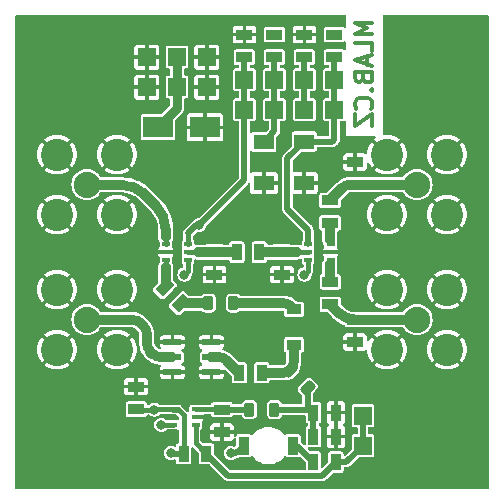
<source format=gbr>
%TF.GenerationSoftware,KiCad,Pcbnew,7.0.5.1-1-g8f565ef7f0-dirty-deb11*%
%TF.CreationDate,2023-07-20T13:08:53+00:00*%
%TF.ProjectId,RFSWITCH01,52465357-4954-4434-9830-312e6b696361,rev?*%
%TF.SameCoordinates,Original*%
%TF.FileFunction,Copper,L2,Bot*%
%TF.FilePolarity,Positive*%
%FSLAX46Y46*%
G04 Gerber Fmt 4.6, Leading zero omitted, Abs format (unit mm)*
G04 Created by KiCad (PCBNEW 7.0.5.1-1-g8f565ef7f0-dirty-deb11) date 2023-07-20 13:08:53*
%MOMM*%
%LPD*%
G01*
G04 APERTURE LIST*
G04 Aperture macros list*
%AMRoundRect*
0 Rectangle with rounded corners*
0 $1 Rounding radius*
0 $2 $3 $4 $5 $6 $7 $8 $9 X,Y pos of 4 corners*
0 Add a 4 corners polygon primitive as box body*
4,1,4,$2,$3,$4,$5,$6,$7,$8,$9,$2,$3,0*
0 Add four circle primitives for the rounded corners*
1,1,$1+$1,$2,$3*
1,1,$1+$1,$4,$5*
1,1,$1+$1,$6,$7*
1,1,$1+$1,$8,$9*
0 Add four rect primitives between the rounded corners*
20,1,$1+$1,$2,$3,$4,$5,0*
20,1,$1+$1,$4,$5,$6,$7,0*
20,1,$1+$1,$6,$7,$8,$9,0*
20,1,$1+$1,$8,$9,$2,$3,0*%
%AMRotRect*
0 Rectangle, with rotation*
0 The origin of the aperture is its center*
0 $1 length*
0 $2 width*
0 $3 Rotation angle, in degrees counterclockwise*
0 Add horizontal line*
21,1,$1,$2,0,0,$3*%
%AMFreePoly0*
4,1,9,3.862500,-0.866500,0.737500,-0.866500,0.737500,-0.450000,-0.737500,-0.450000,-0.737500,0.450000,0.737500,0.450000,0.737500,0.866500,3.862500,0.866500,3.862500,-0.866500,3.862500,-0.866500,$1*%
G04 Aperture macros list end*
%ADD10C,0.300000*%
%TA.AperFunction,NonConductor*%
%ADD11C,0.300000*%
%TD*%
%TA.AperFunction,ComponentPad*%
%ADD12R,1.524000X1.524000*%
%TD*%
%TA.AperFunction,ComponentPad*%
%ADD13C,2.240000*%
%TD*%
%TA.AperFunction,ComponentPad*%
%ADD14C,2.740000*%
%TD*%
%TA.AperFunction,ComponentPad*%
%ADD15C,6.000000*%
%TD*%
%TA.AperFunction,SMDPad,CuDef*%
%ADD16R,1.397000X0.889000*%
%TD*%
%TA.AperFunction,SMDPad,CuDef*%
%ADD17R,2.500000X1.800000*%
%TD*%
%TA.AperFunction,SMDPad,CuDef*%
%ADD18R,0.650000X0.400000*%
%TD*%
%TA.AperFunction,SMDPad,CuDef*%
%ADD19R,1.300000X0.900000*%
%TD*%
%TA.AperFunction,SMDPad,CuDef*%
%ADD20FreePoly0,180.000000*%
%TD*%
%TA.AperFunction,SMDPad,CuDef*%
%ADD21R,1.700000X1.300000*%
%TD*%
%TA.AperFunction,SMDPad,CuDef*%
%ADD22R,0.950000X1.500000*%
%TD*%
%TA.AperFunction,SMDPad,CuDef*%
%ADD23R,0.889000X1.397000*%
%TD*%
%TA.AperFunction,SMDPad,CuDef*%
%ADD24RoundRect,0.218750X0.424264X0.114905X0.114905X0.424264X-0.424264X-0.114905X-0.114905X-0.424264X0*%
%TD*%
%TA.AperFunction,SMDPad,CuDef*%
%ADD25RoundRect,0.218750X-0.218750X-0.381250X0.218750X-0.381250X0.218750X0.381250X-0.218750X0.381250X0*%
%TD*%
%TA.AperFunction,SMDPad,CuDef*%
%ADD26RotRect,0.889000X1.397000X135.000000*%
%TD*%
%TA.AperFunction,SMDPad,CuDef*%
%ADD27R,1.500000X0.600000*%
%TD*%
%TA.AperFunction,SMDPad,CuDef*%
%ADD28RoundRect,0.218750X0.218750X0.381250X-0.218750X0.381250X-0.218750X-0.381250X0.218750X-0.381250X0*%
%TD*%
%TA.AperFunction,ViaPad*%
%ADD29C,0.800000*%
%TD*%
%TA.AperFunction,ViaPad*%
%ADD30C,0.450000*%
%TD*%
%TA.AperFunction,Conductor*%
%ADD31C,0.500000*%
%TD*%
%TA.AperFunction,Conductor*%
%ADD32C,0.400000*%
%TD*%
%TA.AperFunction,Conductor*%
%ADD33C,0.800000*%
%TD*%
%TA.AperFunction,Conductor*%
%ADD34C,0.861000*%
%TD*%
G04 APERTURE END LIST*
D10*
D11*
X164648328Y-73110571D02*
X163148328Y-73110571D01*
X163148328Y-73110571D02*
X164219757Y-73610571D01*
X164219757Y-73610571D02*
X163148328Y-74110571D01*
X163148328Y-74110571D02*
X164648328Y-74110571D01*
X164648328Y-75539143D02*
X164648328Y-74824857D01*
X164648328Y-74824857D02*
X163148328Y-74824857D01*
X164219757Y-75967715D02*
X164219757Y-76682001D01*
X164648328Y-75824858D02*
X163148328Y-76324858D01*
X163148328Y-76324858D02*
X164648328Y-76824858D01*
X163862614Y-77824857D02*
X163934042Y-78039143D01*
X163934042Y-78039143D02*
X164005471Y-78110572D01*
X164005471Y-78110572D02*
X164148328Y-78182000D01*
X164148328Y-78182000D02*
X164362614Y-78182000D01*
X164362614Y-78182000D02*
X164505471Y-78110572D01*
X164505471Y-78110572D02*
X164576900Y-78039143D01*
X164576900Y-78039143D02*
X164648328Y-77896286D01*
X164648328Y-77896286D02*
X164648328Y-77324857D01*
X164648328Y-77324857D02*
X163148328Y-77324857D01*
X163148328Y-77324857D02*
X163148328Y-77824857D01*
X163148328Y-77824857D02*
X163219757Y-77967715D01*
X163219757Y-77967715D02*
X163291185Y-78039143D01*
X163291185Y-78039143D02*
X163434042Y-78110572D01*
X163434042Y-78110572D02*
X163576900Y-78110572D01*
X163576900Y-78110572D02*
X163719757Y-78039143D01*
X163719757Y-78039143D02*
X163791185Y-77967715D01*
X163791185Y-77967715D02*
X163862614Y-77824857D01*
X163862614Y-77824857D02*
X163862614Y-77324857D01*
X164505471Y-78824857D02*
X164576900Y-78896286D01*
X164576900Y-78896286D02*
X164648328Y-78824857D01*
X164648328Y-78824857D02*
X164576900Y-78753429D01*
X164576900Y-78753429D02*
X164505471Y-78824857D01*
X164505471Y-78824857D02*
X164648328Y-78824857D01*
X164505471Y-80396286D02*
X164576900Y-80324858D01*
X164576900Y-80324858D02*
X164648328Y-80110572D01*
X164648328Y-80110572D02*
X164648328Y-79967715D01*
X164648328Y-79967715D02*
X164576900Y-79753429D01*
X164576900Y-79753429D02*
X164434042Y-79610572D01*
X164434042Y-79610572D02*
X164291185Y-79539143D01*
X164291185Y-79539143D02*
X164005471Y-79467715D01*
X164005471Y-79467715D02*
X163791185Y-79467715D01*
X163791185Y-79467715D02*
X163505471Y-79539143D01*
X163505471Y-79539143D02*
X163362614Y-79610572D01*
X163362614Y-79610572D02*
X163219757Y-79753429D01*
X163219757Y-79753429D02*
X163148328Y-79967715D01*
X163148328Y-79967715D02*
X163148328Y-80110572D01*
X163148328Y-80110572D02*
X163219757Y-80324858D01*
X163219757Y-80324858D02*
X163291185Y-80396286D01*
X163148328Y-80896286D02*
X163148328Y-81896286D01*
X163148328Y-81896286D02*
X164648328Y-80896286D01*
X164648328Y-80896286D02*
X164648328Y-81896286D01*
D12*
%TO.P,J9,1*%
%TO.N,/SW1_CTRL*%
X153810000Y-80480000D03*
%TO.P,J9,2*%
X153810000Y-77940000D03*
%TD*%
%TO.P,J5,1*%
%TO.N,/SW2_#CTRL*%
X161430000Y-80480000D03*
%TO.P,J5,2*%
X161430000Y-77940000D03*
%TD*%
%TO.P,J4,1*%
%TO.N,/SW2_CTRL*%
X158890000Y-80480000D03*
%TO.P,J4,2*%
X158890000Y-77940000D03*
%TD*%
%TO.P,J6,1*%
%TO.N,Net-(J6-Pad1)*%
X163843000Y-108928000D03*
%TO.P,J6,2*%
X163843000Y-106388000D03*
%TD*%
D13*
%TO.P,J8,1*%
%TO.N,/RX{slash}TX_2*%
X168415000Y-98260000D03*
D14*
%TO.P,J8,2*%
%TO.N,GND*%
X165875000Y-95720000D03*
X165875000Y-100800000D03*
X170955000Y-95720000D03*
X170955000Y-100800000D03*
%TD*%
D15*
%TO.P,M3,1*%
%TO.N,GND*%
X139205000Y-77305000D03*
%TD*%
D12*
%TO.P,J1,1*%
%TO.N,GND*%
X145555000Y-78575000D03*
%TO.P,J1,2*%
X145555000Y-76035000D03*
%TO.P,J1,3*%
%TO.N,+3V3*%
X148095000Y-78575000D03*
%TO.P,J1,4*%
X148095000Y-76035000D03*
%TO.P,J1,5*%
%TO.N,GND*%
X150635000Y-78575000D03*
%TO.P,J1,6*%
X150635000Y-76035000D03*
%TD*%
D15*
%TO.P,M4,1*%
%TO.N,GND*%
X169685000Y-107785000D03*
%TD*%
D12*
%TO.P,J10,1*%
%TO.N,/SW1_#CTRL*%
X156350000Y-80480000D03*
%TO.P,J10,2*%
X156350000Y-77940000D03*
%TD*%
D13*
%TO.P,J2,1*%
%TO.N,/TX*%
X140475000Y-86830000D03*
D14*
%TO.P,J2,2*%
%TO.N,GND*%
X137935000Y-84290000D03*
X137935000Y-89370000D03*
X143015000Y-84290000D03*
X143015000Y-89370000D03*
%TD*%
D15*
%TO.P,M1,1*%
%TO.N,GND*%
X169685000Y-77305000D03*
%TD*%
D13*
%TO.P,J7,1*%
%TO.N,/RX{slash}TX_1*%
X168415000Y-86830000D03*
D14*
%TO.P,J7,2*%
%TO.N,GND*%
X165875000Y-84290000D03*
X165875000Y-89370000D03*
X170955000Y-84290000D03*
X170955000Y-89370000D03*
%TD*%
D13*
%TO.P,J3,1*%
%TO.N,/RX*%
X140475000Y-98260000D03*
D14*
%TO.P,J3,2*%
%TO.N,GND*%
X137935000Y-95720000D03*
X137935000Y-100800000D03*
X143015000Y-95720000D03*
X143015000Y-100800000D03*
%TD*%
D15*
%TO.P,M2,1*%
%TO.N,GND*%
X139205000Y-107785000D03*
%TD*%
D16*
%TO.P,L5,1,1*%
%TO.N,GND*%
X163184595Y-100165000D03*
%TO.P,L5,2,2*%
%TO.N,/RX{slash}TX_2*%
X163184595Y-98260000D03*
%TD*%
%TO.P,R5,1*%
%TO.N,/SW1_CTRL*%
X153810000Y-76035000D03*
%TO.P,R5,2*%
%TO.N,GND*%
X153810000Y-74130000D03*
%TD*%
D17*
%TO.P,D1,1,K*%
%TO.N,+3V3*%
X146463300Y-81980673D03*
%TO.P,D1,2,A*%
%TO.N,GND*%
X150463300Y-81980673D03*
%TD*%
D18*
%TO.P,U4,1,RF1*%
%TO.N,Net-(C8-Pad2)*%
X147145000Y-93195000D03*
%TO.P,U4,2,GND*%
%TO.N,GND*%
X147145000Y-92545000D03*
%TO.P,U4,3,RF2*%
%TO.N,/TX*%
X147145000Y-91895000D03*
%TO.P,U4,4,CTRL*%
%TO.N,/SW1_CTRL*%
X149045000Y-91895000D03*
%TO.P,U4,5,RFC*%
%TO.N,Net-(C9-Pad1)*%
X149045000Y-92545000D03*
%TO.P,U4,6,#CTRL*%
%TO.N,/SW1_#CTRL*%
X149045000Y-93195000D03*
%TD*%
D16*
%TO.P,C10,1*%
%TO.N,/RF_IN_OUT*%
X156985000Y-92545000D03*
%TO.P,C10,2*%
%TO.N,GND*%
X156985000Y-94450000D03*
%TD*%
%TO.P,R3,1*%
%TO.N,+3V3*%
X161430000Y-74130000D03*
%TO.P,R3,2*%
%TO.N,/SW2_#CTRL*%
X161430000Y-76035000D03*
%TD*%
D19*
%TO.P,U3,1*%
%TO.N,Net-(L3-Pad1)*%
X158000000Y-97395000D03*
D20*
%TO.P,U3,2,GND*%
%TO.N,GND*%
X157912500Y-98895000D03*
D19*
%TO.P,U3,3*%
%TO.N,Net-(C5-Pad2)*%
X158000000Y-100395000D03*
%TD*%
D16*
%TO.P,C1,1*%
%TO.N,+3V3*%
X144640600Y-105841900D03*
%TO.P,C1,2*%
%TO.N,GND*%
X144640600Y-103936900D03*
%TD*%
D21*
%TO.P,D3,1,K*%
%TO.N,/SW1_#CTRL*%
X155461000Y-83203000D03*
%TO.P,D3,2,A*%
%TO.N,GND*%
X155461000Y-86703000D03*
%TD*%
D18*
%TO.P,U1,1,OUT*%
%TO.N,Net-(C2-Pad1)*%
X149680000Y-105865000D03*
%TO.P,U1,2,GND*%
%TO.N,GND*%
X149680000Y-106515000D03*
%TO.P,U1,3,OC*%
%TO.N,Net-(J6-Pad1)*%
X149680000Y-107165000D03*
%TO.P,U1,4,ON*%
%TO.N,/SW1_CTRL*%
X147780000Y-107165000D03*
%TO.P,U1,5,IN*%
%TO.N,+3V3*%
X147780000Y-105865000D03*
%TD*%
D22*
%TO.P,D4,1,K*%
%TO.N,Net-(D4-Pad1)*%
X157917000Y-108928000D03*
%TO.P,D4,2,A*%
%TO.N,+3V3*%
X153767000Y-108928000D03*
%TD*%
D16*
%TO.P,C9,1*%
%TO.N,Net-(C9-Pad1)*%
X151270000Y-92545000D03*
%TO.P,C9,2*%
%TO.N,GND*%
X151270000Y-94450000D03*
%TD*%
D23*
%TO.P,C4,1*%
%TO.N,Net-(C3-Pad1)*%
X159652000Y-106134000D03*
%TO.P,C4,2*%
%TO.N,GND*%
X161557000Y-106134000D03*
%TD*%
D24*
%TO.P,L2,1,1*%
%TO.N,Net-(C3-Pad1)*%
X159158701Y-104017809D03*
%TO.P,L2,2,2*%
%TO.N,Net-(C5-Pad2)*%
X157656099Y-102515207D03*
%TD*%
D16*
%TO.P,C2,1*%
%TO.N,Net-(C2-Pad1)*%
X151905000Y-105880000D03*
%TO.P,C2,2*%
%TO.N,GND*%
X151905000Y-107785000D03*
%TD*%
%TO.P,C6,1*%
%TO.N,Net-(C6-Pad1)*%
X161054992Y-90075829D03*
%TO.P,C6,2*%
%TO.N,/RX{slash}TX_1*%
X161054992Y-88170829D03*
%TD*%
%TO.P,L4,1,1*%
%TO.N,GND*%
X163171639Y-84925000D03*
%TO.P,L4,2,2*%
%TO.N,/RX{slash}TX_1*%
X163171639Y-86830000D03*
%TD*%
D25*
%TO.P,L1,1,1*%
%TO.N,Net-(C2-Pad1)*%
X154225000Y-105880000D03*
%TO.P,L1,2,2*%
%TO.N,Net-(C3-Pad1)*%
X156350000Y-105880000D03*
%TD*%
D16*
%TO.P,R4,1*%
%TO.N,+3V3*%
X156350000Y-74130000D03*
%TO.P,R4,2*%
%TO.N,/SW1_#CTRL*%
X156350000Y-76035000D03*
%TD*%
D26*
%TO.P,C8,1*%
%TO.N,Net-(C8-Pad1)*%
X148412919Y-96876119D03*
%TO.P,C8,2*%
%TO.N,Net-(C8-Pad2)*%
X147065881Y-95529081D03*
%TD*%
D27*
%TO.P,FL1,1,GND*%
%TO.N,GND*%
X151015000Y-100165000D03*
%TO.P,FL1,2,IN*%
%TO.N,Net-(C5-Pad1)*%
X151015000Y-101435000D03*
%TO.P,FL1,3,GND*%
%TO.N,GND*%
X151015000Y-102705000D03*
%TO.P,FL1,4,GND*%
X147715000Y-102705000D03*
%TO.P,FL1,5,OUT*%
%TO.N,/RX*%
X147715000Y-101435000D03*
%TO.P,FL1,6,GND*%
%TO.N,GND*%
X147715000Y-100165000D03*
%TD*%
D18*
%TO.P,U2,1,RF1*%
%TO.N,Net-(C6-Pad1)*%
X161110000Y-91895000D03*
%TO.P,U2,2,GND*%
%TO.N,GND*%
X161110000Y-92545000D03*
%TO.P,U2,3,RF2*%
%TO.N,Net-(C7-Pad1)*%
X161110000Y-93195000D03*
%TO.P,U2,4,CTRL*%
%TO.N,/SW2_CTRL*%
X159210000Y-93195000D03*
%TO.P,U2,5,RFC*%
%TO.N,/RF_IN_OUT*%
X159210000Y-92545000D03*
%TO.P,U2,6,#CTRL*%
%TO.N,/SW2_#CTRL*%
X159210000Y-91895000D03*
%TD*%
D23*
%TO.P,C3,1*%
%TO.N,Net-(C3-Pad1)*%
X159652000Y-108166000D03*
%TO.P,C3,2*%
%TO.N,GND*%
X161557000Y-108166000D03*
%TD*%
D16*
%TO.P,R2,1*%
%TO.N,/SW2_CTRL*%
X158890000Y-76035000D03*
%TO.P,R2,2*%
%TO.N,GND*%
X158890000Y-74130000D03*
%TD*%
D23*
%TO.P,R6,1*%
%TO.N,Net-(D4-Pad1)*%
X159652000Y-110325000D03*
%TO.P,R6,2*%
%TO.N,Net-(J6-Pad1)*%
X161557000Y-110325000D03*
%TD*%
%TO.P,L6,1,1*%
%TO.N,Net-(C9-Pad1)*%
X153175000Y-92545000D03*
%TO.P,L6,2,2*%
%TO.N,/RF_IN_OUT*%
X155080000Y-92545000D03*
%TD*%
D16*
%TO.P,C7,1*%
%TO.N,Net-(C7-Pad1)*%
X161066905Y-95071617D03*
%TO.P,C7,2*%
%TO.N,/RX{slash}TX_2*%
X161066905Y-96976617D03*
%TD*%
D23*
%TO.P,C5,1*%
%TO.N,Net-(C5-Pad1)*%
X153365500Y-102768500D03*
%TO.P,C5,2*%
%TO.N,Net-(C5-Pad2)*%
X155270500Y-102768500D03*
%TD*%
D21*
%TO.P,D2,1,K*%
%TO.N,/SW2_#CTRL*%
X158871299Y-83186885D03*
%TO.P,D2,2,A*%
%TO.N,GND*%
X158871299Y-86686885D03*
%TD*%
D28*
%TO.P,L3,1,1*%
%TO.N,Net-(L3-Pad1)*%
X152870200Y-96863000D03*
%TO.P,L3,2,2*%
%TO.N,Net-(C8-Pad1)*%
X150745200Y-96863000D03*
%TD*%
D23*
%TO.P,R1,1*%
%TO.N,+3V3*%
X148673799Y-109613800D03*
%TO.P,R1,2*%
%TO.N,Net-(J6-Pad1)*%
X150578799Y-109613800D03*
%TD*%
D29*
%TO.N,+3V3*%
X156350000Y-74130000D03*
X147587000Y-109563000D03*
X146190000Y-105880000D03*
X161430000Y-74130000D03*
X152667000Y-109563000D03*
D30*
%TO.N,GND*%
X156121400Y-89039800D03*
X141389400Y-88125400D03*
X168618200Y-96710600D03*
X149314200Y-95085000D03*
X159880600Y-94729400D03*
X162369800Y-99149000D03*
X154292600Y-102768500D03*
X149263400Y-98539400D03*
X143015000Y-92595800D03*
X157543800Y-91630600D03*
X147942600Y-91833800D03*
X159779000Y-87973000D03*
X164808200Y-85941000D03*
X150635000Y-88176200D03*
X169786600Y-87566600D03*
X147282200Y-97472600D03*
X159880600Y-90259000D03*
X145809000Y-89852600D03*
X162573000Y-92240200D03*
X148044200Y-91224200D03*
X159931400Y-91021000D03*
X156070600Y-100520600D03*
X145809000Y-84518600D03*
X154699000Y-93764200D03*
X148044200Y-90411400D03*
X163487400Y-95593000D03*
X162954000Y-97117000D03*
X160998200Y-86957000D03*
X169431000Y-88023800D03*
X151346200Y-91630600D03*
X159880600Y-96558200D03*
X140729000Y-96710600D03*
X144996200Y-97371000D03*
X146215400Y-95034200D03*
X162573000Y-85941000D03*
X145351800Y-101841400D03*
X163182600Y-87769800D03*
X154546600Y-100571400D03*
X146621800Y-96761400D03*
X162471400Y-94221400D03*
X149314200Y-101841400D03*
X160083800Y-91833800D03*
X153581400Y-88277800D03*
X154953000Y-91325800D03*
X152209800Y-99403000D03*
X161861800Y-99555400D03*
X155156200Y-97777400D03*
X156934200Y-83502600D03*
X156985000Y-101841400D03*
X146621800Y-97752000D03*
X149009400Y-103111400D03*
X146063000Y-87109400D03*
X159779000Y-89497000D03*
X145555000Y-89344600D03*
X145809000Y-91325800D03*
X164757400Y-87769800D03*
X155969000Y-97777400D03*
X161912600Y-86195000D03*
X168008600Y-85280600D03*
X156223000Y-103670200D03*
X159220200Y-98590200D03*
X150787400Y-97980600D03*
X169989800Y-98387000D03*
X156273800Y-101841400D03*
X152819400Y-91376600D03*
X163081000Y-101333400D03*
X167602200Y-88176200D03*
X169227800Y-85483800D03*
X152311400Y-100673000D03*
X158153400Y-93713400D03*
X161054992Y-89123329D03*
X152159000Y-95745400D03*
X163462000Y-83528000D03*
X151498600Y-97929800D03*
X159220200Y-97828200D03*
X139205000Y-87820600D03*
X158204200Y-91630600D03*
X167145000Y-85941000D03*
X168821400Y-99758600D03*
X146215400Y-94323000D03*
X159880600Y-95542200D03*
X158864600Y-102247800D03*
X157035800Y-95948600D03*
X145758200Y-95643800D03*
X158204200Y-95034200D03*
X163995400Y-99149000D03*
X171666200Y-92291000D03*
X160083800Y-92494200D03*
X160845800Y-98031400D03*
X163233400Y-85941000D03*
X140729000Y-85280600D03*
X162217400Y-96710600D03*
X168821400Y-88328600D03*
X137071400Y-92189400D03*
X141287800Y-96913800D03*
X158305800Y-103213000D03*
X141745000Y-99149000D03*
X147841000Y-87109400D03*
X138900200Y-86703000D03*
X161963400Y-100977800D03*
X140271800Y-99809400D03*
X151854200Y-97523400D03*
X146469400Y-99504600D03*
X160998200Y-95999400D03*
X151752600Y-96253400D03*
X146418600Y-98895000D03*
X155156200Y-101536600D03*
X156731000Y-97777400D03*
X154343400Y-97777400D03*
X146063000Y-98234600D03*
X159626600Y-84874200D03*
X157543800Y-103771800D03*
X167500600Y-85534600D03*
X152057400Y-93459400D03*
X147942600Y-93205400D03*
X167145000Y-99149000D03*
X155765800Y-95948600D03*
X145148600Y-86449000D03*
X155969000Y-91630600D03*
X156731000Y-91427400D03*
X162217400Y-95034200D03*
X140881400Y-88379400D03*
X139459000Y-85636200D03*
X153632200Y-90970200D03*
X149314200Y-95847000D03*
X146063000Y-90411400D03*
X161861800Y-84975800D03*
X155257800Y-104025800D03*
X145656600Y-86753800D03*
X147841000Y-89598600D03*
X145301000Y-88887400D03*
X146190000Y-96355000D03*
X138951000Y-98691800D03*
X156731000Y-93459400D03*
X150685800Y-95745400D03*
X160337800Y-95999400D03*
X154089400Y-91783000D03*
X164655800Y-99199800D03*
X157645400Y-95948600D03*
X162446000Y-83528000D03*
X159220200Y-100063400D03*
X140068600Y-85331400D03*
X154241800Y-104025800D03*
X169939000Y-97828200D03*
X167145000Y-87719000D03*
X152768600Y-95745400D03*
X155105400Y-95948600D03*
X161912600Y-84112200D03*
X152819400Y-100927000D03*
X144031000Y-86042600D03*
X154292600Y-102146200D03*
X167246600Y-93053000D03*
X138900200Y-98133000D03*
X152362200Y-100063400D03*
X140068600Y-96761400D03*
X150381000Y-84112200D03*
X148857000Y-98133000D03*
X161658600Y-89141400D03*
X155359400Y-84671000D03*
X141745000Y-87719000D03*
X146469400Y-87515800D03*
X144589800Y-86195000D03*
X162217400Y-91529000D03*
X169786600Y-98996600D03*
X160439400Y-101028600D03*
X168008600Y-96710600D03*
X152768600Y-98844200D03*
X163335000Y-103517800D03*
X153835400Y-94678600D03*
X163131800Y-99149000D03*
X151600200Y-99098200D03*
X141745000Y-97371000D03*
X147841000Y-98260000D03*
X147637800Y-88938200D03*
X155613400Y-90005000D03*
X151295400Y-95694600D03*
X152819400Y-93764200D03*
X147993400Y-92545000D03*
X145605800Y-97726600D03*
X169939000Y-86398200D03*
X139662200Y-88176200D03*
X167602200Y-99606200D03*
X162268200Y-89598600D03*
X150889000Y-103721000D03*
X151807700Y-96863000D03*
X159169400Y-97015400D03*
X162319000Y-90513000D03*
X154292600Y-103365400D03*
X162573000Y-88023800D03*
X145961400Y-102298600D03*
X163792200Y-97371000D03*
X144920000Y-101384200D03*
X154089400Y-93103800D03*
X147282200Y-88379400D03*
X146164600Y-91910000D03*
X162420600Y-101435000D03*
X156832600Y-103670200D03*
X161811000Y-98895000D03*
X169685000Y-97269400D03*
X169227800Y-96913800D03*
X146164600Y-93434000D03*
X149619000Y-88684200D03*
X164351000Y-97371000D03*
X144894600Y-88481000D03*
X153683000Y-95897800D03*
X163944600Y-85941000D03*
X162674600Y-91071800D03*
X151346200Y-93459400D03*
X163944600Y-87769800D03*
X144437400Y-99403000D03*
X146469400Y-100165000D03*
X152006600Y-89954200D03*
X160439400Y-89123329D03*
X159779000Y-88735000D03*
X152260600Y-86296600D03*
X139103400Y-86093400D03*
X161861800Y-100266600D03*
X141389400Y-99555400D03*
X140271800Y-88379400D03*
X150685800Y-91630600D03*
X148552200Y-95593000D03*
X168161000Y-99809400D03*
X149314200Y-100927000D03*
X154394200Y-95948600D03*
X149263400Y-85636200D03*
X161709400Y-96050200D03*
X161963400Y-92646600D03*
X160236200Y-97980600D03*
X160744200Y-85636200D03*
X140881400Y-99809400D03*
X139205000Y-99250600D03*
X159220200Y-99301400D03*
X144335800Y-97269400D03*
X152260600Y-97980600D03*
X150685800Y-93459400D03*
X149314200Y-100012600D03*
X139662200Y-99606200D03*
X153225800Y-101282600D03*
X141745000Y-85941000D03*
X158915400Y-101536600D03*
X150889000Y-99098200D03*
X153175000Y-89395400D03*
X161303000Y-98488600D03*
X161912600Y-93205400D03*
X146164600Y-92672000D03*
X153378200Y-103975000D03*
X167145000Y-97371000D03*
X139103400Y-97523400D03*
X152540000Y-104229000D03*
X156426200Y-95948600D03*
X169685000Y-85839400D03*
X152971800Y-97980600D03*
X152260600Y-102959000D03*
X157543800Y-93459400D03*
X160033000Y-93942000D03*
X158128000Y-96253400D03*
X163792200Y-92646600D03*
X146875800Y-87922200D03*
X152006600Y-91630600D03*
X161404600Y-86550600D03*
X139459000Y-97066200D03*
X147637800Y-96355000D03*
X159220200Y-100825400D03*
X163741400Y-101384200D03*
X155765800Y-94018200D03*
X168161000Y-88379400D03*
X141287800Y-85483800D03*
X158661400Y-96456600D03*
X153632200Y-97828200D03*
X153733800Y-101638200D03*
X169431000Y-99453800D03*
X164909800Y-97371000D03*
X138951000Y-87261800D03*
X159880600Y-97320200D03*
X167500600Y-96964600D03*
X148730000Y-99149000D03*
X168618200Y-85280600D03*
X160490200Y-87261800D03*
X157035800Y-101231800D03*
X162268200Y-88785800D03*
X169989800Y-86957000D03*
D29*
%TO.N,/SW1_CTRL*%
X149974600Y-90259000D03*
X146774200Y-107175400D03*
%TO.N,/SW1_#CTRL*%
X148730000Y-94450000D03*
%TO.N,/SW2_CTRL*%
X158890000Y-94450000D03*
%TD*%
D31*
%TO.N,+3V3*%
X153132000Y-109563000D02*
X153767000Y-108928000D01*
D32*
X147795000Y-105880000D02*
X148095000Y-105880000D01*
X148207000Y-105865000D02*
X148653800Y-106311800D01*
D31*
X148673799Y-109613800D02*
X147637800Y-109613800D01*
X152667000Y-109563000D02*
X153132000Y-109563000D01*
D32*
X148653800Y-106311800D02*
X148653800Y-109593801D01*
D33*
X148095000Y-76035000D02*
X148095000Y-78575000D01*
D32*
X144678700Y-105880000D02*
X144640600Y-105841900D01*
D31*
X147637800Y-109613800D02*
X147587000Y-109563000D01*
D32*
X147780000Y-105865000D02*
X147795000Y-105880000D01*
D33*
X148095000Y-78575000D02*
X148095000Y-80348973D01*
D32*
X148653800Y-109593801D02*
X148673799Y-109613800D01*
X146205000Y-105865000D02*
X146190000Y-105880000D01*
X147780000Y-105865000D02*
X146205000Y-105865000D01*
X146190000Y-105880000D02*
X144678700Y-105880000D01*
X147780000Y-105865000D02*
X148207000Y-105865000D01*
D33*
X148095000Y-80348973D02*
X146463300Y-81980673D01*
D31*
%TO.N,Net-(C2-Pad1)*%
X154225000Y-105880000D02*
X151905000Y-105880000D01*
D32*
X149680000Y-105865000D02*
X151890000Y-105865000D01*
X151890000Y-105865000D02*
X151905000Y-105880000D01*
D31*
%TO.N,Net-(C3-Pad1)*%
X159158701Y-105640701D02*
X159652000Y-106134000D01*
X159296400Y-104102000D02*
X159212209Y-104017809D01*
X159652000Y-108166000D02*
X159652000Y-106134000D01*
X156350000Y-105880000D02*
X159398000Y-105880000D01*
X159158701Y-104017809D02*
X159158701Y-105640701D01*
X159398000Y-105880000D02*
X159652000Y-106134000D01*
X159212209Y-104017809D02*
X159158701Y-104017809D01*
D34*
%TO.N,Net-(C5-Pad1)*%
X152324893Y-101727893D02*
X153365500Y-102768500D01*
X151015000Y-101435000D02*
X151617786Y-101435000D01*
X152324900Y-101727886D02*
G75*
G03*
X151617786Y-101435000I-707100J-707114D01*
G01*
%TO.N,Net-(C5-Pad2)*%
X158000000Y-100395000D02*
X158000000Y-101757092D01*
X155270500Y-102768500D02*
X157071435Y-102768500D01*
X157707107Y-102464199D02*
X157656099Y-102515207D01*
X157637120Y-102534186D02*
X157656099Y-102515207D01*
X157707111Y-102464203D02*
G75*
G03*
X158000000Y-101757092I-707111J707103D01*
G01*
X157071435Y-102768524D02*
G75*
G03*
X157637119Y-102534185I-35J800024D01*
G01*
%TO.N,Net-(C6-Pad1)*%
X161049000Y-90081821D02*
X161049000Y-91529000D01*
X161054992Y-90075829D02*
X161049000Y-90081821D01*
%TO.N,Net-(C7-Pad1)*%
X161049000Y-95053712D02*
X161049000Y-93561000D01*
X161066905Y-95071617D02*
X161049000Y-95053712D01*
%TO.N,Net-(C8-Pad1)*%
X148412919Y-96876119D02*
X150732081Y-96876119D01*
X150732081Y-96876119D02*
X150745200Y-96863000D01*
%TO.N,/RX*%
X145555000Y-99512414D02*
X145555000Y-100258786D01*
X145847893Y-100965893D02*
X146024107Y-101142107D01*
X145009693Y-98552893D02*
X145262107Y-98805307D01*
X146731214Y-101435000D02*
X147715000Y-101435000D01*
X140475000Y-98260000D02*
X144302586Y-98260000D01*
X145555010Y-100258786D02*
G75*
G03*
X145847893Y-100965893I999990J-14D01*
G01*
X145554990Y-99512414D02*
G75*
G03*
X145262107Y-98805307I-999990J14D01*
G01*
X146024100Y-101142114D02*
G75*
G03*
X146731214Y-101435000I707100J707114D01*
G01*
X145009700Y-98552886D02*
G75*
G03*
X144302586Y-98260000I-707100J-707114D01*
G01*
%TO.N,/TX*%
X142958346Y-86830000D02*
X143296359Y-86830000D01*
X146266321Y-88557321D02*
X145417680Y-87708680D01*
X142024400Y-86830000D02*
X142958346Y-86830000D01*
X142024400Y-86830000D02*
X140475000Y-86830000D01*
X145275600Y-87566600D02*
X145417680Y-87708680D01*
D32*
X147145000Y-91895000D02*
X147145000Y-91275000D01*
D34*
X147145000Y-91275000D02*
X147145000Y-91016654D01*
X147145000Y-91275000D02*
X147145000Y-90678641D01*
X143296359Y-86830000D02*
X143296359Y-86830000D01*
X147144971Y-90678641D02*
G75*
G03*
X146266321Y-88557321I-2999971J41D01*
G01*
X145417700Y-87708660D02*
G75*
G03*
X143296359Y-86830000I-2121300J-2121340D01*
G01*
D31*
%TO.N,/SW1_CTRL*%
X149045000Y-90954588D02*
X149740588Y-90259000D01*
X153810000Y-77940000D02*
X153810000Y-80480000D01*
X153810000Y-76035000D02*
X153810000Y-77940000D01*
X149974600Y-90259000D02*
X153810000Y-86423600D01*
X153810000Y-86423600D02*
X153810000Y-86372800D01*
D32*
X146784600Y-107165000D02*
X146774200Y-107175400D01*
D31*
X149740588Y-90259000D02*
X149974600Y-90259000D01*
D32*
X147780000Y-107165000D02*
X146784600Y-107165000D01*
D31*
X153810000Y-80480000D02*
X153810000Y-86372800D01*
D32*
X149045000Y-91895000D02*
X149045000Y-90954588D01*
%TO.N,/SW1_#CTRL*%
X149045000Y-94135000D02*
X148730000Y-94450000D01*
D31*
X156350000Y-77940000D02*
X156350000Y-80480000D01*
X156350000Y-80480000D02*
X156350000Y-82314000D01*
X156350000Y-82314000D02*
X155461000Y-83203000D01*
X156350000Y-76035000D02*
X156350000Y-77940000D01*
D32*
X149045000Y-93195000D02*
X149045000Y-94135000D01*
D31*
%TO.N,/SW2_CTRL*%
X158890000Y-76035000D02*
X158890000Y-77940000D01*
D32*
X159210000Y-94130000D02*
X158890000Y-94450000D01*
X159210000Y-93195000D02*
X159210000Y-94130000D01*
D31*
X158890000Y-77940000D02*
X158890000Y-80480000D01*
%TO.N,/SW2_#CTRL*%
X157442200Y-88887400D02*
X159210000Y-90655200D01*
X161430000Y-80480000D02*
X161430000Y-83020000D01*
X158871299Y-83186885D02*
X157442200Y-84615984D01*
X161263115Y-83186885D02*
X158871299Y-83186885D01*
X161430000Y-77940000D02*
X161430000Y-80480000D01*
X157442200Y-84615984D02*
X157442200Y-88887400D01*
X159210000Y-90655200D02*
X159210000Y-91895000D01*
X161430000Y-76035000D02*
X161430000Y-77940000D01*
X161430000Y-83020000D02*
X161263115Y-83186885D01*
D34*
%TO.N,/RX{slash}TX_1*%
X162102928Y-87122893D02*
X161054992Y-88170829D01*
X163171639Y-86830000D02*
X162810035Y-86830000D01*
X168415000Y-86830000D02*
X163171639Y-86830000D01*
X162810035Y-86830025D02*
G75*
G03*
X162102928Y-87122893I-35J-999975D01*
G01*
%TO.N,/RX{slash}TX_2*%
X163184595Y-98260000D02*
X163178715Y-98260000D01*
X161764502Y-97674214D02*
X161066905Y-96976617D01*
X168415000Y-98260000D02*
X163184595Y-98260000D01*
X161764494Y-97674222D02*
G75*
G03*
X163178715Y-98260000I1414206J1414222D01*
G01*
D32*
%TO.N,Net-(C8-Pad2)*%
X147145000Y-93830200D02*
X147145000Y-94069000D01*
D34*
X147145000Y-95449962D02*
X147145000Y-93830200D01*
X147065881Y-95529081D02*
X147145000Y-95449962D01*
D32*
X147145000Y-93195000D02*
X147145000Y-93830200D01*
D34*
%TO.N,Net-(L3-Pad1)*%
X157595000Y-96990000D02*
X158000000Y-97395000D01*
X152870200Y-96863000D02*
X157053786Y-96863000D01*
X157760893Y-97155893D02*
X158000000Y-97395000D01*
X157760900Y-97155886D02*
G75*
G03*
X157053786Y-96863000I-707100J-707114D01*
G01*
D32*
%TO.N,Net-(C9-Pad1)*%
X149045000Y-92545000D02*
X149873000Y-92545000D01*
D34*
X151270000Y-92545000D02*
X153175000Y-92545000D01*
X151270000Y-92545000D02*
X149873000Y-92545000D01*
%TO.N,/RF_IN_OUT*%
X156985000Y-92545000D02*
X158255000Y-92545000D01*
X155080000Y-92545000D02*
X156985000Y-92545000D01*
D32*
X159210000Y-92545000D02*
X158255000Y-92545000D01*
%TO.N,Net-(J6-Pad1)*%
X149680000Y-108715001D02*
X150578799Y-109613800D01*
D31*
X160408499Y-111473501D02*
X152438500Y-111473501D01*
X162446000Y-110325000D02*
X163843000Y-108928000D01*
X163843000Y-106388000D02*
X163843000Y-108928000D01*
X161557000Y-110325000D02*
X162446000Y-110325000D01*
X160408499Y-111473501D02*
X161557000Y-110325000D01*
X163843000Y-108928000D02*
X163335000Y-108928000D01*
X152438500Y-111473501D02*
X150578799Y-109613800D01*
D32*
X149680000Y-107165000D02*
X149680000Y-108715001D01*
D31*
%TO.N,Net-(D4-Pad1)*%
X158255000Y-108928000D02*
X159652000Y-110325000D01*
X157917000Y-108928000D02*
X158255000Y-108928000D01*
%TD*%
%TA.AperFunction,Conductor*%
%TO.N,GND*%
G36*
X162389405Y-72498407D02*
G01*
X162425369Y-72547907D01*
X162430214Y-72578500D01*
X162430214Y-73460744D01*
X162411307Y-73518935D01*
X162361807Y-73554899D01*
X162300621Y-73554899D01*
X162276212Y-73543059D01*
X162206733Y-73496634D01*
X162206731Y-73496633D01*
X162206728Y-73496632D01*
X162206727Y-73496632D01*
X162148258Y-73485001D01*
X162148248Y-73485000D01*
X160711752Y-73485000D01*
X160711751Y-73485000D01*
X160711741Y-73485001D01*
X160653272Y-73496632D01*
X160653266Y-73496634D01*
X160586951Y-73540945D01*
X160586945Y-73540951D01*
X160542634Y-73607266D01*
X160542632Y-73607272D01*
X160531001Y-73665741D01*
X160531000Y-73665753D01*
X160531000Y-74594246D01*
X160531001Y-74594258D01*
X160542632Y-74652727D01*
X160542634Y-74652733D01*
X160586945Y-74719048D01*
X160586948Y-74719052D01*
X160653269Y-74763367D01*
X160697731Y-74772211D01*
X160711741Y-74774998D01*
X160711746Y-74774998D01*
X160711752Y-74775000D01*
X160711753Y-74775000D01*
X162148247Y-74775000D01*
X162148248Y-74775000D01*
X162206731Y-74763367D01*
X162273052Y-74719052D01*
X162273052Y-74719051D01*
X162276212Y-74716940D01*
X162335100Y-74700331D01*
X162392503Y-74721508D01*
X162426497Y-74772381D01*
X162430214Y-74799255D01*
X162430214Y-75365744D01*
X162411307Y-75423935D01*
X162361807Y-75459899D01*
X162300621Y-75459899D01*
X162276212Y-75448059D01*
X162206733Y-75401634D01*
X162206731Y-75401633D01*
X162206728Y-75401632D01*
X162206727Y-75401632D01*
X162148258Y-75390001D01*
X162148248Y-75390000D01*
X160711752Y-75390000D01*
X160711751Y-75390000D01*
X160711741Y-75390001D01*
X160653272Y-75401632D01*
X160653266Y-75401634D01*
X160586951Y-75445945D01*
X160586945Y-75445951D01*
X160542634Y-75512266D01*
X160542632Y-75512272D01*
X160531001Y-75570741D01*
X160531000Y-75570753D01*
X160531000Y-76499246D01*
X160531001Y-76499258D01*
X160542632Y-76557727D01*
X160542634Y-76557733D01*
X160586945Y-76624048D01*
X160586948Y-76624052D01*
X160653269Y-76668367D01*
X160697731Y-76677211D01*
X160711741Y-76679998D01*
X160711746Y-76679998D01*
X160711752Y-76680000D01*
X160880500Y-76680000D01*
X160938691Y-76698907D01*
X160974655Y-76748407D01*
X160979500Y-76779000D01*
X160979500Y-76878500D01*
X160960593Y-76936691D01*
X160911093Y-76972655D01*
X160880500Y-76977500D01*
X160648252Y-76977500D01*
X160648251Y-76977500D01*
X160648241Y-76977501D01*
X160589772Y-76989132D01*
X160589766Y-76989134D01*
X160523451Y-77033445D01*
X160523445Y-77033451D01*
X160479134Y-77099766D01*
X160479132Y-77099772D01*
X160467501Y-77158241D01*
X160467500Y-77158253D01*
X160467500Y-78721746D01*
X160467501Y-78721758D01*
X160479132Y-78780227D01*
X160479133Y-78780231D01*
X160523448Y-78846552D01*
X160589769Y-78890867D01*
X160634231Y-78899711D01*
X160648241Y-78902498D01*
X160648246Y-78902498D01*
X160648252Y-78902500D01*
X160880500Y-78902500D01*
X160938691Y-78921407D01*
X160974655Y-78970907D01*
X160979500Y-79001500D01*
X160979500Y-79418500D01*
X160960593Y-79476691D01*
X160911093Y-79512655D01*
X160880500Y-79517500D01*
X160648252Y-79517500D01*
X160648251Y-79517500D01*
X160648241Y-79517501D01*
X160589772Y-79529132D01*
X160589766Y-79529134D01*
X160523451Y-79573445D01*
X160523445Y-79573451D01*
X160479134Y-79639766D01*
X160479132Y-79639772D01*
X160467501Y-79698241D01*
X160467500Y-79698253D01*
X160467500Y-81261746D01*
X160467501Y-81261758D01*
X160479132Y-81320227D01*
X160479134Y-81320233D01*
X160523445Y-81386548D01*
X160523448Y-81386552D01*
X160589769Y-81430867D01*
X160634231Y-81439711D01*
X160648241Y-81442498D01*
X160648246Y-81442498D01*
X160648252Y-81442500D01*
X160880500Y-81442500D01*
X160938691Y-81461407D01*
X160974655Y-81510907D01*
X160979500Y-81541500D01*
X160979500Y-82637385D01*
X160960593Y-82695576D01*
X160911093Y-82731540D01*
X160880500Y-82736385D01*
X160020799Y-82736385D01*
X159962608Y-82717478D01*
X159926644Y-82667978D01*
X159921799Y-82637385D01*
X159921799Y-82517138D01*
X159921797Y-82517126D01*
X159919010Y-82503116D01*
X159910166Y-82458654D01*
X159907605Y-82454822D01*
X159865853Y-82392336D01*
X159865851Y-82392333D01*
X159864588Y-82391489D01*
X159799532Y-82348019D01*
X159799530Y-82348018D01*
X159799527Y-82348017D01*
X159799526Y-82348017D01*
X159741057Y-82336386D01*
X159741047Y-82336385D01*
X158001551Y-82336385D01*
X158001550Y-82336385D01*
X158001540Y-82336386D01*
X157943071Y-82348017D01*
X157943065Y-82348019D01*
X157876750Y-82392330D01*
X157876744Y-82392336D01*
X157832433Y-82458651D01*
X157832431Y-82458657D01*
X157820800Y-82517126D01*
X157820799Y-82517138D01*
X157820799Y-83559273D01*
X157801892Y-83617464D01*
X157791803Y-83629277D01*
X157143501Y-84277577D01*
X157139360Y-84281278D01*
X157108230Y-84306103D01*
X157108229Y-84306104D01*
X157075235Y-84354496D01*
X157074165Y-84356004D01*
X157039407Y-84403100D01*
X157035942Y-84409658D01*
X157035553Y-84409452D01*
X157034550Y-84411439D01*
X157034946Y-84411630D01*
X157031726Y-84418315D01*
X157014464Y-84474278D01*
X157013886Y-84476034D01*
X156994555Y-84531279D01*
X156993176Y-84538571D01*
X156992744Y-84538489D01*
X156992371Y-84540684D01*
X156992805Y-84540750D01*
X156991700Y-84548083D01*
X156991700Y-84606625D01*
X156991665Y-84608475D01*
X156989476Y-84666994D01*
X156990307Y-84674369D01*
X156989868Y-84674418D01*
X156991700Y-84688328D01*
X156991700Y-88859313D01*
X156991389Y-88864859D01*
X156986930Y-88904434D01*
X156986930Y-88904438D01*
X156997816Y-88961973D01*
X156998126Y-88963797D01*
X157006852Y-89021687D01*
X157009040Y-89028781D01*
X157008617Y-89028911D01*
X157009309Y-89031013D01*
X157009726Y-89030868D01*
X157012175Y-89037868D01*
X157039538Y-89089642D01*
X157040372Y-89091294D01*
X157065774Y-89144041D01*
X157069953Y-89150170D01*
X157069589Y-89150417D01*
X157070877Y-89152231D01*
X157071230Y-89151971D01*
X157075634Y-89157938D01*
X157117054Y-89199359D01*
X157118338Y-89200692D01*
X157158144Y-89243594D01*
X157163943Y-89248218D01*
X157163667Y-89248563D01*
X157174800Y-89257104D01*
X158730504Y-90812807D01*
X158758281Y-90867324D01*
X158759500Y-90882811D01*
X158759500Y-91491903D01*
X158742815Y-91546905D01*
X158696134Y-91616766D01*
X158696132Y-91616772D01*
X158684501Y-91675241D01*
X158684500Y-91675253D01*
X158684500Y-91893651D01*
X158665593Y-91951842D01*
X158616093Y-91987806D01*
X158554907Y-91987806D01*
X158537807Y-91980406D01*
X158489133Y-91953648D01*
X158334716Y-91914000D01*
X158334714Y-91914000D01*
X157783381Y-91914000D01*
X157764066Y-91912098D01*
X157761732Y-91911633D01*
X157761731Y-91911633D01*
X157703248Y-91900000D01*
X156266752Y-91900000D01*
X156266751Y-91900000D01*
X156250363Y-91903259D01*
X156208269Y-91911633D01*
X156208267Y-91911633D01*
X156205934Y-91912098D01*
X156186619Y-91914000D01*
X155823322Y-91914000D01*
X155765131Y-91895093D01*
X155729167Y-91845593D01*
X155726213Y-91831470D01*
X155725950Y-91831523D01*
X155718103Y-91792082D01*
X155713367Y-91768269D01*
X155669052Y-91701948D01*
X155629101Y-91675253D01*
X155602733Y-91657634D01*
X155602731Y-91657633D01*
X155602728Y-91657632D01*
X155602727Y-91657632D01*
X155544258Y-91646001D01*
X155544248Y-91646000D01*
X154615752Y-91646000D01*
X154615751Y-91646000D01*
X154615741Y-91646001D01*
X154557272Y-91657632D01*
X154557266Y-91657634D01*
X154490951Y-91701945D01*
X154490945Y-91701951D01*
X154446634Y-91768266D01*
X154446632Y-91768272D01*
X154435001Y-91826741D01*
X154435000Y-91826753D01*
X154435000Y-93263246D01*
X154435001Y-93263258D01*
X154446632Y-93321727D01*
X154446634Y-93321733D01*
X154450980Y-93328237D01*
X154490948Y-93388052D01*
X154557269Y-93432367D01*
X154601731Y-93441211D01*
X154615741Y-93443998D01*
X154615746Y-93443998D01*
X154615752Y-93444000D01*
X154615753Y-93444000D01*
X155544247Y-93444000D01*
X155544248Y-93444000D01*
X155602731Y-93432367D01*
X155669052Y-93388052D01*
X155713367Y-93321731D01*
X155718978Y-93293519D01*
X155725950Y-93258477D01*
X155727635Y-93258812D01*
X155749319Y-93209239D01*
X155802106Y-93178300D01*
X155823322Y-93176000D01*
X156186619Y-93176000D01*
X156205934Y-93177902D01*
X156208267Y-93178366D01*
X156208269Y-93178367D01*
X156266752Y-93190000D01*
X156266753Y-93190000D01*
X157703247Y-93190000D01*
X157703248Y-93190000D01*
X157761731Y-93178367D01*
X157761732Y-93178366D01*
X157764066Y-93177902D01*
X157783381Y-93176000D01*
X158294698Y-93176000D01*
X158334187Y-93171011D01*
X158413170Y-93161033D01*
X158549057Y-93107231D01*
X158610120Y-93103390D01*
X158661781Y-93136175D01*
X158684305Y-93193064D01*
X158684500Y-93199280D01*
X158684500Y-93414746D01*
X158684501Y-93414758D01*
X158696132Y-93473227D01*
X158696134Y-93473233D01*
X158729922Y-93523799D01*
X158740448Y-93539552D01*
X158740451Y-93539554D01*
X158765502Y-93556293D01*
X158803381Y-93604343D01*
X158809500Y-93638608D01*
X158809500Y-93768556D01*
X158790593Y-93826747D01*
X158741093Y-93862711D01*
X158736128Y-93864181D01*
X158733239Y-93864955D01*
X158587161Y-93925462D01*
X158587160Y-93925462D01*
X158461723Y-94021713D01*
X158461713Y-94021723D01*
X158365462Y-94147160D01*
X158365462Y-94147161D01*
X158304957Y-94293233D01*
X158304955Y-94293241D01*
X158284318Y-94449999D01*
X158284318Y-94450000D01*
X158304955Y-94606758D01*
X158304957Y-94606766D01*
X158365462Y-94752838D01*
X158365462Y-94752839D01*
X158455363Y-94870000D01*
X158461718Y-94878282D01*
X158587159Y-94974536D01*
X158587160Y-94974536D01*
X158587161Y-94974537D01*
X158640952Y-94996818D01*
X158733238Y-95035044D01*
X158850809Y-95050522D01*
X158889999Y-95055682D01*
X158890000Y-95055682D01*
X158890001Y-95055682D01*
X158921352Y-95051554D01*
X159046762Y-95035044D01*
X159192841Y-94974536D01*
X159318282Y-94878282D01*
X159414536Y-94752841D01*
X159475044Y-94606762D01*
X159495682Y-94450000D01*
X159495682Y-94449999D01*
X159496529Y-94443567D01*
X159498256Y-94443794D01*
X159514589Y-94393526D01*
X159524682Y-94381710D01*
X159538045Y-94368347D01*
X159538045Y-94368346D01*
X159538050Y-94368342D01*
X159549003Y-94346841D01*
X159557115Y-94333605D01*
X159571296Y-94314090D01*
X159578751Y-94291144D01*
X159584695Y-94276795D01*
X159588321Y-94269679D01*
X159595646Y-94255304D01*
X159599419Y-94231473D01*
X159603048Y-94216364D01*
X159607353Y-94203113D01*
X159610499Y-94193433D01*
X159610499Y-94163563D01*
X159610500Y-94163538D01*
X159610500Y-93638608D01*
X159629407Y-93580417D01*
X159654498Y-93556293D01*
X159659755Y-93552780D01*
X159679552Y-93539552D01*
X159723867Y-93473231D01*
X159735500Y-93414748D01*
X159735500Y-92975252D01*
X159723867Y-92916769D01*
X159723864Y-92916765D01*
X159720187Y-92907887D01*
X159715386Y-92846890D01*
X159720187Y-92832113D01*
X159723863Y-92823236D01*
X159723867Y-92823231D01*
X159735500Y-92764748D01*
X159735500Y-92325252D01*
X159723867Y-92266769D01*
X159723864Y-92266765D01*
X159720187Y-92257887D01*
X159715386Y-92196890D01*
X159720187Y-92182113D01*
X159723863Y-92173236D01*
X159723867Y-92173231D01*
X159735500Y-92114748D01*
X159735500Y-91675252D01*
X159734536Y-91670408D01*
X159731995Y-91657632D01*
X159723867Y-91616769D01*
X159700234Y-91581400D01*
X159677185Y-91546905D01*
X159660500Y-91491903D01*
X159660500Y-90683285D01*
X159660811Y-90677738D01*
X159665270Y-90638165D01*
X159654377Y-90580594D01*
X159654081Y-90578859D01*
X159648236Y-90540075D01*
X160155992Y-90540075D01*
X160155993Y-90540087D01*
X160167624Y-90598556D01*
X160167626Y-90598562D01*
X160194457Y-90638717D01*
X160211940Y-90664881D01*
X160278261Y-90709196D01*
X160336744Y-90720829D01*
X160336747Y-90720829D01*
X160338315Y-90721141D01*
X160391698Y-90751038D01*
X160417314Y-90806603D01*
X160418000Y-90818239D01*
X160418000Y-91568698D01*
X160432966Y-91687168D01*
X160432967Y-91687170D01*
X160491656Y-91835403D01*
X160491658Y-91835406D01*
X160491661Y-91835411D01*
X160565592Y-91937167D01*
X160584500Y-91995357D01*
X160584500Y-92080227D01*
X160565593Y-92138418D01*
X160555505Y-92150229D01*
X160533214Y-92172520D01*
X160487909Y-92275127D01*
X160485000Y-92300202D01*
X160485000Y-92394998D01*
X160485001Y-92395000D01*
X161734998Y-92395000D01*
X161734999Y-92394998D01*
X161734999Y-92300209D01*
X161734998Y-92300208D01*
X161732090Y-92275125D01*
X161686785Y-92172520D01*
X161686786Y-92172520D01*
X161664495Y-92150229D01*
X161636719Y-92095712D01*
X161635500Y-92080227D01*
X161635500Y-91794274D01*
X161640224Y-91769531D01*
X161638803Y-91769167D01*
X161662919Y-91675241D01*
X161680000Y-91608714D01*
X161680000Y-90819739D01*
X161698907Y-90761549D01*
X161748407Y-90725585D01*
X161769309Y-90721215D01*
X161773225Y-90720829D01*
X161773240Y-90720829D01*
X161831723Y-90709196D01*
X161898044Y-90664881D01*
X161942359Y-90598560D01*
X161953992Y-90540077D01*
X161953992Y-89611581D01*
X161942359Y-89553098D01*
X161898044Y-89486777D01*
X161898040Y-89486774D01*
X161831725Y-89442463D01*
X161831723Y-89442462D01*
X161831720Y-89442461D01*
X161831719Y-89442461D01*
X161773250Y-89430830D01*
X161773240Y-89430829D01*
X160336744Y-89430829D01*
X160336743Y-89430829D01*
X160336733Y-89430830D01*
X160278264Y-89442461D01*
X160278258Y-89442463D01*
X160211943Y-89486774D01*
X160211937Y-89486780D01*
X160167626Y-89553095D01*
X160167624Y-89553101D01*
X160155993Y-89611570D01*
X160155992Y-89611582D01*
X160155992Y-90540075D01*
X159648236Y-90540075D01*
X159645348Y-90520913D01*
X159645347Y-90520910D01*
X159643162Y-90513826D01*
X159643583Y-90513695D01*
X159642889Y-90511586D01*
X159642474Y-90511732D01*
X159640024Y-90504733D01*
X159640024Y-90504729D01*
X159612645Y-90452927D01*
X159611826Y-90451303D01*
X159605436Y-90438035D01*
X159586425Y-90398558D01*
X159586421Y-90398553D01*
X159582246Y-90392429D01*
X159582610Y-90392180D01*
X159581324Y-90390369D01*
X159580970Y-90390631D01*
X159576567Y-90384666D01*
X159576566Y-90384663D01*
X159576562Y-90384659D01*
X159535156Y-90343252D01*
X159533872Y-90341919D01*
X159494056Y-90299006D01*
X159488258Y-90294383D01*
X159488532Y-90294039D01*
X159477397Y-90285494D01*
X158561905Y-89370002D01*
X164200317Y-89370002D01*
X164219021Y-89619593D01*
X164219023Y-89619603D01*
X164274718Y-89863623D01*
X164366160Y-90096611D01*
X164366169Y-90096630D01*
X164491308Y-90313377D01*
X164491312Y-90313383D01*
X164592542Y-90440323D01*
X165174539Y-89858325D01*
X165287009Y-89990735D01*
X165388923Y-90068208D01*
X164803339Y-90653792D01*
X164830850Y-90679318D01*
X164830854Y-90679321D01*
X165037662Y-90820320D01*
X165263169Y-90928917D01*
X165502343Y-91002693D01*
X165502353Y-91002695D01*
X165749847Y-91039999D01*
X165749856Y-91040000D01*
X166000144Y-91040000D01*
X166000152Y-91039999D01*
X166247646Y-91002695D01*
X166247656Y-91002693D01*
X166486830Y-90928917D01*
X166712338Y-90820320D01*
X166919139Y-90679326D01*
X166919149Y-90679318D01*
X166946660Y-90653792D01*
X166361904Y-90069036D01*
X166392431Y-90050669D01*
X166526658Y-89923523D01*
X166572719Y-89855586D01*
X167157456Y-90440323D01*
X167258681Y-90313391D01*
X167258691Y-90313377D01*
X167383830Y-90096630D01*
X167383839Y-90096611D01*
X167475281Y-89863623D01*
X167530976Y-89619603D01*
X167530978Y-89619593D01*
X167549683Y-89370002D01*
X169280317Y-89370002D01*
X169299021Y-89619593D01*
X169299023Y-89619603D01*
X169354718Y-89863623D01*
X169446160Y-90096611D01*
X169446169Y-90096630D01*
X169571308Y-90313377D01*
X169571312Y-90313383D01*
X169672542Y-90440323D01*
X170254539Y-89858325D01*
X170367009Y-89990735D01*
X170468923Y-90068208D01*
X169883339Y-90653792D01*
X169910850Y-90679318D01*
X169910854Y-90679321D01*
X170117662Y-90820320D01*
X170343169Y-90928917D01*
X170582343Y-91002693D01*
X170582353Y-91002695D01*
X170829847Y-91039999D01*
X170829856Y-91040000D01*
X171080144Y-91040000D01*
X171080152Y-91039999D01*
X171327646Y-91002695D01*
X171327656Y-91002693D01*
X171566830Y-90928917D01*
X171792338Y-90820320D01*
X171999139Y-90679326D01*
X171999149Y-90679318D01*
X172026660Y-90653792D01*
X171441904Y-90069036D01*
X171472431Y-90050669D01*
X171606658Y-89923523D01*
X171652719Y-89855586D01*
X172237456Y-90440323D01*
X172338681Y-90313391D01*
X172338691Y-90313377D01*
X172463830Y-90096630D01*
X172463839Y-90096611D01*
X172555281Y-89863623D01*
X172610976Y-89619603D01*
X172610978Y-89619593D01*
X172629683Y-89370002D01*
X172629683Y-89369997D01*
X172610978Y-89120406D01*
X172610976Y-89120396D01*
X172555281Y-88876376D01*
X172463839Y-88643388D01*
X172463830Y-88643369D01*
X172338691Y-88426622D01*
X172338687Y-88426616D01*
X172237456Y-88299675D01*
X171655458Y-88881672D01*
X171542991Y-88749265D01*
X171441074Y-88671790D01*
X172026659Y-88086206D01*
X171999150Y-88060682D01*
X171792334Y-87919678D01*
X171566830Y-87811082D01*
X171327656Y-87737306D01*
X171327646Y-87737304D01*
X171080152Y-87700000D01*
X170829847Y-87700000D01*
X170582353Y-87737304D01*
X170582343Y-87737306D01*
X170343169Y-87811082D01*
X170117662Y-87919679D01*
X169910851Y-88060680D01*
X169883339Y-88086206D01*
X170468096Y-88670963D01*
X170437569Y-88689331D01*
X170303342Y-88816477D01*
X170257280Y-88884413D01*
X169672542Y-88299675D01*
X169571310Y-88426619D01*
X169446164Y-88643379D01*
X169446160Y-88643388D01*
X169354718Y-88876376D01*
X169299023Y-89120396D01*
X169299021Y-89120406D01*
X169280317Y-89369997D01*
X169280317Y-89370002D01*
X167549683Y-89370002D01*
X167549683Y-89369997D01*
X167530978Y-89120406D01*
X167530976Y-89120396D01*
X167475281Y-88876376D01*
X167383839Y-88643388D01*
X167383830Y-88643369D01*
X167258691Y-88426622D01*
X167258687Y-88426616D01*
X167157456Y-88299675D01*
X166575458Y-88881672D01*
X166462991Y-88749265D01*
X166361074Y-88671790D01*
X166946659Y-88086206D01*
X166919150Y-88060682D01*
X166712334Y-87919678D01*
X166486830Y-87811082D01*
X166247656Y-87737306D01*
X166247646Y-87737304D01*
X166000152Y-87700000D01*
X165749847Y-87700000D01*
X165502353Y-87737304D01*
X165502343Y-87737306D01*
X165263169Y-87811082D01*
X165037662Y-87919679D01*
X164830851Y-88060680D01*
X164803339Y-88086206D01*
X165388096Y-88670963D01*
X165357569Y-88689331D01*
X165223342Y-88816477D01*
X165177280Y-88884413D01*
X164592542Y-88299675D01*
X164491310Y-88426619D01*
X164366164Y-88643379D01*
X164366160Y-88643388D01*
X164274718Y-88876376D01*
X164219023Y-89120396D01*
X164219021Y-89120406D01*
X164200317Y-89369997D01*
X164200317Y-89370002D01*
X158561905Y-89370002D01*
X157921696Y-88729793D01*
X157893919Y-88675276D01*
X157892700Y-88659789D01*
X157892700Y-88635075D01*
X160155992Y-88635075D01*
X160155993Y-88635087D01*
X160167624Y-88693556D01*
X160167626Y-88693562D01*
X160204846Y-88749265D01*
X160211940Y-88759881D01*
X160278261Y-88804196D01*
X160322723Y-88813040D01*
X160336733Y-88815827D01*
X160336738Y-88815827D01*
X160336744Y-88815829D01*
X160336745Y-88815829D01*
X161773239Y-88815829D01*
X161773240Y-88815829D01*
X161831723Y-88804196D01*
X161898044Y-88759881D01*
X161942359Y-88693560D01*
X161953992Y-88635077D01*
X161953992Y-88205205D01*
X161972899Y-88147014D01*
X161982988Y-88135201D01*
X162546801Y-87571388D01*
X162551658Y-87567127D01*
X162615185Y-87518383D01*
X162637558Y-87505467D01*
X162692932Y-87482533D01*
X162730811Y-87475000D01*
X163889886Y-87475000D01*
X163889887Y-87475000D01*
X163948370Y-87463367D01*
X163948371Y-87463366D01*
X163950705Y-87462902D01*
X163970020Y-87461000D01*
X167193262Y-87461000D01*
X167251453Y-87479907D01*
X167274358Y-87503216D01*
X167375807Y-87648101D01*
X167399574Y-87682043D01*
X167562957Y-87845426D01*
X167752228Y-87977955D01*
X167961637Y-88075604D01*
X168184822Y-88135406D01*
X168184826Y-88135406D01*
X168184829Y-88135407D01*
X168414997Y-88155544D01*
X168415000Y-88155544D01*
X168415003Y-88155544D01*
X168645170Y-88135407D01*
X168645171Y-88135406D01*
X168645178Y-88135406D01*
X168868363Y-88075604D01*
X169077772Y-87977955D01*
X169267043Y-87845426D01*
X169430426Y-87682043D01*
X169562955Y-87492772D01*
X169660604Y-87283363D01*
X169720406Y-87060178D01*
X169723996Y-87019153D01*
X169740544Y-86830003D01*
X169740544Y-86829996D01*
X169720407Y-86599829D01*
X169720406Y-86599826D01*
X169720406Y-86599822D01*
X169660604Y-86376637D01*
X169562955Y-86167228D01*
X169430426Y-85977957D01*
X169267043Y-85814574D01*
X169267039Y-85814571D01*
X169267038Y-85814570D01*
X169156092Y-85736885D01*
X169077772Y-85682045D01*
X168868363Y-85584396D01*
X168645178Y-85524594D01*
X168645177Y-85524593D01*
X168645170Y-85524592D01*
X168415003Y-85504456D01*
X168414997Y-85504456D01*
X168184829Y-85524592D01*
X167961637Y-85584396D01*
X167752229Y-85682044D01*
X167562961Y-85814570D01*
X167399570Y-85977961D01*
X167274358Y-86156784D01*
X167225493Y-86193606D01*
X167193262Y-86199000D01*
X163970020Y-86199000D01*
X163950705Y-86197098D01*
X163948371Y-86196633D01*
X163948370Y-86196633D01*
X163889887Y-86185000D01*
X162453391Y-86185000D01*
X162453390Y-86185000D01*
X162453380Y-86185001D01*
X162394911Y-86196632D01*
X162394905Y-86196634D01*
X162328585Y-86240948D01*
X162328584Y-86240949D01*
X162323919Y-86247932D01*
X162279489Y-86284392D01*
X162087133Y-86364062D01*
X162087132Y-86364063D01*
X161901980Y-86470953D01*
X161901974Y-86470957D01*
X161901971Y-86470959D01*
X161864497Y-86499712D01*
X161732345Y-86601110D01*
X161732342Y-86601112D01*
X161714615Y-86618838D01*
X161714574Y-86618877D01*
X161627769Y-86705679D01*
X161627758Y-86705693D01*
X161602577Y-86730873D01*
X161602574Y-86730876D01*
X161599681Y-86733770D01*
X161599680Y-86733769D01*
X160836620Y-87496832D01*
X160782103Y-87524610D01*
X160766616Y-87525829D01*
X160336744Y-87525829D01*
X160336743Y-87525829D01*
X160336733Y-87525830D01*
X160278264Y-87537461D01*
X160278258Y-87537463D01*
X160211943Y-87581774D01*
X160211937Y-87581780D01*
X160167626Y-87648095D01*
X160167624Y-87648101D01*
X160155993Y-87706570D01*
X160155992Y-87706582D01*
X160155992Y-88635075D01*
X157892700Y-88635075D01*
X157892700Y-87735884D01*
X157911607Y-87677693D01*
X157961107Y-87641729D01*
X157991700Y-87636884D01*
X158721298Y-87636884D01*
X158721299Y-87636883D01*
X159021299Y-87636883D01*
X159021300Y-87636884D01*
X159766089Y-87636884D01*
X159766090Y-87636883D01*
X159791173Y-87633975D01*
X159893776Y-87588671D01*
X159973085Y-87509362D01*
X160018389Y-87406757D01*
X160021298Y-87381682D01*
X160021299Y-87381679D01*
X160021299Y-86836886D01*
X160021298Y-86836885D01*
X159021300Y-86836885D01*
X159021299Y-86836886D01*
X159021299Y-87636883D01*
X158721299Y-87636883D01*
X158721299Y-85736886D01*
X158721298Y-85736885D01*
X159021299Y-85736885D01*
X159021299Y-86536884D01*
X159021300Y-86536885D01*
X160021297Y-86536885D01*
X160021298Y-86536884D01*
X160021298Y-85992094D01*
X160021297Y-85992093D01*
X160018389Y-85967010D01*
X159973085Y-85864407D01*
X159893776Y-85785098D01*
X159791171Y-85739794D01*
X159766096Y-85736885D01*
X159021299Y-85736885D01*
X158721298Y-85736885D01*
X157991700Y-85736885D01*
X157933509Y-85717978D01*
X157897545Y-85668478D01*
X157892700Y-85637885D01*
X157892700Y-85414291D01*
X162173140Y-85414291D01*
X162176048Y-85439374D01*
X162221352Y-85541977D01*
X162300661Y-85621286D01*
X162403266Y-85666590D01*
X162428342Y-85669499D01*
X163021637Y-85669499D01*
X163021639Y-85669497D01*
X163021639Y-85075001D01*
X163021638Y-85075000D01*
X162173141Y-85075000D01*
X162173140Y-85075001D01*
X162173140Y-85414291D01*
X157892700Y-85414291D01*
X157892700Y-84843595D01*
X157911607Y-84785404D01*
X157921696Y-84773591D01*
X158259583Y-84435704D01*
X162173138Y-84435704D01*
X162173139Y-84774999D01*
X162173140Y-84775000D01*
X163021638Y-84775000D01*
X163021639Y-84774998D01*
X163021639Y-84180501D01*
X163021638Y-84180500D01*
X162428349Y-84180500D01*
X162428346Y-84180501D01*
X162403264Y-84183409D01*
X162300661Y-84228713D01*
X162221352Y-84308022D01*
X162176048Y-84410627D01*
X162173139Y-84435702D01*
X162173138Y-84435704D01*
X158259583Y-84435704D01*
X158628906Y-84066381D01*
X158683423Y-84038604D01*
X158698910Y-84037385D01*
X159741046Y-84037385D01*
X159741047Y-84037385D01*
X159799530Y-84025752D01*
X159865851Y-83981437D01*
X159910166Y-83915116D01*
X159921799Y-83856633D01*
X159921799Y-83736385D01*
X159940706Y-83678194D01*
X159990206Y-83642230D01*
X160020799Y-83637385D01*
X161235028Y-83637385D01*
X161240574Y-83637696D01*
X161280150Y-83642155D01*
X161337699Y-83631265D01*
X161339515Y-83630957D01*
X161397402Y-83622233D01*
X161397405Y-83622231D01*
X161404496Y-83620044D01*
X161404627Y-83620469D01*
X161406728Y-83619777D01*
X161406582Y-83619358D01*
X161413578Y-83616909D01*
X161413587Y-83616908D01*
X161445224Y-83600186D01*
X161465367Y-83589541D01*
X161467021Y-83588706D01*
X161487171Y-83579001D01*
X161519757Y-83563310D01*
X161519761Y-83563306D01*
X161525893Y-83559127D01*
X161526143Y-83559494D01*
X161527947Y-83558214D01*
X161527683Y-83557856D01*
X161533645Y-83553454D01*
X161533653Y-83553451D01*
X161575110Y-83511992D01*
X161576334Y-83510813D01*
X161619309Y-83470940D01*
X161619311Y-83470937D01*
X161623936Y-83465138D01*
X161624281Y-83465413D01*
X161632819Y-83454282D01*
X161728699Y-83358402D01*
X161732830Y-83354710D01*
X161763970Y-83329879D01*
X161796985Y-83281453D01*
X161798036Y-83279974D01*
X161832793Y-83232882D01*
X161832795Y-83232876D01*
X161836263Y-83226316D01*
X161836655Y-83226523D01*
X161837651Y-83224550D01*
X161837252Y-83224358D01*
X161840472Y-83217672D01*
X161857754Y-83161639D01*
X161858292Y-83160005D01*
X161877646Y-83104699D01*
X161877646Y-83104694D01*
X161879026Y-83097407D01*
X161879460Y-83097489D01*
X161879832Y-83095303D01*
X161879394Y-83095237D01*
X161880500Y-83087900D01*
X161880500Y-83029357D01*
X161880535Y-83027507D01*
X161881385Y-83004752D01*
X161882724Y-82968990D01*
X161882722Y-82968982D01*
X161881893Y-82961618D01*
X161882331Y-82961568D01*
X161880500Y-82947657D01*
X161880500Y-81541500D01*
X161899407Y-81483309D01*
X161948907Y-81447345D01*
X161979500Y-81442500D01*
X162211747Y-81442500D01*
X162211748Y-81442500D01*
X162270231Y-81430867D01*
X162276212Y-81426870D01*
X162335097Y-81410261D01*
X162392502Y-81431437D01*
X162426496Y-81482309D01*
X162430214Y-81509185D01*
X162430214Y-82750357D01*
X162430215Y-82750357D01*
X164847724Y-82750357D01*
X164905915Y-82769264D01*
X164941879Y-82818764D01*
X164941879Y-82879950D01*
X164905915Y-82929450D01*
X164903493Y-82931155D01*
X164830849Y-82980682D01*
X164803339Y-83006206D01*
X165388096Y-83590963D01*
X165357569Y-83609331D01*
X165223342Y-83736477D01*
X165177280Y-83804413D01*
X164592542Y-83219675D01*
X164491310Y-83346619D01*
X164366164Y-83563379D01*
X164366160Y-83563388D01*
X164274718Y-83796376D01*
X164219023Y-84040396D01*
X164219021Y-84040405D01*
X164209722Y-84164487D01*
X164186518Y-84221102D01*
X164134469Y-84253266D01*
X164073455Y-84248693D01*
X164050510Y-84233424D01*
X164050186Y-84233898D01*
X164042618Y-84228714D01*
X163940011Y-84183409D01*
X163914936Y-84180500D01*
X163321640Y-84180500D01*
X163321639Y-84180501D01*
X163321639Y-85669498D01*
X163321640Y-85669499D01*
X163914929Y-85669499D01*
X163914930Y-85669498D01*
X163940013Y-85666590D01*
X164042616Y-85621286D01*
X164121925Y-85541977D01*
X164167229Y-85439372D01*
X164170138Y-85414297D01*
X164170138Y-85040383D01*
X164189045Y-84982192D01*
X164238545Y-84946228D01*
X164299730Y-84946228D01*
X164349231Y-84982192D01*
X164361293Y-85004211D01*
X164366160Y-85016612D01*
X164366169Y-85016630D01*
X164491308Y-85233377D01*
X164491312Y-85233383D01*
X164592542Y-85360323D01*
X165174539Y-84778325D01*
X165287009Y-84910735D01*
X165388923Y-84988208D01*
X164803339Y-85573792D01*
X164830850Y-85599318D01*
X164830854Y-85599321D01*
X165037662Y-85740320D01*
X165263169Y-85848917D01*
X165502343Y-85922693D01*
X165502353Y-85922695D01*
X165749847Y-85959999D01*
X165749856Y-85960000D01*
X166000144Y-85960000D01*
X166000152Y-85959999D01*
X166247646Y-85922695D01*
X166247656Y-85922693D01*
X166486830Y-85848917D01*
X166712338Y-85740320D01*
X166919139Y-85599326D01*
X166919149Y-85599318D01*
X166946659Y-85573792D01*
X166361904Y-84989036D01*
X166392431Y-84970669D01*
X166526658Y-84843523D01*
X166572719Y-84775586D01*
X167157456Y-85360323D01*
X167258681Y-85233391D01*
X167258691Y-85233377D01*
X167383830Y-85016630D01*
X167383839Y-85016611D01*
X167475281Y-84783623D01*
X167530976Y-84539603D01*
X167530978Y-84539593D01*
X167549683Y-84290002D01*
X169280317Y-84290002D01*
X169299021Y-84539593D01*
X169299023Y-84539603D01*
X169354718Y-84783623D01*
X169446160Y-85016611D01*
X169446169Y-85016630D01*
X169571308Y-85233377D01*
X169571312Y-85233383D01*
X169672542Y-85360323D01*
X170254539Y-84778325D01*
X170367009Y-84910735D01*
X170468923Y-84988208D01*
X169883339Y-85573792D01*
X169910850Y-85599318D01*
X169910854Y-85599321D01*
X170117662Y-85740320D01*
X170343169Y-85848917D01*
X170582343Y-85922693D01*
X170582353Y-85922695D01*
X170829847Y-85959999D01*
X170829856Y-85960000D01*
X171080144Y-85960000D01*
X171080152Y-85959999D01*
X171327646Y-85922695D01*
X171327656Y-85922693D01*
X171566830Y-85848917D01*
X171792338Y-85740320D01*
X171999139Y-85599326D01*
X171999149Y-85599318D01*
X172026660Y-85573792D01*
X171441904Y-84989036D01*
X171472431Y-84970669D01*
X171606658Y-84843523D01*
X171652719Y-84775586D01*
X172237456Y-85360323D01*
X172338681Y-85233391D01*
X172338691Y-85233377D01*
X172463830Y-85016630D01*
X172463839Y-85016611D01*
X172555281Y-84783623D01*
X172610976Y-84539603D01*
X172610978Y-84539593D01*
X172629683Y-84290002D01*
X172629683Y-84289997D01*
X172610978Y-84040406D01*
X172610976Y-84040396D01*
X172555281Y-83796376D01*
X172463839Y-83563388D01*
X172463830Y-83563369D01*
X172338691Y-83346622D01*
X172338687Y-83346616D01*
X172237456Y-83219675D01*
X171655458Y-83801672D01*
X171542991Y-83669265D01*
X171441074Y-83591790D01*
X172026659Y-83006206D01*
X171999150Y-82980682D01*
X171792334Y-82839678D01*
X171566830Y-82731082D01*
X171327656Y-82657306D01*
X171327646Y-82657304D01*
X171080152Y-82620000D01*
X170829847Y-82620000D01*
X170582353Y-82657304D01*
X170582343Y-82657306D01*
X170343169Y-82731082D01*
X170117662Y-82839679D01*
X169910851Y-82980680D01*
X169883339Y-83006206D01*
X170468096Y-83590963D01*
X170437569Y-83609331D01*
X170303342Y-83736477D01*
X170257280Y-83804413D01*
X169672542Y-83219675D01*
X169571310Y-83346619D01*
X169446164Y-83563379D01*
X169446160Y-83563388D01*
X169354718Y-83796376D01*
X169299023Y-84040396D01*
X169299021Y-84040406D01*
X169280317Y-84289997D01*
X169280317Y-84290002D01*
X167549683Y-84290002D01*
X167549683Y-84289997D01*
X167530978Y-84040406D01*
X167530976Y-84040396D01*
X167475281Y-83796376D01*
X167383839Y-83563388D01*
X167383830Y-83563369D01*
X167258691Y-83346622D01*
X167258687Y-83346616D01*
X167157456Y-83219675D01*
X166575458Y-83801672D01*
X166462991Y-83669265D01*
X166361074Y-83591790D01*
X166946659Y-83006206D01*
X166919150Y-82980682D01*
X166712334Y-82839678D01*
X166486830Y-82731082D01*
X166247656Y-82657306D01*
X166247646Y-82657304D01*
X166000152Y-82620000D01*
X165749845Y-82620000D01*
X165623540Y-82639037D01*
X165563182Y-82629014D01*
X165520242Y-82585426D01*
X165509786Y-82541143D01*
X165509786Y-72578500D01*
X165528693Y-72520309D01*
X165578193Y-72484345D01*
X165608786Y-72479500D01*
X174411500Y-72479500D01*
X174469691Y-72498407D01*
X174505655Y-72547907D01*
X174510500Y-72578500D01*
X174510500Y-112511500D01*
X174491593Y-112569691D01*
X174442093Y-112605655D01*
X174411500Y-112610500D01*
X134478500Y-112610500D01*
X134420309Y-112591593D01*
X134384345Y-112542093D01*
X134379500Y-112511500D01*
X134379500Y-106306146D01*
X143741600Y-106306146D01*
X143741601Y-106306158D01*
X143753232Y-106364627D01*
X143753234Y-106364633D01*
X143797545Y-106430948D01*
X143797548Y-106430952D01*
X143863869Y-106475267D01*
X143908331Y-106484111D01*
X143922341Y-106486898D01*
X143922346Y-106486898D01*
X143922352Y-106486900D01*
X143922353Y-106486900D01*
X145358847Y-106486900D01*
X145358848Y-106486900D01*
X145417331Y-106475267D01*
X145483652Y-106430952D01*
X145527967Y-106364631D01*
X145528851Y-106360182D01*
X145558751Y-106306799D01*
X145614317Y-106281186D01*
X145625949Y-106280500D01*
X145692929Y-106280500D01*
X145751120Y-106299407D01*
X145759687Y-106306723D01*
X145761716Y-106308280D01*
X145761718Y-106308282D01*
X145887159Y-106404536D01*
X145887160Y-106404536D01*
X145887161Y-106404537D01*
X146033233Y-106465042D01*
X146033238Y-106465044D01*
X146150809Y-106480522D01*
X146189999Y-106485682D01*
X146190000Y-106485682D01*
X146190001Y-106485682D01*
X146221352Y-106481554D01*
X146346762Y-106465044D01*
X146492841Y-106404536D01*
X146618282Y-106308282D01*
X146621388Y-106304233D01*
X146671813Y-106269577D01*
X146699931Y-106265500D01*
X147435252Y-106265500D01*
X147660984Y-106265500D01*
X147676465Y-106266718D01*
X147679081Y-106267132D01*
X147693525Y-106269419D01*
X147708632Y-106273046D01*
X147731567Y-106280499D01*
X147761437Y-106280499D01*
X147761461Y-106280500D01*
X147763481Y-106280500D01*
X148015099Y-106280500D01*
X148073290Y-106299407D01*
X148085103Y-106309496D01*
X148224304Y-106448697D01*
X148252081Y-106503214D01*
X148253300Y-106518701D01*
X148253300Y-106669438D01*
X148234393Y-106727629D01*
X148184893Y-106763593D01*
X148134988Y-106766536D01*
X148124755Y-106764500D01*
X148124748Y-106764500D01*
X147811519Y-106764500D01*
X147258740Y-106764500D01*
X147200549Y-106745593D01*
X147198473Y-106744042D01*
X147095463Y-106665000D01*
X147077041Y-106650864D01*
X147077040Y-106650863D01*
X147077038Y-106650862D01*
X146930966Y-106590357D01*
X146930958Y-106590355D01*
X146774201Y-106569718D01*
X146774199Y-106569718D01*
X146617441Y-106590355D01*
X146617433Y-106590357D01*
X146471361Y-106650862D01*
X146471360Y-106650862D01*
X146345923Y-106747113D01*
X146345913Y-106747123D01*
X146249662Y-106872560D01*
X146249662Y-106872561D01*
X146189157Y-107018633D01*
X146189155Y-107018641D01*
X146168518Y-107175399D01*
X146168518Y-107175400D01*
X146189155Y-107332158D01*
X146189157Y-107332166D01*
X146249662Y-107478238D01*
X146249662Y-107478239D01*
X146343168Y-107600098D01*
X146345918Y-107603682D01*
X146471359Y-107699936D01*
X146617438Y-107760444D01*
X146735009Y-107775922D01*
X146774199Y-107781082D01*
X146774200Y-107781082D01*
X146774201Y-107781082D01*
X146805552Y-107776954D01*
X146930962Y-107760444D01*
X147077041Y-107699936D01*
X147202482Y-107603682D01*
X147202488Y-107603673D01*
X147207070Y-107599093D01*
X147208075Y-107600098D01*
X147252478Y-107569578D01*
X147280601Y-107565500D01*
X148124747Y-107565500D01*
X148124748Y-107565500D01*
X148134983Y-107563464D01*
X148195743Y-107570653D01*
X148240675Y-107612183D01*
X148253300Y-107660561D01*
X148253300Y-108624850D01*
X148234393Y-108683041D01*
X148184893Y-108719005D01*
X148173617Y-108721947D01*
X148151070Y-108726432D01*
X148151065Y-108726434D01*
X148084750Y-108770745D01*
X148084744Y-108770751D01*
X148040433Y-108837066D01*
X148040431Y-108837072D01*
X148028800Y-108895541D01*
X148028799Y-108895553D01*
X148028799Y-108947858D01*
X148009892Y-109006049D01*
X147960392Y-109042013D01*
X147899206Y-109042013D01*
X147891914Y-109039322D01*
X147743766Y-108977957D01*
X147743758Y-108977955D01*
X147587001Y-108957318D01*
X147586999Y-108957318D01*
X147430241Y-108977955D01*
X147430233Y-108977957D01*
X147284161Y-109038462D01*
X147284160Y-109038462D01*
X147158723Y-109134713D01*
X147158713Y-109134723D01*
X147062462Y-109260160D01*
X147062462Y-109260161D01*
X147001957Y-109406233D01*
X147001955Y-109406241D01*
X146981318Y-109562999D01*
X146981318Y-109563000D01*
X147001955Y-109719758D01*
X147001957Y-109719766D01*
X147062462Y-109865838D01*
X147062462Y-109865839D01*
X147158713Y-109991276D01*
X147158718Y-109991282D01*
X147158722Y-109991285D01*
X147158723Y-109991286D01*
X147179293Y-110007070D01*
X147284159Y-110087536D01*
X147430238Y-110148044D01*
X147547809Y-110163522D01*
X147586999Y-110168682D01*
X147587000Y-110168682D01*
X147587001Y-110168682D01*
X147618352Y-110164554D01*
X147743762Y-110148044D01*
X147889841Y-110087536D01*
X147889843Y-110087534D01*
X147891913Y-110086677D01*
X147952910Y-110081876D01*
X148005079Y-110113845D01*
X148028494Y-110170373D01*
X148028799Y-110178141D01*
X148028799Y-110332046D01*
X148028800Y-110332058D01*
X148040431Y-110390527D01*
X148040433Y-110390533D01*
X148084744Y-110456848D01*
X148084747Y-110456852D01*
X148151068Y-110501167D01*
X148195530Y-110510011D01*
X148209540Y-110512798D01*
X148209545Y-110512798D01*
X148209551Y-110512800D01*
X148209552Y-110512800D01*
X149138046Y-110512800D01*
X149138047Y-110512800D01*
X149196530Y-110501167D01*
X149262851Y-110456852D01*
X149307166Y-110390531D01*
X149318799Y-110332048D01*
X149318799Y-109159200D01*
X149337706Y-109101009D01*
X149387206Y-109065045D01*
X149448392Y-109065045D01*
X149487800Y-109089194D01*
X149904804Y-109506198D01*
X149932580Y-109560713D01*
X149933799Y-109576200D01*
X149933799Y-110332046D01*
X149933800Y-110332058D01*
X149945431Y-110390527D01*
X149945433Y-110390533D01*
X149989744Y-110456848D01*
X149989747Y-110456852D01*
X150056068Y-110501167D01*
X150100530Y-110510011D01*
X150114540Y-110512798D01*
X150114545Y-110512798D01*
X150114551Y-110512800D01*
X150799687Y-110512800D01*
X150857878Y-110531707D01*
X150869691Y-110541796D01*
X152100096Y-111772202D01*
X152103797Y-111776343D01*
X152128621Y-111807471D01*
X152170512Y-111836032D01*
X152176995Y-111840452D01*
X152178505Y-111841524D01*
X152225618Y-111876295D01*
X152232173Y-111879759D01*
X152231967Y-111880148D01*
X152233952Y-111881150D01*
X152234143Y-111880754D01*
X152240822Y-111883969D01*
X152240827Y-111883973D01*
X152296800Y-111901237D01*
X152298518Y-111901802D01*
X152353800Y-111921147D01*
X152353801Y-111921147D01*
X152361092Y-111922527D01*
X152361009Y-111922961D01*
X152363197Y-111923332D01*
X152363263Y-111922895D01*
X152370596Y-111924000D01*
X152370598Y-111924001D01*
X152429141Y-111924001D01*
X152430991Y-111924036D01*
X152454054Y-111924898D01*
X152489510Y-111926225D01*
X152489516Y-111926223D01*
X152496885Y-111925394D01*
X152496934Y-111925832D01*
X152510844Y-111924001D01*
X160380412Y-111924001D01*
X160385958Y-111924312D01*
X160425534Y-111928771D01*
X160483083Y-111917881D01*
X160484899Y-111917573D01*
X160542786Y-111908849D01*
X160542789Y-111908847D01*
X160549880Y-111906660D01*
X160550011Y-111907085D01*
X160552112Y-111906393D01*
X160551966Y-111905974D01*
X160558962Y-111903525D01*
X160558971Y-111903524D01*
X160595964Y-111883972D01*
X160610751Y-111876157D01*
X160612405Y-111875322D01*
X160632555Y-111865617D01*
X160665141Y-111849926D01*
X160665145Y-111849922D01*
X160671277Y-111845743D01*
X160671527Y-111846110D01*
X160673331Y-111844830D01*
X160673067Y-111844472D01*
X160679029Y-111840070D01*
X160679037Y-111840067D01*
X160720495Y-111798607D01*
X160721747Y-111797402D01*
X160764693Y-111757556D01*
X160764696Y-111757549D01*
X160769319Y-111751754D01*
X160769665Y-111752030D01*
X160778207Y-111740896D01*
X161266108Y-111252996D01*
X161320624Y-111225219D01*
X161336111Y-111224000D01*
X162021247Y-111224000D01*
X162021248Y-111224000D01*
X162079731Y-111212367D01*
X162146052Y-111168052D01*
X162190367Y-111101731D01*
X162202000Y-111043248D01*
X162202000Y-110874499D01*
X162220907Y-110816309D01*
X162270407Y-110780345D01*
X162301000Y-110775500D01*
X162417913Y-110775500D01*
X162423459Y-110775811D01*
X162463035Y-110780270D01*
X162520584Y-110769380D01*
X162522400Y-110769072D01*
X162580287Y-110760348D01*
X162580290Y-110760346D01*
X162587381Y-110758159D01*
X162587512Y-110758584D01*
X162589613Y-110757892D01*
X162589467Y-110757473D01*
X162596463Y-110755024D01*
X162596472Y-110755023D01*
X162628109Y-110738301D01*
X162648252Y-110727656D01*
X162649906Y-110726821D01*
X162670056Y-110717116D01*
X162702642Y-110701425D01*
X162702646Y-110701421D01*
X162708778Y-110697242D01*
X162709028Y-110697609D01*
X162710832Y-110696329D01*
X162710568Y-110695971D01*
X162716530Y-110691569D01*
X162716538Y-110691566D01*
X162757997Y-110650105D01*
X162759249Y-110648900D01*
X162802194Y-110609055D01*
X162802196Y-110609051D01*
X162806823Y-110603251D01*
X162807168Y-110603526D01*
X162815709Y-110592394D01*
X163488609Y-109919496D01*
X163543125Y-109891719D01*
X163558612Y-109890500D01*
X164624747Y-109890500D01*
X164624748Y-109890500D01*
X164683231Y-109878867D01*
X164749552Y-109834552D01*
X164793867Y-109768231D01*
X164805500Y-109709748D01*
X164805500Y-108146252D01*
X164793867Y-108087769D01*
X164749552Y-108021448D01*
X164741399Y-108016000D01*
X164683233Y-107977134D01*
X164683231Y-107977133D01*
X164683228Y-107977132D01*
X164683227Y-107977132D01*
X164624758Y-107965501D01*
X164624748Y-107965500D01*
X164624747Y-107965500D01*
X164392500Y-107965500D01*
X164334309Y-107946593D01*
X164298345Y-107897093D01*
X164293500Y-107866500D01*
X164293500Y-107449500D01*
X164312407Y-107391309D01*
X164361907Y-107355345D01*
X164392500Y-107350500D01*
X164624747Y-107350500D01*
X164624748Y-107350500D01*
X164683231Y-107338867D01*
X164749552Y-107294552D01*
X164793867Y-107228231D01*
X164805500Y-107169748D01*
X164805500Y-105606252D01*
X164793867Y-105547769D01*
X164749552Y-105481448D01*
X164746637Y-105479500D01*
X164683233Y-105437134D01*
X164683231Y-105437133D01*
X164683228Y-105437132D01*
X164683227Y-105437132D01*
X164624758Y-105425501D01*
X164624748Y-105425500D01*
X163061252Y-105425500D01*
X163061251Y-105425500D01*
X163061241Y-105425501D01*
X163002772Y-105437132D01*
X163002766Y-105437134D01*
X162936451Y-105481445D01*
X162936445Y-105481451D01*
X162892134Y-105547766D01*
X162892132Y-105547772D01*
X162880501Y-105606241D01*
X162880500Y-105606253D01*
X162880500Y-107169746D01*
X162880501Y-107169758D01*
X162892132Y-107228227D01*
X162892134Y-107228233D01*
X162936445Y-107294548D01*
X162936448Y-107294552D01*
X163002769Y-107338867D01*
X163047231Y-107347711D01*
X163061241Y-107350498D01*
X163061246Y-107350498D01*
X163061252Y-107350500D01*
X163293500Y-107350500D01*
X163351691Y-107369407D01*
X163387655Y-107418907D01*
X163392500Y-107449500D01*
X163392500Y-107866500D01*
X163373593Y-107924691D01*
X163324093Y-107960655D01*
X163293500Y-107965500D01*
X163061252Y-107965500D01*
X163061251Y-107965500D01*
X163061241Y-107965501D01*
X163002772Y-107977132D01*
X163002766Y-107977134D01*
X162936451Y-108021445D01*
X162936445Y-108021451D01*
X162892134Y-108087766D01*
X162892132Y-108087772D01*
X162880501Y-108146241D01*
X162880500Y-108146253D01*
X162880500Y-109212388D01*
X162861593Y-109270579D01*
X162851504Y-109282392D01*
X162371004Y-109762892D01*
X162316487Y-109790669D01*
X162256055Y-109781098D01*
X162212790Y-109737833D01*
X162202000Y-109692888D01*
X162202000Y-109606753D01*
X162201998Y-109606741D01*
X162192842Y-109560713D01*
X162190367Y-109548269D01*
X162146052Y-109481948D01*
X162146048Y-109481945D01*
X162079733Y-109437634D01*
X162079731Y-109437633D01*
X162079728Y-109437632D01*
X162079727Y-109437632D01*
X162021258Y-109426001D01*
X162021248Y-109426000D01*
X161092752Y-109426000D01*
X161092751Y-109426000D01*
X161092741Y-109426001D01*
X161034272Y-109437632D01*
X161034266Y-109437634D01*
X160967951Y-109481945D01*
X160967945Y-109481951D01*
X160923634Y-109548266D01*
X160923632Y-109548272D01*
X160912001Y-109606741D01*
X160912000Y-109606753D01*
X160912000Y-110291889D01*
X160893093Y-110350080D01*
X160883003Y-110361893D01*
X160466003Y-110778892D01*
X160411487Y-110806669D01*
X160351055Y-110797098D01*
X160307790Y-110753833D01*
X160297000Y-110708888D01*
X160297000Y-109606753D01*
X160296998Y-109606741D01*
X160287842Y-109560713D01*
X160285367Y-109548269D01*
X160241052Y-109481948D01*
X160241048Y-109481945D01*
X160174733Y-109437634D01*
X160174731Y-109437633D01*
X160174728Y-109437632D01*
X160174727Y-109437632D01*
X160116258Y-109426001D01*
X160116248Y-109426000D01*
X160116247Y-109426000D01*
X159431111Y-109426000D01*
X159372920Y-109407093D01*
X159361107Y-109397004D01*
X159198107Y-109234004D01*
X159170330Y-109179487D01*
X159179901Y-109119055D01*
X159223166Y-109075790D01*
X159268111Y-109065000D01*
X160116247Y-109065000D01*
X160116248Y-109065000D01*
X160174731Y-109053367D01*
X160241052Y-109009052D01*
X160285367Y-108942731D01*
X160292019Y-108909291D01*
X160812501Y-108909291D01*
X160815409Y-108934374D01*
X160860713Y-109036977D01*
X160940022Y-109116286D01*
X161042627Y-109161590D01*
X161067703Y-109164499D01*
X161406998Y-109164499D01*
X161406999Y-109164498D01*
X161707000Y-109164498D01*
X161707001Y-109164499D01*
X162046290Y-109164499D01*
X162046291Y-109164498D01*
X162071374Y-109161590D01*
X162173977Y-109116286D01*
X162253286Y-109036977D01*
X162298590Y-108934372D01*
X162301499Y-108909297D01*
X162301500Y-108909295D01*
X162301500Y-108316001D01*
X162301499Y-108316000D01*
X161707001Y-108316000D01*
X161707000Y-108316001D01*
X161707000Y-109164498D01*
X161406999Y-109164498D01*
X161407000Y-109164497D01*
X161407000Y-108316000D01*
X160812502Y-108316000D01*
X160812501Y-108316001D01*
X160812501Y-108909291D01*
X160292019Y-108909291D01*
X160297000Y-108884248D01*
X160297000Y-108015999D01*
X160812500Y-108015999D01*
X160812501Y-108016000D01*
X161406999Y-108016000D01*
X161407000Y-108015998D01*
X161407000Y-106284000D01*
X161707000Y-106284000D01*
X161707000Y-108015999D01*
X161707001Y-108016000D01*
X162301498Y-108016000D01*
X162301499Y-108015998D01*
X162301499Y-107422709D01*
X162301498Y-107422708D01*
X162298590Y-107397625D01*
X162253286Y-107295022D01*
X162178268Y-107220004D01*
X162150491Y-107165487D01*
X162160062Y-107105055D01*
X162178268Y-107079996D01*
X162253286Y-107004977D01*
X162298590Y-106902372D01*
X162301499Y-106877297D01*
X162301500Y-106877295D01*
X162301500Y-106284001D01*
X162301499Y-106284000D01*
X161707000Y-106284000D01*
X161407000Y-106284000D01*
X160812501Y-106284000D01*
X160812501Y-106877291D01*
X160815409Y-106902374D01*
X160860713Y-107004977D01*
X160935732Y-107079996D01*
X160963509Y-107134513D01*
X160953938Y-107194945D01*
X160935732Y-107220004D01*
X160860713Y-107295022D01*
X160815409Y-107397627D01*
X160812500Y-107422702D01*
X160812500Y-108015999D01*
X160297000Y-108015999D01*
X160297000Y-107447752D01*
X160285367Y-107389269D01*
X160241052Y-107322948D01*
X160200287Y-107295709D01*
X160174733Y-107278634D01*
X160165724Y-107274903D01*
X160167069Y-107271655D01*
X160128781Y-107250196D01*
X160103183Y-107194623D01*
X160102500Y-107183018D01*
X160102500Y-107116981D01*
X160121407Y-107058790D01*
X160166199Y-107026245D01*
X160165724Y-107025097D01*
X160170509Y-107023114D01*
X160170907Y-107022826D01*
X160171716Y-107022614D01*
X160174725Y-107021368D01*
X160174731Y-107021367D01*
X160241052Y-106977052D01*
X160285367Y-106910731D01*
X160297000Y-106852248D01*
X160297000Y-105983999D01*
X160812500Y-105983999D01*
X160812501Y-105984000D01*
X161406999Y-105984000D01*
X161407000Y-105983998D01*
X161407000Y-105135500D01*
X161707000Y-105135500D01*
X161707000Y-105983998D01*
X161707001Y-105984000D01*
X162301498Y-105984000D01*
X162301499Y-105983999D01*
X162301499Y-105390709D01*
X162301498Y-105390708D01*
X162298590Y-105365625D01*
X162253286Y-105263022D01*
X162173977Y-105183713D01*
X162071372Y-105138409D01*
X162046297Y-105135500D01*
X161707000Y-105135500D01*
X161407000Y-105135500D01*
X161067710Y-105135500D01*
X161067707Y-105135501D01*
X161042625Y-105138409D01*
X160940022Y-105183713D01*
X160860713Y-105263022D01*
X160815409Y-105365627D01*
X160812500Y-105390702D01*
X160812500Y-105983999D01*
X160297000Y-105983999D01*
X160297000Y-105415752D01*
X160285367Y-105357269D01*
X160241052Y-105290948D01*
X160216164Y-105274318D01*
X160174733Y-105246634D01*
X160174731Y-105246633D01*
X160174728Y-105246632D01*
X160174727Y-105246632D01*
X160116258Y-105235001D01*
X160116248Y-105235000D01*
X160116247Y-105235000D01*
X159708201Y-105235000D01*
X159650010Y-105216093D01*
X159614046Y-105166593D01*
X159609201Y-105136000D01*
X159609200Y-104510584D01*
X159628107Y-104452393D01*
X159638197Y-104440580D01*
X159753358Y-104325419D01*
X159902751Y-104176027D01*
X159961176Y-104095613D01*
X160002215Y-103969306D01*
X160002215Y-103836502D01*
X159961176Y-103710196D01*
X159902751Y-103629781D01*
X159546729Y-103273759D01*
X159546725Y-103273756D01*
X159546724Y-103273755D01*
X159466314Y-103215334D01*
X159466311Y-103215333D01*
X159461587Y-103213798D01*
X159340008Y-103174295D01*
X159207204Y-103174295D01*
X159197411Y-103177477D01*
X159080895Y-103215334D01*
X159000488Y-103273754D01*
X158414646Y-103859596D01*
X158356226Y-103940003D01*
X158328866Y-104024209D01*
X158315187Y-104066312D01*
X158315187Y-104199116D01*
X158356226Y-104325422D01*
X158414651Y-104405837D01*
X158679206Y-104670392D01*
X158706982Y-104724907D01*
X158708201Y-104740394D01*
X158708201Y-105330500D01*
X158689294Y-105388691D01*
X158639794Y-105424655D01*
X158609201Y-105429500D01*
X157064498Y-105429500D01*
X157006307Y-105410593D01*
X156978987Y-105372995D01*
X156975989Y-105374523D01*
X156947783Y-105319166D01*
X156912158Y-105249249D01*
X156818251Y-105155342D01*
X156814131Y-105153243D01*
X156699923Y-105095050D01*
X156699920Y-105095049D01*
X156675376Y-105091161D01*
X156601749Y-105079500D01*
X156601746Y-105079500D01*
X156098254Y-105079500D01*
X156098251Y-105079500D01*
X156000080Y-105095049D01*
X156000076Y-105095050D01*
X155881750Y-105155341D01*
X155787841Y-105249250D01*
X155727550Y-105367576D01*
X155727549Y-105367580D01*
X155712000Y-105465751D01*
X155712000Y-106294248D01*
X155727549Y-106392419D01*
X155727550Y-106392423D01*
X155764021Y-106464000D01*
X155787842Y-106510751D01*
X155881749Y-106604658D01*
X156000080Y-106664951D01*
X156066630Y-106675491D01*
X156098251Y-106680500D01*
X156098254Y-106680500D01*
X156601749Y-106680500D01*
X156630303Y-106675976D01*
X156699920Y-106664951D01*
X156818251Y-106604658D01*
X156912158Y-106510751D01*
X156971787Y-106393724D01*
X156975989Y-106385477D01*
X156978988Y-106387005D01*
X157006315Y-106349402D01*
X157064498Y-106330500D01*
X158908000Y-106330500D01*
X158966191Y-106349407D01*
X159002155Y-106398907D01*
X159007000Y-106429500D01*
X159007000Y-106852246D01*
X159007001Y-106852258D01*
X159018632Y-106910727D01*
X159018634Y-106910733D01*
X159062945Y-106977048D01*
X159062948Y-106977052D01*
X159129269Y-107021367D01*
X159129272Y-107021367D01*
X159138276Y-107025097D01*
X159136928Y-107028350D01*
X159175189Y-107049770D01*
X159200812Y-107105331D01*
X159201500Y-107116981D01*
X159201500Y-107183018D01*
X159182593Y-107241209D01*
X159137799Y-107273753D01*
X159138276Y-107274903D01*
X159133487Y-107276886D01*
X159133093Y-107277173D01*
X159132288Y-107277383D01*
X159129266Y-107278634D01*
X159062951Y-107322945D01*
X159062945Y-107322951D01*
X159018634Y-107389266D01*
X159018632Y-107389272D01*
X159007001Y-107447741D01*
X159007000Y-107447753D01*
X159007000Y-108803889D01*
X158988093Y-108862080D01*
X158938593Y-108898044D01*
X158877407Y-108898044D01*
X158837996Y-108873893D01*
X158621496Y-108657393D01*
X158593719Y-108602876D01*
X158592500Y-108587389D01*
X158592500Y-108158253D01*
X158592498Y-108158241D01*
X158588805Y-108139674D01*
X158580867Y-108099769D01*
X158536552Y-108033448D01*
X158536548Y-108033445D01*
X158470233Y-107989134D01*
X158470231Y-107989133D01*
X158470228Y-107989132D01*
X158470227Y-107989132D01*
X158411758Y-107977501D01*
X158411748Y-107977500D01*
X157422252Y-107977500D01*
X157422251Y-107977500D01*
X157422241Y-107977501D01*
X157363772Y-107989132D01*
X157363766Y-107989134D01*
X157293297Y-108036221D01*
X157234408Y-108052830D01*
X157177005Y-108031652D01*
X157153883Y-108005632D01*
X157140838Y-107984344D01*
X157140831Y-107984335D01*
X156977232Y-107792785D01*
X156977229Y-107792782D01*
X156977224Y-107792776D01*
X156977217Y-107792770D01*
X156977214Y-107792767D01*
X156785664Y-107629168D01*
X156785656Y-107629162D01*
X156570862Y-107497535D01*
X156570856Y-107497532D01*
X156338112Y-107401127D01*
X156338113Y-107401127D01*
X156093146Y-107342316D01*
X155979306Y-107333357D01*
X155904882Y-107327500D01*
X155779118Y-107327500D01*
X155708671Y-107333044D01*
X155590853Y-107342316D01*
X155345886Y-107401127D01*
X155113143Y-107497532D01*
X155113137Y-107497535D01*
X154898343Y-107629162D01*
X154898335Y-107629168D01*
X154706785Y-107792767D01*
X154706767Y-107792785D01*
X154543168Y-107984335D01*
X154543159Y-107984347D01*
X154530114Y-108005635D01*
X154483588Y-108045371D01*
X154422591Y-108050170D01*
X154390702Y-108036221D01*
X154320233Y-107989134D01*
X154320231Y-107989133D01*
X154320228Y-107989132D01*
X154320227Y-107989132D01*
X154261758Y-107977501D01*
X154261748Y-107977500D01*
X153272252Y-107977500D01*
X153272251Y-107977500D01*
X153272241Y-107977501D01*
X153213772Y-107989132D01*
X153213766Y-107989134D01*
X153147451Y-108033445D01*
X153147445Y-108033451D01*
X153103134Y-108099766D01*
X153103132Y-108099772D01*
X153099597Y-108117544D01*
X153069700Y-108170927D01*
X153014134Y-108196542D01*
X152954125Y-108184604D01*
X152912593Y-108139674D01*
X152903500Y-108098228D01*
X152903500Y-107935001D01*
X152903499Y-107935000D01*
X152055000Y-107935000D01*
X152055000Y-108529498D01*
X152055001Y-108529499D01*
X152648290Y-108529499D01*
X152648291Y-108529498D01*
X152673374Y-108526590D01*
X152775977Y-108481286D01*
X152855286Y-108401977D01*
X152901935Y-108296327D01*
X152942736Y-108250732D01*
X153002544Y-108237826D01*
X153058517Y-108262540D01*
X153089273Y-108315433D01*
X153091500Y-108336315D01*
X153091500Y-108925389D01*
X153072593Y-108983580D01*
X153062500Y-108995396D01*
X153051678Y-109006217D01*
X152997160Y-109033992D01*
X152943793Y-109027674D01*
X152823766Y-108977957D01*
X152823758Y-108977955D01*
X152667001Y-108957318D01*
X152666999Y-108957318D01*
X152510241Y-108977955D01*
X152510233Y-108977957D01*
X152364161Y-109038462D01*
X152364160Y-109038462D01*
X152238723Y-109134713D01*
X152238713Y-109134723D01*
X152142462Y-109260160D01*
X152142462Y-109260161D01*
X152081957Y-109406233D01*
X152081955Y-109406241D01*
X152061318Y-109562999D01*
X152061318Y-109563000D01*
X152081955Y-109719758D01*
X152081957Y-109719766D01*
X152142462Y-109865838D01*
X152142462Y-109865839D01*
X152238713Y-109991276D01*
X152238718Y-109991282D01*
X152238722Y-109991285D01*
X152238723Y-109991286D01*
X152259293Y-110007070D01*
X152364159Y-110087536D01*
X152510238Y-110148044D01*
X152627809Y-110163522D01*
X152666999Y-110168682D01*
X152667000Y-110168682D01*
X152667001Y-110168682D01*
X152698352Y-110164554D01*
X152823762Y-110148044D01*
X152969841Y-110087536D01*
X153039665Y-110033957D01*
X153097341Y-110013534D01*
X153099932Y-110013500D01*
X153103913Y-110013500D01*
X153109459Y-110013811D01*
X153149035Y-110018270D01*
X153206584Y-110007380D01*
X153208400Y-110007072D01*
X153266287Y-109998348D01*
X153266290Y-109998346D01*
X153273381Y-109996159D01*
X153273512Y-109996584D01*
X153275613Y-109995892D01*
X153275467Y-109995473D01*
X153282463Y-109993024D01*
X153282472Y-109993023D01*
X153314109Y-109976301D01*
X153334252Y-109965656D01*
X153335906Y-109964821D01*
X153356056Y-109955116D01*
X153388642Y-109939425D01*
X153388646Y-109939421D01*
X153394778Y-109935242D01*
X153395028Y-109935609D01*
X153396832Y-109934329D01*
X153396568Y-109933971D01*
X153402529Y-109929570D01*
X153402538Y-109929566D01*
X153424605Y-109907497D01*
X153479121Y-109879719D01*
X153494610Y-109878500D01*
X154261747Y-109878500D01*
X154261748Y-109878500D01*
X154320231Y-109866867D01*
X154386552Y-109822552D01*
X154386554Y-109822548D01*
X154390701Y-109819778D01*
X154449589Y-109803169D01*
X154506993Y-109824346D01*
X154530115Y-109850366D01*
X154543158Y-109871651D01*
X154543168Y-109871664D01*
X154668381Y-110018270D01*
X154706776Y-110063224D01*
X154706782Y-110063229D01*
X154706785Y-110063232D01*
X154806085Y-110148042D01*
X154898341Y-110226836D01*
X154898343Y-110226837D01*
X155113137Y-110358464D01*
X155113143Y-110358467D01*
X155345887Y-110454872D01*
X155345889Y-110454873D01*
X155590852Y-110513683D01*
X155779118Y-110528500D01*
X155779125Y-110528500D01*
X155904875Y-110528500D01*
X155904882Y-110528500D01*
X156093148Y-110513683D01*
X156338111Y-110454873D01*
X156570859Y-110358466D01*
X156785659Y-110226836D01*
X156977224Y-110063224D01*
X157140836Y-109871659D01*
X157153884Y-109850366D01*
X157200407Y-109810630D01*
X157261403Y-109805828D01*
X157293297Y-109819778D01*
X157297447Y-109822551D01*
X157297448Y-109822552D01*
X157363769Y-109866867D01*
X157402143Y-109874500D01*
X157422241Y-109878498D01*
X157422246Y-109878498D01*
X157422252Y-109878500D01*
X157422253Y-109878500D01*
X158411747Y-109878500D01*
X158411748Y-109878500D01*
X158470231Y-109866867D01*
X158470233Y-109866865D01*
X158470235Y-109866865D01*
X158470304Y-109866837D01*
X158470426Y-109866827D01*
X158479794Y-109864964D01*
X158480014Y-109866072D01*
X158531301Y-109862037D01*
X158578193Y-109888297D01*
X158978004Y-110288108D01*
X159005781Y-110342625D01*
X159007000Y-110358112D01*
X159007000Y-110924001D01*
X158988093Y-110982192D01*
X158938593Y-111018156D01*
X158908000Y-111023001D01*
X152666111Y-111023001D01*
X152607920Y-111004094D01*
X152596107Y-110994005D01*
X151252795Y-109650693D01*
X151225018Y-109596176D01*
X151223799Y-109580689D01*
X151223799Y-108895553D01*
X151223797Y-108895541D01*
X151217141Y-108862080D01*
X151212166Y-108837069D01*
X151167851Y-108770748D01*
X151167847Y-108770745D01*
X151101532Y-108726434D01*
X151101530Y-108726433D01*
X151101527Y-108726432D01*
X151101526Y-108726432D01*
X151043057Y-108714801D01*
X151043047Y-108714800D01*
X151043046Y-108714800D01*
X150287200Y-108714800D01*
X150229009Y-108695893D01*
X150217196Y-108685804D01*
X150109496Y-108578104D01*
X150081719Y-108523587D01*
X150080500Y-108508100D01*
X150080500Y-108274289D01*
X150906500Y-108274289D01*
X150906501Y-108274291D01*
X150909409Y-108299374D01*
X150954713Y-108401977D01*
X151034022Y-108481286D01*
X151136627Y-108526590D01*
X151161703Y-108529499D01*
X151754998Y-108529499D01*
X151755000Y-108529497D01*
X151755000Y-107935001D01*
X151754999Y-107935000D01*
X150906502Y-107935000D01*
X150906501Y-107935001D01*
X150906500Y-108274289D01*
X150080500Y-108274289D01*
X150080500Y-107634999D01*
X150906500Y-107634999D01*
X150906501Y-107635000D01*
X151754999Y-107635000D01*
X151755000Y-107634999D01*
X151755000Y-107040501D01*
X151754999Y-107040500D01*
X152055000Y-107040500D01*
X152055000Y-107634999D01*
X152055001Y-107635000D01*
X152903498Y-107635000D01*
X152903499Y-107634999D01*
X152903499Y-107295709D01*
X152903498Y-107295708D01*
X152900590Y-107270625D01*
X152855286Y-107168022D01*
X152775977Y-107088713D01*
X152673372Y-107043409D01*
X152648297Y-107040500D01*
X152055000Y-107040500D01*
X151754999Y-107040500D01*
X151161710Y-107040500D01*
X151161707Y-107040501D01*
X151136625Y-107043409D01*
X151034022Y-107088713D01*
X150954713Y-107168022D01*
X150909409Y-107270627D01*
X150906500Y-107295702D01*
X150906500Y-107634999D01*
X150080500Y-107634999D01*
X150080500Y-107608608D01*
X150099407Y-107550417D01*
X150124498Y-107526293D01*
X150129755Y-107522780D01*
X150149552Y-107509552D01*
X150193867Y-107443231D01*
X150205500Y-107384748D01*
X150205500Y-106979770D01*
X150224407Y-106921580D01*
X150234498Y-106909766D01*
X150256786Y-106887478D01*
X150302090Y-106784872D01*
X150304999Y-106759797D01*
X150305000Y-106759795D01*
X150304999Y-106665000D01*
X149629000Y-106665000D01*
X149570809Y-106646093D01*
X149534845Y-106596593D01*
X149530000Y-106566000D01*
X149530000Y-106464000D01*
X149548907Y-106405809D01*
X149598407Y-106369845D01*
X149629000Y-106365000D01*
X150304998Y-106365000D01*
X150304999Y-106364998D01*
X150304999Y-106364500D01*
X150323906Y-106306309D01*
X150373406Y-106270345D01*
X150403999Y-106265500D01*
X150909088Y-106265500D01*
X150967279Y-106284407D01*
X151003243Y-106333907D01*
X151006185Y-106345184D01*
X151017632Y-106402727D01*
X151017634Y-106402733D01*
X151059270Y-106465044D01*
X151061948Y-106469052D01*
X151128269Y-106513367D01*
X151172731Y-106522211D01*
X151186741Y-106524998D01*
X151186746Y-106524998D01*
X151186752Y-106525000D01*
X151186753Y-106525000D01*
X152623247Y-106525000D01*
X152623248Y-106525000D01*
X152681731Y-106513367D01*
X152748052Y-106469052D01*
X152792367Y-106402731D01*
X152792368Y-106402725D01*
X152796097Y-106393724D01*
X152799350Y-106395071D01*
X152820770Y-106356811D01*
X152876331Y-106331188D01*
X152887981Y-106330500D01*
X153510502Y-106330500D01*
X153568693Y-106349407D01*
X153596012Y-106387004D01*
X153599011Y-106385477D01*
X153608722Y-106404536D01*
X153662842Y-106510751D01*
X153756749Y-106604658D01*
X153875080Y-106664951D01*
X153941630Y-106675491D01*
X153973251Y-106680500D01*
X153973254Y-106680500D01*
X154476749Y-106680500D01*
X154505303Y-106675976D01*
X154574920Y-106664951D01*
X154693251Y-106604658D01*
X154787158Y-106510751D01*
X154847451Y-106392420D01*
X154861024Y-106306723D01*
X154863000Y-106294248D01*
X154863000Y-105465751D01*
X154856491Y-105424655D01*
X154847451Y-105367580D01*
X154787158Y-105249249D01*
X154693251Y-105155342D01*
X154689131Y-105153243D01*
X154574923Y-105095050D01*
X154574920Y-105095049D01*
X154550376Y-105091161D01*
X154476749Y-105079500D01*
X154476746Y-105079500D01*
X153973254Y-105079500D01*
X153973251Y-105079500D01*
X153875080Y-105095049D01*
X153875076Y-105095050D01*
X153756750Y-105155341D01*
X153662841Y-105249250D01*
X153599011Y-105374523D01*
X153596011Y-105372994D01*
X153568685Y-105410598D01*
X153510502Y-105429500D01*
X152887981Y-105429500D01*
X152829790Y-105410593D01*
X152797245Y-105365800D01*
X152796097Y-105366276D01*
X152794114Y-105361490D01*
X152793826Y-105361093D01*
X152793614Y-105360283D01*
X152792367Y-105357272D01*
X152792367Y-105357269D01*
X152748052Y-105290948D01*
X152723164Y-105274318D01*
X152681733Y-105246634D01*
X152681731Y-105246633D01*
X152681728Y-105246632D01*
X152681727Y-105246632D01*
X152623258Y-105235001D01*
X152623248Y-105235000D01*
X151186752Y-105235000D01*
X151186751Y-105235000D01*
X151186741Y-105235001D01*
X151128272Y-105246632D01*
X151128266Y-105246634D01*
X151061951Y-105290945D01*
X151061945Y-105290951D01*
X151017634Y-105357266D01*
X151017632Y-105357272D01*
X151012153Y-105384816D01*
X150982256Y-105438199D01*
X150926690Y-105463814D01*
X150915056Y-105464500D01*
X150024748Y-105464500D01*
X149335252Y-105464500D01*
X149335251Y-105464500D01*
X149335241Y-105464501D01*
X149276772Y-105476132D01*
X149276766Y-105476134D01*
X149210451Y-105520445D01*
X149210445Y-105520451D01*
X149166134Y-105586766D01*
X149166132Y-105586772D01*
X149154501Y-105645241D01*
X149154500Y-105645253D01*
X149154500Y-106007100D01*
X149135593Y-106065291D01*
X149086093Y-106101255D01*
X149024907Y-106101255D01*
X148985496Y-106077104D01*
X148959286Y-106050894D01*
X148959284Y-106050891D01*
X148467909Y-105559516D01*
X148467905Y-105559513D01*
X148465423Y-105557031D01*
X148465423Y-105557030D01*
X148445343Y-105536951D01*
X148445342Y-105536950D01*
X148423847Y-105525997D01*
X148410608Y-105517884D01*
X148404581Y-105513505D01*
X148391090Y-105503704D01*
X148391088Y-105503703D01*
X148368142Y-105496247D01*
X148353788Y-105490301D01*
X148332306Y-105479354D01*
X148308474Y-105475579D01*
X148293374Y-105471953D01*
X148270437Y-105464500D01*
X148270433Y-105464500D01*
X148238519Y-105464500D01*
X148124748Y-105464500D01*
X147811519Y-105464500D01*
X146668546Y-105464500D01*
X146610355Y-105445593D01*
X146608279Y-105444042D01*
X146515688Y-105372995D01*
X146492841Y-105355464D01*
X146492840Y-105355463D01*
X146492838Y-105355462D01*
X146346766Y-105294957D01*
X146346758Y-105294955D01*
X146190001Y-105274318D01*
X146189999Y-105274318D01*
X146033241Y-105294955D01*
X146033233Y-105294957D01*
X145887161Y-105355462D01*
X145887160Y-105355462D01*
X145756570Y-105455668D01*
X145755509Y-105454286D01*
X145708416Y-105478281D01*
X145692929Y-105479500D01*
X145638600Y-105479500D01*
X145580409Y-105460593D01*
X145544445Y-105411093D01*
X145539600Y-105380500D01*
X145539600Y-105377653D01*
X145539598Y-105377641D01*
X145535546Y-105357272D01*
X145527967Y-105319169D01*
X145483652Y-105252848D01*
X145483648Y-105252845D01*
X145417333Y-105208534D01*
X145417331Y-105208533D01*
X145417328Y-105208532D01*
X145417327Y-105208532D01*
X145358858Y-105196901D01*
X145358848Y-105196900D01*
X143922352Y-105196900D01*
X143922351Y-105196900D01*
X143922341Y-105196901D01*
X143863872Y-105208532D01*
X143863866Y-105208534D01*
X143797551Y-105252845D01*
X143797545Y-105252851D01*
X143753234Y-105319166D01*
X143753232Y-105319172D01*
X143741601Y-105377641D01*
X143741600Y-105377653D01*
X143741600Y-106306146D01*
X134379500Y-106306146D01*
X134379500Y-104426190D01*
X143642100Y-104426190D01*
X143642101Y-104426191D01*
X143645009Y-104451274D01*
X143690313Y-104553877D01*
X143769622Y-104633186D01*
X143872227Y-104678490D01*
X143897303Y-104681399D01*
X144490598Y-104681399D01*
X144490600Y-104681398D01*
X144490600Y-104086900D01*
X144790600Y-104086900D01*
X144790600Y-104681398D01*
X144790601Y-104681399D01*
X145383890Y-104681399D01*
X145383891Y-104681398D01*
X145408974Y-104678490D01*
X145511577Y-104633186D01*
X145590886Y-104553877D01*
X145636190Y-104451272D01*
X145639099Y-104426197D01*
X145639100Y-104426194D01*
X145639100Y-104086901D01*
X145639099Y-104086900D01*
X144790600Y-104086900D01*
X144490600Y-104086900D01*
X143642102Y-104086900D01*
X143642101Y-104086901D01*
X143642100Y-104426190D01*
X134379500Y-104426190D01*
X134379500Y-103786898D01*
X143642100Y-103786898D01*
X143642101Y-103786900D01*
X144490599Y-103786900D01*
X144490600Y-103786899D01*
X144790600Y-103786899D01*
X144790601Y-103786900D01*
X145639098Y-103786900D01*
X145639099Y-103786899D01*
X145639099Y-103447609D01*
X145639098Y-103447608D01*
X145636190Y-103422525D01*
X145590886Y-103319922D01*
X145511577Y-103240613D01*
X145408972Y-103195309D01*
X145383897Y-103192400D01*
X144790601Y-103192400D01*
X144790600Y-103192401D01*
X144790600Y-103786899D01*
X144490600Y-103786899D01*
X144490600Y-103192401D01*
X144490599Y-103192400D01*
X143897310Y-103192400D01*
X143897307Y-103192401D01*
X143872225Y-103195309D01*
X143769622Y-103240613D01*
X143690313Y-103319922D01*
X143645009Y-103422527D01*
X143642100Y-103447602D01*
X143642100Y-103786898D01*
X134379500Y-103786898D01*
X134379500Y-103049791D01*
X146665001Y-103049791D01*
X146667909Y-103074874D01*
X146713213Y-103177477D01*
X146792522Y-103256786D01*
X146895127Y-103302090D01*
X146920203Y-103304999D01*
X147564998Y-103304999D01*
X147565000Y-103304998D01*
X147565000Y-103304997D01*
X147865000Y-103304997D01*
X147865001Y-103304999D01*
X148509790Y-103304999D01*
X148509791Y-103304998D01*
X148534874Y-103302090D01*
X148637477Y-103256786D01*
X148716786Y-103177477D01*
X148762090Y-103074872D01*
X148764999Y-103049797D01*
X148765000Y-103049795D01*
X148765000Y-102855001D01*
X148764999Y-102855000D01*
X149965001Y-102855000D01*
X149965001Y-103049791D01*
X149967909Y-103074874D01*
X150013213Y-103177477D01*
X150092522Y-103256786D01*
X150195127Y-103302090D01*
X150220203Y-103304999D01*
X150864998Y-103304999D01*
X150865000Y-103304998D01*
X150865000Y-103304997D01*
X151164999Y-103304997D01*
X151165001Y-103304999D01*
X151809790Y-103304999D01*
X151809791Y-103304998D01*
X151834874Y-103302090D01*
X151937477Y-103256786D01*
X152016786Y-103177477D01*
X152062090Y-103074872D01*
X152064999Y-103049797D01*
X152065000Y-103049795D01*
X152065000Y-102855001D01*
X152064999Y-102855000D01*
X151165001Y-102855000D01*
X151164999Y-102855001D01*
X151164999Y-103304997D01*
X150865000Y-103304997D01*
X150865000Y-102855001D01*
X150864999Y-102855000D01*
X149965001Y-102855000D01*
X148764999Y-102855000D01*
X147865001Y-102855000D01*
X147865000Y-102855001D01*
X147865000Y-103304997D01*
X147565000Y-103304997D01*
X147565000Y-102855001D01*
X147564999Y-102855000D01*
X146665002Y-102855000D01*
X146665001Y-102855001D01*
X146665001Y-103049791D01*
X134379500Y-103049791D01*
X134379500Y-100800002D01*
X136260317Y-100800002D01*
X136279021Y-101049593D01*
X136279023Y-101049603D01*
X136334718Y-101293623D01*
X136426160Y-101526611D01*
X136426169Y-101526630D01*
X136551308Y-101743377D01*
X136551312Y-101743383D01*
X136652542Y-101870323D01*
X137234539Y-101288325D01*
X137347009Y-101420735D01*
X137448923Y-101498208D01*
X136863339Y-102083792D01*
X136890850Y-102109318D01*
X136890854Y-102109321D01*
X137097662Y-102250320D01*
X137323169Y-102358917D01*
X137562343Y-102432693D01*
X137562353Y-102432695D01*
X137809847Y-102469999D01*
X137809856Y-102470000D01*
X138060144Y-102470000D01*
X138060152Y-102469999D01*
X138307646Y-102432695D01*
X138307656Y-102432693D01*
X138546830Y-102358917D01*
X138772338Y-102250320D01*
X138979139Y-102109326D01*
X138979149Y-102109318D01*
X139006659Y-102083792D01*
X138421904Y-101499036D01*
X138452431Y-101480669D01*
X138586658Y-101353523D01*
X138632719Y-101285586D01*
X139217456Y-101870323D01*
X139318681Y-101743391D01*
X139318691Y-101743377D01*
X139443830Y-101526630D01*
X139443839Y-101526611D01*
X139535281Y-101293623D01*
X139590976Y-101049603D01*
X139590978Y-101049593D01*
X139609683Y-100800002D01*
X141340317Y-100800002D01*
X141359021Y-101049593D01*
X141359023Y-101049603D01*
X141414718Y-101293623D01*
X141506160Y-101526611D01*
X141506169Y-101526630D01*
X141631308Y-101743377D01*
X141631312Y-101743383D01*
X141732542Y-101870323D01*
X142314539Y-101288325D01*
X142427009Y-101420735D01*
X142528923Y-101498208D01*
X141943339Y-102083792D01*
X141970850Y-102109318D01*
X141970854Y-102109321D01*
X142177662Y-102250320D01*
X142403169Y-102358917D01*
X142642343Y-102432693D01*
X142642353Y-102432695D01*
X142889847Y-102469999D01*
X142889856Y-102470000D01*
X143140144Y-102470000D01*
X143140152Y-102469999D01*
X143387646Y-102432695D01*
X143387656Y-102432693D01*
X143626830Y-102358917D01*
X143852338Y-102250320D01*
X144059139Y-102109326D01*
X144059149Y-102109318D01*
X144086660Y-102083792D01*
X143501904Y-101499036D01*
X143532431Y-101480669D01*
X143666658Y-101353523D01*
X143712719Y-101285586D01*
X144297456Y-101870323D01*
X144398681Y-101743391D01*
X144398691Y-101743377D01*
X144523830Y-101526630D01*
X144523839Y-101526611D01*
X144615281Y-101293623D01*
X144670976Y-101049603D01*
X144670978Y-101049593D01*
X144689683Y-100800002D01*
X144689683Y-100799997D01*
X144670978Y-100550406D01*
X144670976Y-100550396D01*
X144615281Y-100306376D01*
X144523839Y-100073388D01*
X144523830Y-100073369D01*
X144398691Y-99856622D01*
X144398687Y-99856616D01*
X144297456Y-99729675D01*
X143715458Y-100311672D01*
X143602991Y-100179265D01*
X143501074Y-100101790D01*
X144086659Y-99516206D01*
X144059150Y-99490682D01*
X143852334Y-99349678D01*
X143626830Y-99241082D01*
X143387656Y-99167306D01*
X143387646Y-99167304D01*
X143140152Y-99130000D01*
X142889847Y-99130000D01*
X142642353Y-99167304D01*
X142642343Y-99167306D01*
X142403169Y-99241082D01*
X142177662Y-99349679D01*
X141970851Y-99490680D01*
X141943339Y-99516206D01*
X142528096Y-100100963D01*
X142497569Y-100119331D01*
X142363342Y-100246477D01*
X142317280Y-100314413D01*
X141732542Y-99729675D01*
X141631310Y-99856619D01*
X141506164Y-100073379D01*
X141506160Y-100073388D01*
X141414718Y-100306376D01*
X141359023Y-100550396D01*
X141359021Y-100550406D01*
X141340317Y-100799997D01*
X141340317Y-100800002D01*
X139609683Y-100800002D01*
X139609683Y-100799997D01*
X139590978Y-100550406D01*
X139590976Y-100550396D01*
X139535281Y-100306376D01*
X139443839Y-100073388D01*
X139443830Y-100073369D01*
X139318691Y-99856622D01*
X139318687Y-99856616D01*
X139217456Y-99729675D01*
X138635458Y-100311672D01*
X138522991Y-100179265D01*
X138421074Y-100101790D01*
X139006659Y-99516206D01*
X138979150Y-99490682D01*
X138772334Y-99349678D01*
X138546830Y-99241082D01*
X138307656Y-99167306D01*
X138307646Y-99167304D01*
X138060152Y-99130000D01*
X137809847Y-99130000D01*
X137562353Y-99167304D01*
X137562343Y-99167306D01*
X137323169Y-99241082D01*
X137097662Y-99349679D01*
X136890851Y-99490680D01*
X136863339Y-99516206D01*
X137448096Y-100100963D01*
X137417569Y-100119331D01*
X137283342Y-100246477D01*
X137237280Y-100314413D01*
X136652542Y-99729675D01*
X136551310Y-99856619D01*
X136426164Y-100073379D01*
X136426160Y-100073388D01*
X136334718Y-100306376D01*
X136279023Y-100550396D01*
X136279021Y-100550406D01*
X136260317Y-100799997D01*
X136260317Y-100800002D01*
X134379500Y-100800002D01*
X134379500Y-98260003D01*
X139149456Y-98260003D01*
X139169592Y-98490170D01*
X139169593Y-98490177D01*
X139169594Y-98490178D01*
X139229396Y-98713363D01*
X139327045Y-98922772D01*
X139459574Y-99112043D01*
X139622957Y-99275426D01*
X139812228Y-99407955D01*
X140021637Y-99505604D01*
X140244822Y-99565406D01*
X140244826Y-99565406D01*
X140244829Y-99565407D01*
X140474997Y-99585544D01*
X140475000Y-99585544D01*
X140475003Y-99585544D01*
X140705170Y-99565407D01*
X140705171Y-99565406D01*
X140705178Y-99565406D01*
X140928363Y-99505604D01*
X141137772Y-99407955D01*
X141327043Y-99275426D01*
X141490426Y-99112043D01*
X141615642Y-98933215D01*
X141664507Y-98896394D01*
X141696738Y-98891000D01*
X144225974Y-98891000D01*
X144225978Y-98891001D01*
X144299348Y-98891000D01*
X144305815Y-98891424D01*
X144385178Y-98901871D01*
X144410142Y-98908560D01*
X144475054Y-98935447D01*
X144497435Y-98948368D01*
X144560877Y-98997047D01*
X144565752Y-99001321D01*
X144813624Y-99249193D01*
X144817898Y-99254067D01*
X144866622Y-99317568D01*
X144879543Y-99339949D01*
X144906430Y-99404862D01*
X144913119Y-99429827D01*
X144923575Y-99509261D01*
X144923999Y-99515728D01*
X144923999Y-100300009D01*
X144924008Y-100300301D01*
X144924008Y-100365680D01*
X144951912Y-100577652D01*
X145007245Y-100784169D01*
X145007250Y-100784183D01*
X145089062Y-100981700D01*
X145089063Y-100981701D01*
X145195957Y-101166853D01*
X145195959Y-101166855D01*
X145195961Y-101166859D01*
X145326114Y-101336482D01*
X145326118Y-101336486D01*
X145345341Y-101355710D01*
X145548924Y-101559293D01*
X145548938Y-101559321D01*
X145577920Y-101588302D01*
X145577920Y-101588303D01*
X145653512Y-101663893D01*
X145653516Y-101663896D01*
X145653518Y-101663898D01*
X145675129Y-101680480D01*
X145823135Y-101794047D01*
X145823142Y-101794051D01*
X145823141Y-101794051D01*
X145856367Y-101813233D01*
X146008296Y-101900947D01*
X146069209Y-101926177D01*
X146205810Y-101982758D01*
X146205820Y-101982761D01*
X146205826Y-101982764D01*
X146412346Y-102038098D01*
X146624321Y-102066002D01*
X146640723Y-102066001D01*
X146698913Y-102084905D01*
X146734879Y-102134404D01*
X146734882Y-102195589D01*
X146717336Y-102224225D01*
X146718398Y-102224953D01*
X146713214Y-102232520D01*
X146667909Y-102335127D01*
X146665000Y-102360202D01*
X146665000Y-102554999D01*
X146665001Y-102555000D01*
X148764998Y-102555000D01*
X148764999Y-102554999D01*
X149965000Y-102554999D01*
X149965001Y-102555000D01*
X152064998Y-102555000D01*
X152092311Y-102527687D01*
X152146827Y-102499909D01*
X152207259Y-102509480D01*
X152232313Y-102527681D01*
X152691505Y-102986873D01*
X152719281Y-103041388D01*
X152720500Y-103056875D01*
X152720500Y-103486746D01*
X152720501Y-103486758D01*
X152732132Y-103545227D01*
X152732133Y-103545231D01*
X152776448Y-103611552D01*
X152842769Y-103655867D01*
X152887231Y-103664711D01*
X152901241Y-103667498D01*
X152901246Y-103667498D01*
X152901252Y-103667500D01*
X152901253Y-103667500D01*
X153829747Y-103667500D01*
X153829748Y-103667500D01*
X153888231Y-103655867D01*
X153954552Y-103611552D01*
X153998867Y-103545231D01*
X154010500Y-103486748D01*
X154010500Y-103486746D01*
X154625500Y-103486746D01*
X154625501Y-103486758D01*
X154637132Y-103545227D01*
X154637133Y-103545231D01*
X154681448Y-103611552D01*
X154747769Y-103655867D01*
X154792231Y-103664711D01*
X154806241Y-103667498D01*
X154806246Y-103667498D01*
X154806252Y-103667500D01*
X154806253Y-103667500D01*
X155734747Y-103667500D01*
X155734748Y-103667500D01*
X155793231Y-103655867D01*
X155859552Y-103611552D01*
X155903867Y-103545231D01*
X155909478Y-103517019D01*
X155916450Y-103481977D01*
X155918135Y-103482312D01*
X155939819Y-103432739D01*
X155992606Y-103401800D01*
X156013822Y-103399500D01*
X156991832Y-103399500D01*
X156991877Y-103399502D01*
X156994840Y-103399501D01*
X156994845Y-103399503D01*
X157030430Y-103399501D01*
X157030505Y-103399525D01*
X157071463Y-103399523D01*
X157071463Y-103399524D01*
X157165255Y-103399520D01*
X157165265Y-103399519D01*
X157222542Y-103391975D01*
X157351235Y-103375028D01*
X157418118Y-103357103D01*
X157466958Y-103358380D01*
X157467098Y-103357502D01*
X157473771Y-103358559D01*
X157474339Y-103358573D01*
X157474792Y-103358721D01*
X157474793Y-103358721D01*
X157607594Y-103358721D01*
X157607596Y-103358721D01*
X157733903Y-103317682D01*
X157814317Y-103259257D01*
X158400149Y-102673425D01*
X158458574Y-102593011D01*
X158499613Y-102466704D01*
X158499613Y-102418410D01*
X158507146Y-102380535D01*
X158547761Y-102282482D01*
X158603096Y-102075963D01*
X158631001Y-101863989D01*
X158631000Y-101757087D01*
X158631000Y-101730386D01*
X158631000Y-101134454D01*
X158649907Y-101076263D01*
X158699407Y-101040299D01*
X158710671Y-101037359D01*
X158728231Y-101033867D01*
X158794552Y-100989552D01*
X158838867Y-100923231D01*
X158850500Y-100864748D01*
X158850500Y-100315000D01*
X162186096Y-100315000D01*
X162186096Y-100654291D01*
X162189004Y-100679374D01*
X162234308Y-100781977D01*
X162313617Y-100861286D01*
X162416222Y-100906590D01*
X162441298Y-100909499D01*
X163034593Y-100909499D01*
X163034594Y-100909498D01*
X163334595Y-100909498D01*
X163334596Y-100909499D01*
X163927885Y-100909499D01*
X163927886Y-100909498D01*
X163952969Y-100906590D01*
X164055572Y-100861286D01*
X164055785Y-100861141D01*
X164056137Y-100861037D01*
X164063965Y-100857581D01*
X164064414Y-100858598D01*
X164114475Y-100843848D01*
X164172122Y-100864355D01*
X164206705Y-100914830D01*
X164210464Y-100935411D01*
X164219021Y-101049594D01*
X164219023Y-101049603D01*
X164274718Y-101293623D01*
X164366160Y-101526611D01*
X164366169Y-101526630D01*
X164491308Y-101743377D01*
X164491312Y-101743383D01*
X164592542Y-101870323D01*
X165174539Y-101288325D01*
X165287009Y-101420735D01*
X165388923Y-101498208D01*
X164803339Y-102083792D01*
X164830850Y-102109318D01*
X164830854Y-102109321D01*
X165037662Y-102250320D01*
X165263169Y-102358917D01*
X165502343Y-102432693D01*
X165502353Y-102432695D01*
X165749847Y-102469999D01*
X165749856Y-102470000D01*
X166000144Y-102470000D01*
X166000152Y-102469999D01*
X166247646Y-102432695D01*
X166247656Y-102432693D01*
X166486830Y-102358917D01*
X166712338Y-102250320D01*
X166919139Y-102109326D01*
X166919149Y-102109318D01*
X166946660Y-102083792D01*
X166361904Y-101499036D01*
X166392431Y-101480669D01*
X166526658Y-101353523D01*
X166572719Y-101285586D01*
X167157456Y-101870323D01*
X167258681Y-101743391D01*
X167258691Y-101743377D01*
X167383830Y-101526630D01*
X167383839Y-101526611D01*
X167475281Y-101293623D01*
X167530976Y-101049603D01*
X167530978Y-101049593D01*
X167549683Y-100800002D01*
X169280317Y-100800002D01*
X169299021Y-101049593D01*
X169299023Y-101049603D01*
X169354718Y-101293623D01*
X169446160Y-101526611D01*
X169446169Y-101526630D01*
X169571308Y-101743377D01*
X169571312Y-101743383D01*
X169672542Y-101870323D01*
X170254539Y-101288325D01*
X170367009Y-101420735D01*
X170468923Y-101498208D01*
X169883339Y-102083792D01*
X169910850Y-102109318D01*
X169910854Y-102109321D01*
X170117662Y-102250320D01*
X170343169Y-102358917D01*
X170582343Y-102432693D01*
X170582353Y-102432695D01*
X170829847Y-102469999D01*
X170829856Y-102470000D01*
X171080144Y-102470000D01*
X171080152Y-102469999D01*
X171327646Y-102432695D01*
X171327656Y-102432693D01*
X171566830Y-102358917D01*
X171792338Y-102250320D01*
X171999139Y-102109326D01*
X171999149Y-102109318D01*
X172026660Y-102083792D01*
X171441904Y-101499036D01*
X171472431Y-101480669D01*
X171606658Y-101353523D01*
X171652719Y-101285586D01*
X172237456Y-101870323D01*
X172338681Y-101743391D01*
X172338691Y-101743377D01*
X172463830Y-101526630D01*
X172463839Y-101526611D01*
X172555281Y-101293623D01*
X172610976Y-101049603D01*
X172610978Y-101049593D01*
X172629683Y-100800002D01*
X172629683Y-100799997D01*
X172610978Y-100550406D01*
X172610976Y-100550396D01*
X172555281Y-100306376D01*
X172463839Y-100073388D01*
X172463830Y-100073369D01*
X172338691Y-99856622D01*
X172338687Y-99856616D01*
X172237456Y-99729675D01*
X171655458Y-100311672D01*
X171542991Y-100179265D01*
X171441074Y-100101790D01*
X172026659Y-99516206D01*
X171999150Y-99490682D01*
X171792334Y-99349678D01*
X171566830Y-99241082D01*
X171327656Y-99167306D01*
X171327646Y-99167304D01*
X171080152Y-99130000D01*
X170829847Y-99130000D01*
X170582353Y-99167304D01*
X170582343Y-99167306D01*
X170343169Y-99241082D01*
X170117662Y-99349679D01*
X169910851Y-99490680D01*
X169883339Y-99516206D01*
X170468096Y-100100963D01*
X170437569Y-100119331D01*
X170303342Y-100246477D01*
X170257280Y-100314413D01*
X169672542Y-99729675D01*
X169571310Y-99856619D01*
X169446164Y-100073379D01*
X169446160Y-100073388D01*
X169354718Y-100306376D01*
X169299023Y-100550396D01*
X169299021Y-100550406D01*
X169280317Y-100799997D01*
X169280317Y-100800002D01*
X167549683Y-100800002D01*
X167549683Y-100799997D01*
X167530978Y-100550406D01*
X167530976Y-100550396D01*
X167475281Y-100306376D01*
X167383839Y-100073388D01*
X167383830Y-100073369D01*
X167258691Y-99856622D01*
X167258687Y-99856616D01*
X167157456Y-99729675D01*
X166575458Y-100311672D01*
X166462991Y-100179265D01*
X166361074Y-100101790D01*
X166946659Y-99516206D01*
X166919150Y-99490682D01*
X166712334Y-99349678D01*
X166486830Y-99241082D01*
X166247656Y-99167306D01*
X166247646Y-99167304D01*
X166000152Y-99130000D01*
X165749847Y-99130000D01*
X165502353Y-99167304D01*
X165502343Y-99167306D01*
X165263169Y-99241082D01*
X165037662Y-99349679D01*
X164830851Y-99490680D01*
X164803339Y-99516206D01*
X165388096Y-100100963D01*
X165357569Y-100119331D01*
X165223342Y-100246477D01*
X165177280Y-100314413D01*
X164592542Y-99729675D01*
X164491310Y-99856619D01*
X164367831Y-100070492D01*
X164322361Y-100111433D01*
X164261511Y-100117829D01*
X164208523Y-100087236D01*
X164183636Y-100031340D01*
X164183094Y-100020992D01*
X164183094Y-99675710D01*
X164183093Y-99675708D01*
X164180185Y-99650625D01*
X164134881Y-99548022D01*
X164055572Y-99468713D01*
X163952967Y-99423409D01*
X163927892Y-99420500D01*
X163334596Y-99420500D01*
X163334595Y-99420501D01*
X163334595Y-100909498D01*
X163034594Y-100909498D01*
X163034595Y-100909497D01*
X163034595Y-100315001D01*
X163034594Y-100315000D01*
X162186096Y-100315000D01*
X158850500Y-100315000D01*
X158850500Y-99925252D01*
X158838867Y-99866769D01*
X158794552Y-99800448D01*
X158786586Y-99795125D01*
X158728233Y-99756134D01*
X158728231Y-99756133D01*
X158728228Y-99756132D01*
X158728227Y-99756132D01*
X158669758Y-99744501D01*
X158669748Y-99744500D01*
X157330252Y-99744500D01*
X157330251Y-99744500D01*
X157330241Y-99744501D01*
X157271772Y-99756132D01*
X157271766Y-99756134D01*
X157205451Y-99800445D01*
X157205445Y-99800451D01*
X157161134Y-99866766D01*
X157161132Y-99866772D01*
X157149501Y-99925241D01*
X157149500Y-99925253D01*
X157149500Y-100864746D01*
X157149501Y-100864758D01*
X157161132Y-100923227D01*
X157161134Y-100923233D01*
X157200201Y-100981700D01*
X157205448Y-100989552D01*
X157271769Y-101033867D01*
X157289316Y-101037357D01*
X157342698Y-101067252D01*
X157368314Y-101122817D01*
X157369000Y-101134454D01*
X157369000Y-101753849D01*
X157368576Y-101760317D01*
X157358128Y-101839679D01*
X157351439Y-101864642D01*
X157324551Y-101929557D01*
X157311629Y-101951940D01*
X157295577Y-101972859D01*
X157291303Y-101977732D01*
X157166841Y-102102195D01*
X157134724Y-102123654D01*
X157127192Y-102126774D01*
X157102234Y-102133463D01*
X157074809Y-102137076D01*
X157068338Y-102137500D01*
X156013822Y-102137500D01*
X155955631Y-102118593D01*
X155919667Y-102069093D01*
X155916713Y-102054970D01*
X155916450Y-102055023D01*
X155903981Y-101992344D01*
X155903867Y-101991769D01*
X155859552Y-101925448D01*
X155857183Y-101923865D01*
X155793233Y-101881134D01*
X155793231Y-101881133D01*
X155793228Y-101881132D01*
X155793227Y-101881132D01*
X155734758Y-101869501D01*
X155734748Y-101869500D01*
X154806252Y-101869500D01*
X154806251Y-101869500D01*
X154806241Y-101869501D01*
X154747772Y-101881132D01*
X154747766Y-101881134D01*
X154681451Y-101925445D01*
X154681445Y-101925451D01*
X154637134Y-101991766D01*
X154637132Y-101991772D01*
X154625501Y-102050241D01*
X154625500Y-102050253D01*
X154625500Y-103486746D01*
X154010500Y-103486746D01*
X154010500Y-102050252D01*
X153998867Y-101991769D01*
X153954552Y-101925448D01*
X153952183Y-101923865D01*
X153888233Y-101881134D01*
X153888231Y-101881133D01*
X153888228Y-101881132D01*
X153888227Y-101881132D01*
X153829758Y-101869501D01*
X153829748Y-101869500D01*
X153829747Y-101869500D01*
X153399877Y-101869500D01*
X153341686Y-101850593D01*
X153329873Y-101840504D01*
X152825251Y-101335882D01*
X152800075Y-101310705D01*
X152800061Y-101310678D01*
X152771079Y-101281697D01*
X152771080Y-101281697D01*
X152695488Y-101206107D01*
X152695483Y-101206103D01*
X152695481Y-101206101D01*
X152586940Y-101122817D01*
X152525865Y-101075953D01*
X152525859Y-101075949D01*
X152525857Y-101075948D01*
X152525858Y-101075948D01*
X152415321Y-101012132D01*
X152340704Y-100969053D01*
X152285371Y-100946134D01*
X152143186Y-100887240D01*
X152143172Y-100887235D01*
X152012147Y-100852129D01*
X151960832Y-100818805D01*
X151938905Y-100761684D01*
X151954740Y-100702583D01*
X151967766Y-100686498D01*
X152016785Y-100637478D01*
X152062090Y-100534872D01*
X152064999Y-100509797D01*
X152065000Y-100509795D01*
X152065000Y-100315000D01*
X149965002Y-100315000D01*
X149965001Y-100315001D01*
X149965001Y-100509791D01*
X149967909Y-100534874D01*
X150013213Y-100637477D01*
X150092522Y-100716786D01*
X150194452Y-100761792D01*
X150240047Y-100802593D01*
X150252953Y-100862401D01*
X150228239Y-100918373D01*
X150192353Y-100943820D01*
X150186768Y-100946133D01*
X150120451Y-100990445D01*
X150120445Y-100990451D01*
X150076134Y-101056766D01*
X150076132Y-101056772D01*
X150064501Y-101115241D01*
X150064500Y-101115253D01*
X150064500Y-101754746D01*
X150064501Y-101754758D01*
X150076132Y-101813227D01*
X150076134Y-101813233D01*
X150101098Y-101850593D01*
X150120448Y-101879552D01*
X150186769Y-101923867D01*
X150186772Y-101923867D01*
X150192348Y-101926177D01*
X150238874Y-101965913D01*
X150253159Y-102025407D01*
X150229746Y-102081936D01*
X150194452Y-102108207D01*
X150092522Y-102153213D01*
X150013213Y-102232522D01*
X149967909Y-102335127D01*
X149965000Y-102360202D01*
X149965000Y-102554999D01*
X148764999Y-102554999D01*
X148764999Y-102360210D01*
X148764998Y-102360208D01*
X148762090Y-102335125D01*
X148716786Y-102232522D01*
X148637477Y-102153213D01*
X148535547Y-102108207D01*
X148489951Y-102067406D01*
X148477046Y-102007597D01*
X148501760Y-101951625D01*
X148537654Y-101926176D01*
X148543220Y-101923869D01*
X148543231Y-101923867D01*
X148609552Y-101879552D01*
X148653867Y-101813231D01*
X148665500Y-101754748D01*
X148665500Y-101115252D01*
X148653867Y-101056769D01*
X148609552Y-100990448D01*
X148609548Y-100990445D01*
X148543233Y-100946134D01*
X148537648Y-100943821D01*
X148491123Y-100904083D01*
X148476840Y-100844588D01*
X148500256Y-100788061D01*
X148535548Y-100761792D01*
X148637476Y-100716787D01*
X148716786Y-100637477D01*
X148762090Y-100534872D01*
X148764999Y-100509797D01*
X148765000Y-100509795D01*
X148765000Y-100315001D01*
X148764999Y-100315000D01*
X146665002Y-100315000D01*
X146665001Y-100315001D01*
X146665001Y-100509791D01*
X146667909Y-100534874D01*
X146713969Y-100639190D01*
X146720177Y-100700060D01*
X146689421Y-100752953D01*
X146633448Y-100777667D01*
X146585518Y-100770642D01*
X146558745Y-100759552D01*
X146536366Y-100746631D01*
X146472916Y-100697947D01*
X146468042Y-100693673D01*
X146309622Y-100535254D01*
X146296377Y-100522008D01*
X146292105Y-100517136D01*
X146243377Y-100453631D01*
X146230456Y-100431250D01*
X146203569Y-100366337D01*
X146196881Y-100341375D01*
X146186424Y-100261938D01*
X146186000Y-100255470D01*
X146186000Y-100246477D01*
X146186001Y-100182178D01*
X146186000Y-100182173D01*
X146186000Y-100014999D01*
X146665000Y-100014999D01*
X146665001Y-100015000D01*
X147564999Y-100015000D01*
X147565000Y-100014999D01*
X147565000Y-99565001D01*
X147564999Y-99565000D01*
X147865000Y-99565000D01*
X147865000Y-100014999D01*
X147865001Y-100015000D01*
X148764998Y-100015000D01*
X148764999Y-100014999D01*
X149965000Y-100014999D01*
X149965001Y-100015000D01*
X150864999Y-100015000D01*
X150865000Y-100014998D01*
X151165000Y-100014998D01*
X151165001Y-100015000D01*
X152064998Y-100015000D01*
X152064999Y-100014999D01*
X152064999Y-99820210D01*
X152064998Y-99820208D01*
X152062090Y-99795125D01*
X152016786Y-99692522D01*
X151999969Y-99675705D01*
X162186094Y-99675705D01*
X162186095Y-100014999D01*
X162186096Y-100015000D01*
X163034594Y-100015000D01*
X163034595Y-100014999D01*
X163034595Y-99420501D01*
X163034594Y-99420500D01*
X162441305Y-99420500D01*
X162441302Y-99420501D01*
X162416220Y-99423409D01*
X162313617Y-99468713D01*
X162234308Y-99548022D01*
X162189004Y-99650627D01*
X162186095Y-99675702D01*
X162186094Y-99675705D01*
X151999969Y-99675705D01*
X151937477Y-99613213D01*
X151834872Y-99567909D01*
X151809797Y-99565000D01*
X151165001Y-99565000D01*
X151165000Y-99565001D01*
X151165000Y-100014998D01*
X150865000Y-100014998D01*
X150865000Y-99565001D01*
X150864999Y-99565000D01*
X150220210Y-99565000D01*
X150220207Y-99565001D01*
X150195125Y-99567909D01*
X150092522Y-99613213D01*
X150013213Y-99692522D01*
X149967909Y-99795127D01*
X149965000Y-99820202D01*
X149965000Y-100014999D01*
X148764999Y-100014999D01*
X148764999Y-100014998D01*
X148764999Y-99820210D01*
X148764998Y-99820208D01*
X148762090Y-99795125D01*
X148716786Y-99692522D01*
X148637477Y-99613213D01*
X148534872Y-99567909D01*
X148509797Y-99565000D01*
X147865000Y-99565000D01*
X147564999Y-99565000D01*
X146920210Y-99565000D01*
X146920207Y-99565001D01*
X146895125Y-99567909D01*
X146792522Y-99613213D01*
X146713213Y-99692522D01*
X146667909Y-99795127D01*
X146665000Y-99820202D01*
X146665000Y-100014999D01*
X146186000Y-100014999D01*
X146186000Y-99472717D01*
X146186000Y-99471206D01*
X146185990Y-99470911D01*
X146185991Y-99423409D01*
X146185992Y-99405522D01*
X146158088Y-99193548D01*
X146102754Y-98987029D01*
X146063958Y-98893365D01*
X146020937Y-98789499D01*
X146020936Y-98789498D01*
X145914040Y-98604342D01*
X145783888Y-98434720D01*
X145708296Y-98359127D01*
X145654119Y-98304950D01*
X145654116Y-98304948D01*
X145650661Y-98301493D01*
X145650658Y-98301488D01*
X145510051Y-98160882D01*
X145484875Y-98135705D01*
X145484861Y-98135678D01*
X145455879Y-98106697D01*
X145455880Y-98106697D01*
X145380288Y-98031107D01*
X145380283Y-98031103D01*
X145380281Y-98031101D01*
X145319929Y-97984792D01*
X145210665Y-97900953D01*
X145210659Y-97900949D01*
X145210657Y-97900948D01*
X145210658Y-97900948D01*
X145105229Y-97840081D01*
X145025504Y-97794053D01*
X145012032Y-97788473D01*
X144827986Y-97712240D01*
X144827972Y-97712235D01*
X144621454Y-97656902D01*
X144553449Y-97647950D01*
X144409479Y-97628998D01*
X144409478Y-97628998D01*
X144302576Y-97629000D01*
X141696738Y-97629000D01*
X141638547Y-97610093D01*
X141615642Y-97586784D01*
X141490429Y-97407961D01*
X141490428Y-97407960D01*
X141490426Y-97407957D01*
X141327043Y-97244574D01*
X141327039Y-97244571D01*
X141327038Y-97244570D01*
X141220997Y-97170320D01*
X141137772Y-97112045D01*
X140928363Y-97014396D01*
X140705178Y-96954594D01*
X140705177Y-96954593D01*
X140705170Y-96954592D01*
X140475003Y-96934456D01*
X140474997Y-96934456D01*
X140244829Y-96954592D01*
X140021637Y-97014396D01*
X139812229Y-97112044D01*
X139622961Y-97244570D01*
X139459570Y-97407961D01*
X139327044Y-97597229D01*
X139229396Y-97806637D01*
X139169592Y-98029829D01*
X139149456Y-98259996D01*
X139149456Y-98260003D01*
X134379500Y-98260003D01*
X134379500Y-95720002D01*
X136260317Y-95720002D01*
X136279021Y-95969593D01*
X136279023Y-95969603D01*
X136334718Y-96213623D01*
X136426160Y-96446611D01*
X136426169Y-96446630D01*
X136551308Y-96663377D01*
X136551312Y-96663383D01*
X136652542Y-96790323D01*
X137234539Y-96208325D01*
X137347009Y-96340735D01*
X137448923Y-96418208D01*
X136863339Y-97003792D01*
X136890850Y-97029318D01*
X136890854Y-97029321D01*
X137097662Y-97170320D01*
X137323169Y-97278917D01*
X137562343Y-97352693D01*
X137562353Y-97352695D01*
X137809847Y-97389999D01*
X137809856Y-97390000D01*
X138060144Y-97390000D01*
X138060152Y-97389999D01*
X138307646Y-97352695D01*
X138307656Y-97352693D01*
X138546830Y-97278917D01*
X138772338Y-97170320D01*
X138979139Y-97029326D01*
X138979149Y-97029318D01*
X139006659Y-97003792D01*
X138421904Y-96419036D01*
X138452431Y-96400669D01*
X138586658Y-96273523D01*
X138632719Y-96205586D01*
X139217456Y-96790323D01*
X139318681Y-96663391D01*
X139318691Y-96663377D01*
X139443830Y-96446630D01*
X139443839Y-96446611D01*
X139535281Y-96213623D01*
X139590976Y-95969603D01*
X139590978Y-95969593D01*
X139609683Y-95720002D01*
X141340317Y-95720002D01*
X141359021Y-95969593D01*
X141359023Y-95969603D01*
X141414718Y-96213623D01*
X141506160Y-96446611D01*
X141506169Y-96446630D01*
X141631308Y-96663377D01*
X141631312Y-96663383D01*
X141732542Y-96790323D01*
X142314539Y-96208325D01*
X142427009Y-96340735D01*
X142528923Y-96418208D01*
X141943339Y-97003792D01*
X141970850Y-97029318D01*
X141970854Y-97029321D01*
X142177662Y-97170320D01*
X142403169Y-97278917D01*
X142642343Y-97352693D01*
X142642353Y-97352695D01*
X142889847Y-97389999D01*
X142889856Y-97390000D01*
X143140144Y-97390000D01*
X143140152Y-97389999D01*
X143387646Y-97352695D01*
X143387656Y-97352693D01*
X143626830Y-97278917D01*
X143852338Y-97170320D01*
X144020420Y-97055724D01*
X147400269Y-97055724D01*
X147415828Y-97133954D01*
X147415829Y-97133957D01*
X147448956Y-97183534D01*
X148105503Y-97840081D01*
X148155080Y-97873208D01*
X148155081Y-97873208D01*
X148155082Y-97873209D01*
X148194198Y-97880989D01*
X148233313Y-97888769D01*
X148233314Y-97888769D01*
X148233315Y-97888769D01*
X148259390Y-97883582D01*
X148311545Y-97873209D01*
X148361125Y-97840081D01*
X148588108Y-97613098D01*
X148665092Y-97536115D01*
X148719608Y-97508338D01*
X148735095Y-97507119D01*
X150155402Y-97507119D01*
X150213593Y-97526026D01*
X150225405Y-97536115D01*
X150254956Y-97565665D01*
X150276949Y-97587658D01*
X150395280Y-97647951D01*
X150461830Y-97658491D01*
X150493451Y-97663500D01*
X150493454Y-97663500D01*
X150996949Y-97663500D01*
X151025503Y-97658976D01*
X151095120Y-97647951D01*
X151213451Y-97587658D01*
X151307358Y-97493751D01*
X151367651Y-97375420D01*
X151379860Y-97298328D01*
X151383200Y-97277248D01*
X152232200Y-97277248D01*
X152247749Y-97375419D01*
X152247750Y-97375423D01*
X152281094Y-97440863D01*
X152308042Y-97493751D01*
X152401949Y-97587658D01*
X152520280Y-97647951D01*
X152586830Y-97658491D01*
X152618451Y-97663500D01*
X152618454Y-97663500D01*
X153121949Y-97663500D01*
X153150503Y-97658976D01*
X153220120Y-97647951D01*
X153338451Y-97587658D01*
X153370782Y-97555326D01*
X153403114Y-97522996D01*
X153457631Y-97495219D01*
X153473117Y-97494000D01*
X156977174Y-97494000D01*
X156977178Y-97494001D01*
X157050546Y-97494000D01*
X157057005Y-97494422D01*
X157063416Y-97495266D01*
X157118642Y-97521603D01*
X157147841Y-97575372D01*
X157149500Y-97593420D01*
X157149500Y-97864746D01*
X157149501Y-97864758D01*
X157161132Y-97923227D01*
X157161133Y-97923231D01*
X157205448Y-97989552D01*
X157271769Y-98033867D01*
X157316231Y-98042711D01*
X157330241Y-98045498D01*
X157330246Y-98045498D01*
X157330252Y-98045500D01*
X157330253Y-98045500D01*
X158669747Y-98045500D01*
X158669748Y-98045500D01*
X158728231Y-98033867D01*
X158794552Y-97989552D01*
X158838867Y-97923231D01*
X158850500Y-97864748D01*
X158850500Y-97440863D01*
X160167905Y-97440863D01*
X160167906Y-97440875D01*
X160179537Y-97499344D01*
X160179539Y-97499350D01*
X160195339Y-97522996D01*
X160223853Y-97565669D01*
X160290174Y-97609984D01*
X160334636Y-97618828D01*
X160348646Y-97621615D01*
X160348651Y-97621615D01*
X160348657Y-97621617D01*
X160778529Y-97621617D01*
X160836720Y-97640524D01*
X160848532Y-97650613D01*
X161264144Y-98066224D01*
X161289318Y-98091398D01*
X161289332Y-98091426D01*
X161318313Y-98120407D01*
X161318313Y-98120408D01*
X161422791Y-98224886D01*
X161653830Y-98409131D01*
X161694552Y-98434718D01*
X161904046Y-98566351D01*
X161982938Y-98604342D01*
X162170289Y-98694564D01*
X162234504Y-98717032D01*
X162283185Y-98754097D01*
X162291812Y-98774420D01*
X162293497Y-98773723D01*
X162297228Y-98782732D01*
X162341540Y-98849048D01*
X162341543Y-98849052D01*
X162407864Y-98893367D01*
X162452326Y-98902211D01*
X162466336Y-98904998D01*
X162466341Y-98904998D01*
X162466347Y-98905000D01*
X162466348Y-98905000D01*
X163902842Y-98905000D01*
X163902843Y-98905000D01*
X163961326Y-98893367D01*
X163961327Y-98893366D01*
X163963661Y-98892902D01*
X163982976Y-98891000D01*
X167193262Y-98891000D01*
X167251453Y-98909907D01*
X167274358Y-98933216D01*
X167322045Y-99001321D01*
X167399574Y-99112043D01*
X167562957Y-99275426D01*
X167752228Y-99407955D01*
X167961637Y-99505604D01*
X168184822Y-99565406D01*
X168184826Y-99565406D01*
X168184829Y-99565407D01*
X168414997Y-99585544D01*
X168415000Y-99585544D01*
X168415003Y-99585544D01*
X168645170Y-99565407D01*
X168645171Y-99565406D01*
X168645178Y-99565406D01*
X168868363Y-99505604D01*
X169077772Y-99407955D01*
X169267043Y-99275426D01*
X169430426Y-99112043D01*
X169562955Y-98922772D01*
X169660604Y-98713363D01*
X169720406Y-98490178D01*
X169731872Y-98359128D01*
X169740544Y-98260003D01*
X169740544Y-98259996D01*
X169720407Y-98029829D01*
X169720406Y-98029826D01*
X169720406Y-98029822D01*
X169660604Y-97806637D01*
X169562955Y-97597228D01*
X169430426Y-97407957D01*
X169267043Y-97244574D01*
X169267039Y-97244571D01*
X169267038Y-97244570D01*
X169160997Y-97170320D01*
X169077772Y-97112045D01*
X168868363Y-97014396D01*
X168645178Y-96954594D01*
X168645177Y-96954593D01*
X168645170Y-96954592D01*
X168415003Y-96934456D01*
X168414997Y-96934456D01*
X168184829Y-96954592D01*
X167961637Y-97014396D01*
X167752229Y-97112044D01*
X167562961Y-97244570D01*
X167399570Y-97407961D01*
X167274358Y-97586784D01*
X167225493Y-97623606D01*
X167193262Y-97629000D01*
X163982976Y-97629000D01*
X163963661Y-97627098D01*
X163961327Y-97626633D01*
X163961326Y-97626633D01*
X163902843Y-97615000D01*
X162998262Y-97615000D01*
X162978949Y-97613098D01*
X162827568Y-97582988D01*
X162821307Y-97581310D01*
X162657894Y-97525839D01*
X162651906Y-97523359D01*
X162497119Y-97447028D01*
X162491506Y-97443788D01*
X162348014Y-97347911D01*
X162342872Y-97343965D01*
X162212025Y-97229217D01*
X162209660Y-97227002D01*
X161994900Y-97012243D01*
X161967123Y-96957726D01*
X161965905Y-96942251D01*
X161965905Y-96512369D01*
X161954272Y-96453886D01*
X161909957Y-96387565D01*
X161909953Y-96387562D01*
X161843638Y-96343251D01*
X161843636Y-96343250D01*
X161843633Y-96343249D01*
X161843632Y-96343249D01*
X161785163Y-96331618D01*
X161785153Y-96331617D01*
X160348657Y-96331617D01*
X160348656Y-96331617D01*
X160348646Y-96331618D01*
X160290177Y-96343249D01*
X160290171Y-96343251D01*
X160223856Y-96387562D01*
X160223850Y-96387568D01*
X160179539Y-96453883D01*
X160179537Y-96453889D01*
X160167906Y-96512358D01*
X160167905Y-96512370D01*
X160167905Y-97440863D01*
X158850500Y-97440863D01*
X158850500Y-96925252D01*
X158838867Y-96866769D01*
X158794552Y-96800448D01*
X158794548Y-96800445D01*
X158728233Y-96756134D01*
X158728231Y-96756133D01*
X158728228Y-96756132D01*
X158728227Y-96756132D01*
X158669758Y-96744501D01*
X158669748Y-96744500D01*
X158669747Y-96744500D01*
X158282890Y-96744500D01*
X158224699Y-96725593D01*
X158212887Y-96715504D01*
X158130434Y-96633053D01*
X158130243Y-96632874D01*
X158013115Y-96515747D01*
X158008762Y-96512370D01*
X157918758Y-96442556D01*
X157772442Y-96379239D01*
X157772439Y-96379238D01*
X157772438Y-96379238D01*
X157721277Y-96371134D01*
X157698882Y-96364818D01*
X157579179Y-96315238D01*
X157579172Y-96315235D01*
X157372654Y-96259902D01*
X157160679Y-96231998D01*
X157160678Y-96231998D01*
X157053776Y-96232000D01*
X153473117Y-96232000D01*
X153414926Y-96213093D01*
X153403114Y-96203004D01*
X153338452Y-96138343D01*
X153338451Y-96138342D01*
X153280372Y-96108749D01*
X153220123Y-96078050D01*
X153220120Y-96078049D01*
X153195576Y-96074161D01*
X153121949Y-96062500D01*
X153121946Y-96062500D01*
X152618454Y-96062500D01*
X152618451Y-96062500D01*
X152520280Y-96078049D01*
X152520276Y-96078050D01*
X152401950Y-96138341D01*
X152308041Y-96232250D01*
X152247750Y-96350576D01*
X152247749Y-96350580D01*
X152232200Y-96448751D01*
X152232200Y-97277248D01*
X151383200Y-97277248D01*
X151383200Y-96448751D01*
X151373509Y-96387568D01*
X151367651Y-96350580D01*
X151307358Y-96232249D01*
X151213451Y-96138342D01*
X151209331Y-96136243D01*
X151095123Y-96078050D01*
X151095120Y-96078049D01*
X151070576Y-96074161D01*
X150996949Y-96062500D01*
X150996946Y-96062500D01*
X150493454Y-96062500D01*
X150493451Y-96062500D01*
X150395280Y-96078049D01*
X150395276Y-96078050D01*
X150276949Y-96138342D01*
X150276947Y-96138343D01*
X150199167Y-96216123D01*
X150144650Y-96243900D01*
X150129164Y-96245119D01*
X149094305Y-96245119D01*
X149036114Y-96226212D01*
X149024301Y-96216123D01*
X148720334Y-95912156D01*
X148670757Y-95879029D01*
X148670754Y-95879028D01*
X148592525Y-95863469D01*
X148592523Y-95863469D01*
X148514294Y-95879028D01*
X148514292Y-95879029D01*
X148464716Y-95912154D01*
X147448954Y-96927916D01*
X147415829Y-96977492D01*
X147415828Y-96977494D01*
X147400269Y-97055723D01*
X147400269Y-97055724D01*
X144020420Y-97055724D01*
X144059139Y-97029326D01*
X144059149Y-97029318D01*
X144086659Y-97003792D01*
X143501904Y-96419036D01*
X143532431Y-96400669D01*
X143666658Y-96273523D01*
X143712719Y-96205586D01*
X144297456Y-96790323D01*
X144398681Y-96663391D01*
X144398691Y-96663377D01*
X144523830Y-96446630D01*
X144523839Y-96446611D01*
X144615281Y-96213623D01*
X144670976Y-95969603D01*
X144670978Y-95969593D01*
X144689683Y-95720002D01*
X144689683Y-95719997D01*
X144688835Y-95708686D01*
X146053231Y-95708686D01*
X146068790Y-95786916D01*
X146068791Y-95786919D01*
X146101918Y-95836496D01*
X146758465Y-96493043D01*
X146808042Y-96526170D01*
X146808043Y-96526170D01*
X146808044Y-96526171D01*
X146847160Y-96533951D01*
X146886275Y-96541731D01*
X146886276Y-96541731D01*
X146886277Y-96541731D01*
X146912352Y-96536544D01*
X146964507Y-96526171D01*
X147014087Y-96493043D01*
X147787128Y-95720002D01*
X164200317Y-95720002D01*
X164219021Y-95969593D01*
X164219023Y-95969603D01*
X164274718Y-96213623D01*
X164366160Y-96446611D01*
X164366169Y-96446630D01*
X164491308Y-96663377D01*
X164491312Y-96663383D01*
X164592542Y-96790323D01*
X165174539Y-96208325D01*
X165287009Y-96340735D01*
X165388923Y-96418208D01*
X164803339Y-97003792D01*
X164830850Y-97029318D01*
X164830854Y-97029321D01*
X165037662Y-97170320D01*
X165263169Y-97278917D01*
X165502343Y-97352693D01*
X165502353Y-97352695D01*
X165749847Y-97389999D01*
X165749856Y-97390000D01*
X166000144Y-97390000D01*
X166000152Y-97389999D01*
X166247646Y-97352695D01*
X166247656Y-97352693D01*
X166486830Y-97278917D01*
X166712338Y-97170320D01*
X166919139Y-97029326D01*
X166919149Y-97029318D01*
X166946659Y-97003792D01*
X166361904Y-96419036D01*
X166392431Y-96400669D01*
X166526658Y-96273523D01*
X166572719Y-96205586D01*
X167157456Y-96790323D01*
X167258681Y-96663391D01*
X167258691Y-96663377D01*
X167383830Y-96446630D01*
X167383839Y-96446611D01*
X167475281Y-96213623D01*
X167530976Y-95969603D01*
X167530978Y-95969593D01*
X167549683Y-95720002D01*
X169280317Y-95720002D01*
X169299021Y-95969593D01*
X169299023Y-95969603D01*
X169354718Y-96213623D01*
X169446160Y-96446611D01*
X169446169Y-96446630D01*
X169571308Y-96663377D01*
X169571312Y-96663383D01*
X169672542Y-96790323D01*
X170254539Y-96208325D01*
X170367009Y-96340735D01*
X170468923Y-96418208D01*
X169883339Y-97003792D01*
X169910850Y-97029318D01*
X169910854Y-97029321D01*
X170117662Y-97170320D01*
X170343169Y-97278917D01*
X170582343Y-97352693D01*
X170582353Y-97352695D01*
X170829847Y-97389999D01*
X170829856Y-97390000D01*
X171080144Y-97390000D01*
X171080152Y-97389999D01*
X171327646Y-97352695D01*
X171327656Y-97352693D01*
X171566830Y-97278917D01*
X171792338Y-97170320D01*
X171999139Y-97029326D01*
X171999149Y-97029318D01*
X172026659Y-97003792D01*
X171441904Y-96419036D01*
X171472431Y-96400669D01*
X171606658Y-96273523D01*
X171652719Y-96205586D01*
X172237456Y-96790323D01*
X172338681Y-96663391D01*
X172338691Y-96663377D01*
X172463830Y-96446630D01*
X172463839Y-96446611D01*
X172555281Y-96213623D01*
X172610976Y-95969603D01*
X172610978Y-95969593D01*
X172629683Y-95720002D01*
X172629683Y-95719997D01*
X172610978Y-95470406D01*
X172610976Y-95470396D01*
X172555281Y-95226376D01*
X172463839Y-94993388D01*
X172463830Y-94993369D01*
X172338691Y-94776622D01*
X172338687Y-94776616D01*
X172237456Y-94649675D01*
X171655458Y-95231672D01*
X171542991Y-95099265D01*
X171441074Y-95021790D01*
X172026659Y-94436206D01*
X171999150Y-94410682D01*
X171792334Y-94269678D01*
X171566830Y-94161082D01*
X171327656Y-94087306D01*
X171327646Y-94087304D01*
X171080152Y-94050000D01*
X170829847Y-94050000D01*
X170582353Y-94087304D01*
X170582343Y-94087306D01*
X170343169Y-94161082D01*
X170117662Y-94269679D01*
X169910851Y-94410680D01*
X169883339Y-94436206D01*
X170468096Y-95020963D01*
X170437569Y-95039331D01*
X170303342Y-95166477D01*
X170257280Y-95234413D01*
X169672542Y-94649675D01*
X169571310Y-94776619D01*
X169446164Y-94993379D01*
X169446160Y-94993388D01*
X169354718Y-95226376D01*
X169299023Y-95470396D01*
X169299021Y-95470406D01*
X169280317Y-95719997D01*
X169280317Y-95720002D01*
X167549683Y-95720002D01*
X167549683Y-95719997D01*
X167530978Y-95470406D01*
X167530976Y-95470396D01*
X167475281Y-95226376D01*
X167383839Y-94993388D01*
X167383830Y-94993369D01*
X167258691Y-94776622D01*
X167258687Y-94776616D01*
X167157456Y-94649675D01*
X166575458Y-95231672D01*
X166462991Y-95099265D01*
X166361074Y-95021790D01*
X166946659Y-94436206D01*
X166919150Y-94410682D01*
X166712334Y-94269678D01*
X166486830Y-94161082D01*
X166247656Y-94087306D01*
X166247646Y-94087304D01*
X166000152Y-94050000D01*
X165749847Y-94050000D01*
X165502353Y-94087304D01*
X165502343Y-94087306D01*
X165263169Y-94161082D01*
X165037662Y-94269679D01*
X164830851Y-94410680D01*
X164803339Y-94436206D01*
X165388096Y-95020963D01*
X165357569Y-95039331D01*
X165223342Y-95166477D01*
X165177280Y-95234413D01*
X164592542Y-94649675D01*
X164491310Y-94776619D01*
X164366164Y-94993379D01*
X164366160Y-94993388D01*
X164274718Y-95226376D01*
X164219023Y-95470396D01*
X164219021Y-95470406D01*
X164200317Y-95719997D01*
X164200317Y-95720002D01*
X147787128Y-95720002D01*
X147971267Y-95535863D01*
X160167905Y-95535863D01*
X160167906Y-95535875D01*
X160179537Y-95594344D01*
X160179539Y-95594350D01*
X160203664Y-95630455D01*
X160223853Y-95660669D01*
X160290174Y-95704984D01*
X160334636Y-95713828D01*
X160348646Y-95716615D01*
X160348651Y-95716615D01*
X160348657Y-95716617D01*
X160348658Y-95716617D01*
X161785152Y-95716617D01*
X161785153Y-95716617D01*
X161843636Y-95704984D01*
X161909957Y-95660669D01*
X161954272Y-95594348D01*
X161965905Y-95535865D01*
X161965905Y-94607369D01*
X161965783Y-94606758D01*
X161963116Y-94593348D01*
X161954272Y-94548886D01*
X161909957Y-94482565D01*
X161861221Y-94450000D01*
X161843638Y-94438251D01*
X161843636Y-94438250D01*
X161843633Y-94438249D01*
X161843632Y-94438249D01*
X161785163Y-94426618D01*
X161785153Y-94426617D01*
X161785152Y-94426617D01*
X161779000Y-94426617D01*
X161720809Y-94407710D01*
X161684845Y-94358210D01*
X161680000Y-94327617D01*
X161680000Y-93521301D01*
X161665033Y-93402831D01*
X161642452Y-93345795D01*
X161635500Y-93309351D01*
X161635500Y-93009771D01*
X161654407Y-92951580D01*
X161664498Y-92939766D01*
X161686786Y-92917478D01*
X161732090Y-92814872D01*
X161734999Y-92789797D01*
X161735000Y-92789795D01*
X161735000Y-92695001D01*
X161734999Y-92695000D01*
X160485002Y-92695000D01*
X160485001Y-92695001D01*
X160485001Y-92789791D01*
X160487909Y-92814874D01*
X160533213Y-92917477D01*
X160555504Y-92939768D01*
X160583281Y-92994285D01*
X160584500Y-93009772D01*
X160584500Y-93094668D01*
X160565593Y-93152859D01*
X160557668Y-93162438D01*
X160534452Y-93187159D01*
X160457648Y-93326865D01*
X160418000Y-93481283D01*
X160418000Y-94331576D01*
X160399093Y-94389767D01*
X160349593Y-94425731D01*
X160338316Y-94428673D01*
X160290177Y-94438249D01*
X160290171Y-94438251D01*
X160223856Y-94482562D01*
X160223850Y-94482568D01*
X160179539Y-94548883D01*
X160179537Y-94548889D01*
X160167906Y-94607358D01*
X160167905Y-94607370D01*
X160167905Y-95535863D01*
X147971267Y-95535863D01*
X148029843Y-95477287D01*
X148062971Y-95427707D01*
X148078531Y-95349476D01*
X148062971Y-95271244D01*
X148029843Y-95221665D01*
X147804995Y-94996817D01*
X147777219Y-94942301D01*
X147776000Y-94926814D01*
X147776000Y-94450000D01*
X148124318Y-94450000D01*
X148144955Y-94606758D01*
X148144957Y-94606766D01*
X148205462Y-94752838D01*
X148205462Y-94752839D01*
X148295363Y-94870000D01*
X148301718Y-94878282D01*
X148427159Y-94974536D01*
X148427160Y-94974536D01*
X148427161Y-94974537D01*
X148480952Y-94996818D01*
X148573238Y-95035044D01*
X148690809Y-95050522D01*
X148729999Y-95055682D01*
X148730000Y-95055682D01*
X148730001Y-95055682D01*
X148761352Y-95051554D01*
X148886762Y-95035044D01*
X149032841Y-94974536D01*
X149078776Y-94939289D01*
X150271500Y-94939289D01*
X150271501Y-94939291D01*
X150274409Y-94964374D01*
X150319713Y-95066977D01*
X150399022Y-95146286D01*
X150501627Y-95191590D01*
X150526703Y-95194499D01*
X151119998Y-95194499D01*
X151120000Y-95194497D01*
X151120000Y-94600001D01*
X151119999Y-94600000D01*
X151420000Y-94600000D01*
X151420000Y-95194498D01*
X151420001Y-95194499D01*
X152013290Y-95194499D01*
X152013291Y-95194498D01*
X152038374Y-95191590D01*
X152140977Y-95146286D01*
X152220286Y-95066977D01*
X152265590Y-94964372D01*
X152268499Y-94939297D01*
X152268500Y-94939294D01*
X152268500Y-94939290D01*
X155986500Y-94939290D01*
X155986501Y-94939291D01*
X155989409Y-94964374D01*
X156034713Y-95066977D01*
X156114022Y-95146286D01*
X156216627Y-95191590D01*
X156241703Y-95194499D01*
X156834998Y-95194499D01*
X156835000Y-95194498D01*
X157135000Y-95194498D01*
X157135001Y-95194499D01*
X157728290Y-95194499D01*
X157728291Y-95194498D01*
X157753374Y-95191590D01*
X157855977Y-95146286D01*
X157935286Y-95066977D01*
X157980590Y-94964372D01*
X157983499Y-94939297D01*
X157983500Y-94939295D01*
X157983500Y-94600000D01*
X157135001Y-94600000D01*
X157135000Y-94600001D01*
X157135000Y-95194498D01*
X156835000Y-95194498D01*
X156835000Y-94600000D01*
X155986501Y-94600000D01*
X155986500Y-94939290D01*
X152268500Y-94939290D01*
X152268500Y-94600001D01*
X152268499Y-94600000D01*
X151420000Y-94600000D01*
X151119999Y-94600000D01*
X150271501Y-94600000D01*
X150271500Y-94939289D01*
X149078776Y-94939289D01*
X149158282Y-94878282D01*
X149254536Y-94752841D01*
X149315044Y-94606762D01*
X149335682Y-94450000D01*
X149335682Y-94449999D01*
X149336529Y-94443567D01*
X149338256Y-94443794D01*
X149354589Y-94393526D01*
X149364681Y-94381711D01*
X149368244Y-94378147D01*
X149373050Y-94373342D01*
X149384003Y-94351841D01*
X149392115Y-94338605D01*
X149406296Y-94319090D01*
X149412499Y-94299999D01*
X150271500Y-94299999D01*
X150271501Y-94300000D01*
X151119999Y-94300000D01*
X151120000Y-94299999D01*
X151420000Y-94299999D01*
X151420001Y-94300000D01*
X152268498Y-94300000D01*
X152268499Y-94299999D01*
X155986500Y-94299999D01*
X155986501Y-94300000D01*
X156834999Y-94300000D01*
X156835000Y-94299998D01*
X156835000Y-93705501D01*
X156834999Y-93705500D01*
X157135000Y-93705500D01*
X157135000Y-94299998D01*
X157135001Y-94300000D01*
X157983498Y-94300000D01*
X157983499Y-94299998D01*
X157983499Y-93960709D01*
X157983498Y-93960708D01*
X157980590Y-93935625D01*
X157935286Y-93833022D01*
X157855977Y-93753713D01*
X157753372Y-93708409D01*
X157728297Y-93705500D01*
X157135000Y-93705500D01*
X156834999Y-93705500D01*
X156241710Y-93705500D01*
X156241707Y-93705501D01*
X156216625Y-93708409D01*
X156114022Y-93753713D01*
X156034713Y-93833022D01*
X155989409Y-93935627D01*
X155986500Y-93960702D01*
X155986500Y-94299999D01*
X152268499Y-94299999D01*
X152268499Y-94299998D01*
X152268499Y-93960710D01*
X152268498Y-93960708D01*
X152265590Y-93935625D01*
X152220286Y-93833022D01*
X152140977Y-93753713D01*
X152038372Y-93708409D01*
X152013297Y-93705500D01*
X151420001Y-93705500D01*
X151420000Y-93705501D01*
X151420000Y-94299999D01*
X151120000Y-94299999D01*
X151120000Y-93705500D01*
X150526710Y-93705500D01*
X150526707Y-93705501D01*
X150501625Y-93708409D01*
X150399022Y-93753713D01*
X150319713Y-93833022D01*
X150274409Y-93935627D01*
X150271500Y-93960702D01*
X150271500Y-94299999D01*
X149412499Y-94299999D01*
X149413751Y-94296144D01*
X149419695Y-94281795D01*
X149422243Y-94276795D01*
X149430646Y-94260304D01*
X149434419Y-94236473D01*
X149438048Y-94221364D01*
X149445498Y-94198435D01*
X149445499Y-94198434D01*
X149445499Y-94168563D01*
X149445500Y-94168538D01*
X149445500Y-93638608D01*
X149464407Y-93580417D01*
X149489498Y-93556293D01*
X149494755Y-93552780D01*
X149514552Y-93539552D01*
X149558867Y-93473231D01*
X149570500Y-93414748D01*
X149570500Y-93246428D01*
X149589407Y-93188237D01*
X149638907Y-93152273D01*
X149694118Y-93150538D01*
X149793286Y-93176000D01*
X150471619Y-93176000D01*
X150490934Y-93177902D01*
X150493267Y-93178366D01*
X150493269Y-93178367D01*
X150551752Y-93190000D01*
X150551753Y-93190000D01*
X151988247Y-93190000D01*
X151988248Y-93190000D01*
X152046731Y-93178367D01*
X152046732Y-93178366D01*
X152049066Y-93177902D01*
X152068381Y-93176000D01*
X152431678Y-93176000D01*
X152489869Y-93194907D01*
X152525833Y-93244407D01*
X152528786Y-93258529D01*
X152529050Y-93258477D01*
X152541632Y-93321727D01*
X152541634Y-93321733D01*
X152545980Y-93328237D01*
X152585948Y-93388052D01*
X152652269Y-93432367D01*
X152696731Y-93441211D01*
X152710741Y-93443998D01*
X152710746Y-93443998D01*
X152710752Y-93444000D01*
X152710753Y-93444000D01*
X153639247Y-93444000D01*
X153639248Y-93444000D01*
X153697731Y-93432367D01*
X153764052Y-93388052D01*
X153808367Y-93321731D01*
X153820000Y-93263248D01*
X153820000Y-91826752D01*
X153808367Y-91768269D01*
X153764052Y-91701948D01*
X153724101Y-91675253D01*
X153697733Y-91657634D01*
X153697731Y-91657633D01*
X153697728Y-91657632D01*
X153697727Y-91657632D01*
X153639258Y-91646001D01*
X153639248Y-91646000D01*
X152710752Y-91646000D01*
X152710751Y-91646000D01*
X152710741Y-91646001D01*
X152652272Y-91657632D01*
X152652266Y-91657634D01*
X152585951Y-91701945D01*
X152585945Y-91701951D01*
X152541634Y-91768266D01*
X152541632Y-91768272D01*
X152529050Y-91831523D01*
X152527364Y-91831187D01*
X152505681Y-91880761D01*
X152452894Y-91911700D01*
X152431678Y-91914000D01*
X152068381Y-91914000D01*
X152049066Y-91912098D01*
X152046732Y-91911633D01*
X152046731Y-91911633D01*
X151988248Y-91900000D01*
X150551752Y-91900000D01*
X150551751Y-91900000D01*
X150535363Y-91903259D01*
X150493269Y-91911633D01*
X150493267Y-91911633D01*
X150490934Y-91912098D01*
X150471619Y-91914000D01*
X149833302Y-91914000D01*
X149714834Y-91928965D01*
X149714825Y-91928968D01*
X149705939Y-91932486D01*
X149644874Y-91936324D01*
X149593215Y-91903536D01*
X149570695Y-91846646D01*
X149570500Y-91840436D01*
X149570500Y-91675253D01*
X149570498Y-91675241D01*
X149566995Y-91657632D01*
X149558867Y-91616769D01*
X149514552Y-91550448D01*
X149489498Y-91533707D01*
X149451619Y-91485657D01*
X149445500Y-91451392D01*
X149445500Y-91232197D01*
X149464407Y-91174006D01*
X149474490Y-91162200D01*
X149761056Y-90875633D01*
X149815571Y-90847857D01*
X149843975Y-90847485D01*
X149974600Y-90864682D01*
X150131362Y-90844044D01*
X150277441Y-90783536D01*
X150402882Y-90687282D01*
X150499136Y-90561841D01*
X150559644Y-90415762D01*
X150571131Y-90328503D01*
X150597471Y-90273279D01*
X150599242Y-90271460D01*
X154108699Y-86762002D01*
X154112830Y-86758310D01*
X154143970Y-86733479D01*
X154143970Y-86733478D01*
X154149772Y-86728852D01*
X154151850Y-86731458D01*
X154192802Y-86708589D01*
X154253555Y-86715853D01*
X154298435Y-86757440D01*
X154311000Y-86805710D01*
X154311000Y-87397789D01*
X154311001Y-87397791D01*
X154313909Y-87422874D01*
X154359213Y-87525477D01*
X154438522Y-87604786D01*
X154541127Y-87650090D01*
X154566203Y-87652999D01*
X155310998Y-87652999D01*
X155311000Y-87652998D01*
X155311000Y-86853000D01*
X155611000Y-86853000D01*
X155611000Y-87652998D01*
X155611001Y-87652999D01*
X156355790Y-87652999D01*
X156355791Y-87652998D01*
X156380874Y-87650090D01*
X156483477Y-87604786D01*
X156562786Y-87525477D01*
X156608090Y-87422872D01*
X156610999Y-87397797D01*
X156611000Y-87397795D01*
X156611000Y-86853001D01*
X156610999Y-86853000D01*
X155611000Y-86853000D01*
X155311000Y-86853000D01*
X155311000Y-86552999D01*
X155611000Y-86552999D01*
X155611001Y-86553000D01*
X156610998Y-86553000D01*
X156610999Y-86552998D01*
X156610999Y-86008210D01*
X156610998Y-86008208D01*
X156608090Y-85983125D01*
X156562786Y-85880522D01*
X156483477Y-85801213D01*
X156380872Y-85755909D01*
X156355797Y-85753000D01*
X155611001Y-85753000D01*
X155611000Y-85753001D01*
X155611000Y-86552999D01*
X155311000Y-86552999D01*
X155311000Y-85753001D01*
X155310999Y-85753000D01*
X154566210Y-85753000D01*
X154566207Y-85753001D01*
X154541125Y-85755909D01*
X154438522Y-85801213D01*
X154429504Y-85810232D01*
X154374987Y-85838009D01*
X154314555Y-85828438D01*
X154271290Y-85785173D01*
X154260500Y-85740228D01*
X154260500Y-84015688D01*
X154279407Y-83957497D01*
X154328907Y-83921533D01*
X154390093Y-83921533D01*
X154439593Y-83957497D01*
X154441815Y-83960687D01*
X154466444Y-83997547D01*
X154466445Y-83997548D01*
X154466448Y-83997552D01*
X154532769Y-84041867D01*
X154577231Y-84050711D01*
X154591241Y-84053498D01*
X154591246Y-84053498D01*
X154591252Y-84053500D01*
X154591253Y-84053500D01*
X156330747Y-84053500D01*
X156330748Y-84053500D01*
X156389231Y-84041867D01*
X156455552Y-83997552D01*
X156499867Y-83931231D01*
X156511500Y-83872748D01*
X156511500Y-82830609D01*
X156530407Y-82772418D01*
X156540491Y-82760611D01*
X156648703Y-82652398D01*
X156652816Y-82648722D01*
X156683970Y-82623879D01*
X156716985Y-82575453D01*
X156718036Y-82573974D01*
X156752793Y-82526882D01*
X156752795Y-82526876D01*
X156756263Y-82520316D01*
X156756655Y-82520523D01*
X156757651Y-82518550D01*
X156757252Y-82518358D01*
X156760472Y-82511672D01*
X156777754Y-82455639D01*
X156778292Y-82454005D01*
X156797646Y-82398699D01*
X156797646Y-82398696D01*
X156797647Y-82398694D01*
X156799026Y-82391407D01*
X156799460Y-82391489D01*
X156799831Y-82389307D01*
X156799394Y-82389242D01*
X156800500Y-82381904D01*
X156800500Y-82323374D01*
X156800535Y-82321523D01*
X156801391Y-82298612D01*
X156802725Y-82262990D01*
X156802723Y-82262983D01*
X156801894Y-82255616D01*
X156802331Y-82255566D01*
X156800500Y-82241652D01*
X156800500Y-81541500D01*
X156819407Y-81483309D01*
X156868907Y-81447345D01*
X156899500Y-81442500D01*
X157131747Y-81442500D01*
X157131748Y-81442500D01*
X157190231Y-81430867D01*
X157256552Y-81386552D01*
X157300867Y-81320231D01*
X157312500Y-81261748D01*
X157312500Y-81261746D01*
X157927500Y-81261746D01*
X157927501Y-81261758D01*
X157939132Y-81320227D01*
X157939134Y-81320233D01*
X157983445Y-81386548D01*
X157983448Y-81386552D01*
X158049769Y-81430867D01*
X158094231Y-81439711D01*
X158108241Y-81442498D01*
X158108246Y-81442498D01*
X158108252Y-81442500D01*
X158108253Y-81442500D01*
X159671747Y-81442500D01*
X159671748Y-81442500D01*
X159730231Y-81430867D01*
X159796552Y-81386552D01*
X159840867Y-81320231D01*
X159852500Y-81261748D01*
X159852500Y-79698252D01*
X159840867Y-79639769D01*
X159796552Y-79573448D01*
X159730234Y-79529135D01*
X159730233Y-79529134D01*
X159730231Y-79529133D01*
X159730228Y-79529132D01*
X159730227Y-79529132D01*
X159671758Y-79517501D01*
X159671748Y-79517500D01*
X159671747Y-79517500D01*
X159439500Y-79517500D01*
X159381309Y-79498593D01*
X159345345Y-79449093D01*
X159340500Y-79418500D01*
X159340500Y-79001500D01*
X159359407Y-78943309D01*
X159408907Y-78907345D01*
X159439500Y-78902500D01*
X159671747Y-78902500D01*
X159671748Y-78902500D01*
X159730231Y-78890867D01*
X159796552Y-78846552D01*
X159840867Y-78780231D01*
X159852500Y-78721748D01*
X159852500Y-77158252D01*
X159840867Y-77099769D01*
X159796552Y-77033448D01*
X159730234Y-76989135D01*
X159730233Y-76989134D01*
X159730231Y-76989133D01*
X159730228Y-76989132D01*
X159730227Y-76989132D01*
X159671758Y-76977501D01*
X159671748Y-76977500D01*
X159671747Y-76977500D01*
X159439500Y-76977500D01*
X159381309Y-76958593D01*
X159345345Y-76909093D01*
X159340500Y-76878500D01*
X159340500Y-76779000D01*
X159359407Y-76720809D01*
X159408907Y-76684845D01*
X159439500Y-76680000D01*
X159608247Y-76680000D01*
X159608248Y-76680000D01*
X159666731Y-76668367D01*
X159733052Y-76624052D01*
X159777367Y-76557731D01*
X159789000Y-76499248D01*
X159789000Y-75570752D01*
X159777367Y-75512269D01*
X159733052Y-75445948D01*
X159700108Y-75423935D01*
X159666733Y-75401634D01*
X159666731Y-75401633D01*
X159666728Y-75401632D01*
X159666727Y-75401632D01*
X159608258Y-75390001D01*
X159608248Y-75390000D01*
X158171752Y-75390000D01*
X158171751Y-75390000D01*
X158171741Y-75390001D01*
X158113272Y-75401632D01*
X158113266Y-75401634D01*
X158046951Y-75445945D01*
X158046945Y-75445951D01*
X158002634Y-75512266D01*
X158002632Y-75512272D01*
X157991001Y-75570741D01*
X157991000Y-75570753D01*
X157991000Y-76499246D01*
X157991001Y-76499258D01*
X158002632Y-76557727D01*
X158002634Y-76557733D01*
X158046945Y-76624048D01*
X158046948Y-76624052D01*
X158113269Y-76668367D01*
X158157731Y-76677211D01*
X158171741Y-76679998D01*
X158171746Y-76679998D01*
X158171752Y-76680000D01*
X158340500Y-76680000D01*
X158398691Y-76698907D01*
X158434655Y-76748407D01*
X158439500Y-76779000D01*
X158439500Y-76878500D01*
X158420593Y-76936691D01*
X158371093Y-76972655D01*
X158340500Y-76977500D01*
X158108252Y-76977500D01*
X158108251Y-76977500D01*
X158108241Y-76977501D01*
X158049772Y-76989132D01*
X158049766Y-76989134D01*
X157983451Y-77033445D01*
X157983445Y-77033451D01*
X157939134Y-77099766D01*
X157939132Y-77099772D01*
X157927501Y-77158241D01*
X157927500Y-77158253D01*
X157927500Y-78721746D01*
X157927501Y-78721758D01*
X157939132Y-78780227D01*
X157939133Y-78780231D01*
X157983448Y-78846552D01*
X158049769Y-78890867D01*
X158094231Y-78899711D01*
X158108241Y-78902498D01*
X158108246Y-78902498D01*
X158108252Y-78902500D01*
X158340500Y-78902500D01*
X158398691Y-78921407D01*
X158434655Y-78970907D01*
X158439500Y-79001500D01*
X158439500Y-79418500D01*
X158420593Y-79476691D01*
X158371093Y-79512655D01*
X158340500Y-79517500D01*
X158108252Y-79517500D01*
X158108251Y-79517500D01*
X158108241Y-79517501D01*
X158049772Y-79529132D01*
X158049766Y-79529134D01*
X157983451Y-79573445D01*
X157983445Y-79573451D01*
X157939134Y-79639766D01*
X157939132Y-79639772D01*
X157927501Y-79698241D01*
X157927500Y-79698253D01*
X157927500Y-81261746D01*
X157312500Y-81261746D01*
X157312500Y-79698252D01*
X157300867Y-79639769D01*
X157256552Y-79573448D01*
X157190234Y-79529135D01*
X157190233Y-79529134D01*
X157190231Y-79529133D01*
X157190228Y-79529132D01*
X157190227Y-79529132D01*
X157131758Y-79517501D01*
X157131748Y-79517500D01*
X157131747Y-79517500D01*
X156899500Y-79517500D01*
X156841309Y-79498593D01*
X156805345Y-79449093D01*
X156800500Y-79418500D01*
X156800500Y-79001500D01*
X156819407Y-78943309D01*
X156868907Y-78907345D01*
X156899500Y-78902500D01*
X157131747Y-78902500D01*
X157131748Y-78902500D01*
X157190231Y-78890867D01*
X157256552Y-78846552D01*
X157300867Y-78780231D01*
X157312500Y-78721748D01*
X157312500Y-77158252D01*
X157300867Y-77099769D01*
X157256552Y-77033448D01*
X157190234Y-76989135D01*
X157190233Y-76989134D01*
X157190231Y-76989133D01*
X157190228Y-76989132D01*
X157190227Y-76989132D01*
X157131758Y-76977501D01*
X157131748Y-76977500D01*
X157131747Y-76977500D01*
X156899500Y-76977500D01*
X156841309Y-76958593D01*
X156805345Y-76909093D01*
X156800500Y-76878500D01*
X156800500Y-76779000D01*
X156819407Y-76720809D01*
X156868907Y-76684845D01*
X156899500Y-76680000D01*
X157068247Y-76680000D01*
X157068248Y-76680000D01*
X157126731Y-76668367D01*
X157193052Y-76624052D01*
X157237367Y-76557731D01*
X157249000Y-76499248D01*
X157249000Y-75570752D01*
X157237367Y-75512269D01*
X157193052Y-75445948D01*
X157160108Y-75423935D01*
X157126733Y-75401634D01*
X157126731Y-75401633D01*
X157126728Y-75401632D01*
X157126727Y-75401632D01*
X157068258Y-75390001D01*
X157068248Y-75390000D01*
X155631752Y-75390000D01*
X155631751Y-75390000D01*
X155631741Y-75390001D01*
X155573272Y-75401632D01*
X155573266Y-75401634D01*
X155506951Y-75445945D01*
X155506945Y-75445951D01*
X155462634Y-75512266D01*
X155462632Y-75512272D01*
X155451001Y-75570741D01*
X155451000Y-75570753D01*
X155451000Y-76499246D01*
X155451001Y-76499258D01*
X155462632Y-76557727D01*
X155462634Y-76557733D01*
X155506945Y-76624048D01*
X155506948Y-76624052D01*
X155573269Y-76668367D01*
X155617731Y-76677211D01*
X155631741Y-76679998D01*
X155631746Y-76679998D01*
X155631752Y-76680000D01*
X155800500Y-76680000D01*
X155858691Y-76698907D01*
X155894655Y-76748407D01*
X155899500Y-76779000D01*
X155899500Y-76878500D01*
X155880593Y-76936691D01*
X155831093Y-76972655D01*
X155800500Y-76977500D01*
X155568252Y-76977500D01*
X155568251Y-76977500D01*
X155568241Y-76977501D01*
X155509772Y-76989132D01*
X155509766Y-76989134D01*
X155443451Y-77033445D01*
X155443445Y-77033451D01*
X155399134Y-77099766D01*
X155399132Y-77099772D01*
X155387501Y-77158241D01*
X155387500Y-77158253D01*
X155387500Y-78721746D01*
X155387501Y-78721758D01*
X155399132Y-78780227D01*
X155399133Y-78780231D01*
X155443448Y-78846552D01*
X155509769Y-78890867D01*
X155554231Y-78899711D01*
X155568241Y-78902498D01*
X155568246Y-78902498D01*
X155568252Y-78902500D01*
X155800500Y-78902500D01*
X155858691Y-78921407D01*
X155894655Y-78970907D01*
X155899500Y-79001500D01*
X155899500Y-79418500D01*
X155880593Y-79476691D01*
X155831093Y-79512655D01*
X155800500Y-79517500D01*
X155568252Y-79517500D01*
X155568251Y-79517500D01*
X155568241Y-79517501D01*
X155509772Y-79529132D01*
X155509766Y-79529134D01*
X155443451Y-79573445D01*
X155443445Y-79573451D01*
X155399134Y-79639766D01*
X155399132Y-79639772D01*
X155387501Y-79698241D01*
X155387500Y-79698253D01*
X155387500Y-81261746D01*
X155387501Y-81261758D01*
X155399132Y-81320227D01*
X155399134Y-81320233D01*
X155443445Y-81386548D01*
X155443448Y-81386552D01*
X155509769Y-81430867D01*
X155554231Y-81439711D01*
X155568241Y-81442498D01*
X155568246Y-81442498D01*
X155568252Y-81442500D01*
X155800500Y-81442500D01*
X155858691Y-81461407D01*
X155894655Y-81510907D01*
X155899500Y-81541500D01*
X155899500Y-82086387D01*
X155880593Y-82144578D01*
X155870504Y-82156390D01*
X155703392Y-82323503D01*
X155648875Y-82351281D01*
X155633388Y-82352500D01*
X154591252Y-82352500D01*
X154591251Y-82352500D01*
X154591241Y-82352501D01*
X154532772Y-82364132D01*
X154532766Y-82364134D01*
X154466451Y-82408445D01*
X154466445Y-82408451D01*
X154441815Y-82445313D01*
X154393765Y-82483192D01*
X154332626Y-82485594D01*
X154281753Y-82451600D01*
X154260576Y-82394197D01*
X154260500Y-82390311D01*
X154260500Y-81541500D01*
X154279407Y-81483309D01*
X154328907Y-81447345D01*
X154359500Y-81442500D01*
X154591747Y-81442500D01*
X154591748Y-81442500D01*
X154650231Y-81430867D01*
X154716552Y-81386552D01*
X154760867Y-81320231D01*
X154772500Y-81261748D01*
X154772500Y-79698252D01*
X154760867Y-79639769D01*
X154716552Y-79573448D01*
X154650234Y-79529135D01*
X154650233Y-79529134D01*
X154650231Y-79529133D01*
X154650228Y-79529132D01*
X154650227Y-79529132D01*
X154591758Y-79517501D01*
X154591748Y-79517500D01*
X154591747Y-79517500D01*
X154359500Y-79517500D01*
X154301309Y-79498593D01*
X154265345Y-79449093D01*
X154260500Y-79418500D01*
X154260500Y-79001500D01*
X154279407Y-78943309D01*
X154328907Y-78907345D01*
X154359500Y-78902500D01*
X154591747Y-78902500D01*
X154591748Y-78902500D01*
X154650231Y-78890867D01*
X154716552Y-78846552D01*
X154760867Y-78780231D01*
X154772500Y-78721748D01*
X154772500Y-77158252D01*
X154760867Y-77099769D01*
X154716552Y-77033448D01*
X154650234Y-76989135D01*
X154650233Y-76989134D01*
X154650231Y-76989133D01*
X154650228Y-76989132D01*
X154650227Y-76989132D01*
X154591758Y-76977501D01*
X154591748Y-76977500D01*
X154591747Y-76977500D01*
X154359500Y-76977500D01*
X154301309Y-76958593D01*
X154265345Y-76909093D01*
X154260500Y-76878500D01*
X154260500Y-76779000D01*
X154279407Y-76720809D01*
X154328907Y-76684845D01*
X154359500Y-76680000D01*
X154528247Y-76680000D01*
X154528248Y-76680000D01*
X154586731Y-76668367D01*
X154653052Y-76624052D01*
X154697367Y-76557731D01*
X154709000Y-76499248D01*
X154709000Y-75570752D01*
X154697367Y-75512269D01*
X154653052Y-75445948D01*
X154620108Y-75423935D01*
X154586733Y-75401634D01*
X154586731Y-75401633D01*
X154586728Y-75401632D01*
X154586727Y-75401632D01*
X154528258Y-75390001D01*
X154528248Y-75390000D01*
X153091752Y-75390000D01*
X153091751Y-75390000D01*
X153091741Y-75390001D01*
X153033272Y-75401632D01*
X153033266Y-75401634D01*
X152966951Y-75445945D01*
X152966945Y-75445951D01*
X152922634Y-75512266D01*
X152922632Y-75512272D01*
X152911001Y-75570741D01*
X152911000Y-75570753D01*
X152911000Y-76499246D01*
X152911001Y-76499258D01*
X152922632Y-76557727D01*
X152922634Y-76557733D01*
X152966945Y-76624048D01*
X152966948Y-76624052D01*
X153033269Y-76668367D01*
X153077731Y-76677211D01*
X153091741Y-76679998D01*
X153091746Y-76679998D01*
X153091752Y-76680000D01*
X153260500Y-76680000D01*
X153318691Y-76698907D01*
X153354655Y-76748407D01*
X153359500Y-76779000D01*
X153359500Y-76878500D01*
X153340593Y-76936691D01*
X153291093Y-76972655D01*
X153260500Y-76977500D01*
X153028252Y-76977500D01*
X153028251Y-76977500D01*
X153028241Y-76977501D01*
X152969772Y-76989132D01*
X152969766Y-76989134D01*
X152903451Y-77033445D01*
X152903445Y-77033451D01*
X152859134Y-77099766D01*
X152859132Y-77099772D01*
X152847501Y-77158241D01*
X152847500Y-77158253D01*
X152847500Y-78721746D01*
X152847501Y-78721758D01*
X152859132Y-78780227D01*
X152859133Y-78780231D01*
X152903448Y-78846552D01*
X152969769Y-78890867D01*
X153014231Y-78899711D01*
X153028241Y-78902498D01*
X153028246Y-78902498D01*
X153028252Y-78902500D01*
X153260500Y-78902500D01*
X153318691Y-78921407D01*
X153354655Y-78970907D01*
X153359500Y-79001500D01*
X153359500Y-79418500D01*
X153340593Y-79476691D01*
X153291093Y-79512655D01*
X153260500Y-79517500D01*
X153028252Y-79517500D01*
X153028251Y-79517500D01*
X153028241Y-79517501D01*
X152969772Y-79529132D01*
X152969766Y-79529134D01*
X152903451Y-79573445D01*
X152903445Y-79573451D01*
X152859134Y-79639766D01*
X152859132Y-79639772D01*
X152847501Y-79698241D01*
X152847500Y-79698253D01*
X152847500Y-81261746D01*
X152847501Y-81261758D01*
X152859132Y-81320227D01*
X152859134Y-81320233D01*
X152903445Y-81386548D01*
X152903448Y-81386552D01*
X152969769Y-81430867D01*
X153014231Y-81439711D01*
X153028241Y-81442498D01*
X153028246Y-81442498D01*
X153028252Y-81442500D01*
X153260500Y-81442500D01*
X153318691Y-81461407D01*
X153354655Y-81510907D01*
X153359500Y-81541500D01*
X153359500Y-86195988D01*
X153340593Y-86254179D01*
X153330504Y-86265992D01*
X149962177Y-89634318D01*
X149907660Y-89662095D01*
X149905096Y-89662467D01*
X149817837Y-89673956D01*
X149671761Y-89734462D01*
X149671760Y-89734462D01*
X149546323Y-89830713D01*
X149546314Y-89830722D01*
X149534109Y-89846628D01*
X149498528Y-89875552D01*
X149483945Y-89882575D01*
X149477817Y-89886753D01*
X149477572Y-89886393D01*
X149475756Y-89887681D01*
X149476015Y-89888032D01*
X149470046Y-89892437D01*
X149428654Y-89933829D01*
X149427322Y-89935113D01*
X149384390Y-89974948D01*
X149379767Y-89980746D01*
X149379424Y-89980472D01*
X149370883Y-89991599D01*
X148702570Y-90659913D01*
X148642207Y-90741704D01*
X148597355Y-90869883D01*
X148597354Y-90869887D01*
X148597353Y-90869889D01*
X148597354Y-90869889D01*
X148592276Y-91005598D01*
X148627424Y-91136775D01*
X148627425Y-91136776D01*
X148627426Y-91136778D01*
X148629323Y-91139797D01*
X148644500Y-91192472D01*
X148644500Y-91451392D01*
X148625593Y-91509583D01*
X148600502Y-91533707D01*
X148575451Y-91550445D01*
X148575445Y-91550451D01*
X148531134Y-91616766D01*
X148531132Y-91616772D01*
X148519501Y-91675241D01*
X148519500Y-91675253D01*
X148519500Y-92114746D01*
X148519501Y-92114758D01*
X148531132Y-92173230D01*
X148534814Y-92182119D01*
X148539611Y-92243116D01*
X148534814Y-92257881D01*
X148531132Y-92266769D01*
X148519501Y-92325241D01*
X148519500Y-92325253D01*
X148519500Y-92764746D01*
X148519501Y-92764758D01*
X148531132Y-92823230D01*
X148534814Y-92832119D01*
X148539611Y-92893116D01*
X148534814Y-92907881D01*
X148531132Y-92916769D01*
X148519501Y-92975241D01*
X148519500Y-92975253D01*
X148519500Y-93414746D01*
X148519501Y-93414758D01*
X148531132Y-93473227D01*
X148531134Y-93473233D01*
X148564922Y-93523799D01*
X148575448Y-93539552D01*
X148575451Y-93539554D01*
X148600502Y-93556293D01*
X148638381Y-93604343D01*
X148644500Y-93638608D01*
X148644500Y-93769896D01*
X148625593Y-93828087D01*
X148579008Y-93861932D01*
X148579232Y-93862473D01*
X148576982Y-93863404D01*
X148576093Y-93864051D01*
X148573741Y-93864747D01*
X148427161Y-93925462D01*
X148427160Y-93925462D01*
X148301723Y-94021713D01*
X148301713Y-94021723D01*
X148205462Y-94147160D01*
X148205462Y-94147161D01*
X148144957Y-94293233D01*
X148144955Y-94293241D01*
X148124318Y-94449999D01*
X148124318Y-94450000D01*
X147776000Y-94450000D01*
X147776000Y-93790501D01*
X147761033Y-93672031D01*
X147730957Y-93596067D01*
X147702344Y-93523797D01*
X147685768Y-93500982D01*
X147666861Y-93442791D01*
X147668762Y-93423484D01*
X147670500Y-93414748D01*
X147670500Y-93009770D01*
X147689407Y-92951580D01*
X147699498Y-92939766D01*
X147721786Y-92917478D01*
X147767090Y-92814872D01*
X147769999Y-92789797D01*
X147770000Y-92789795D01*
X147770000Y-92695001D01*
X147769999Y-92695000D01*
X146520002Y-92695000D01*
X146520001Y-92695001D01*
X146520001Y-92789791D01*
X146522909Y-92814874D01*
X146568213Y-92917477D01*
X146590504Y-92939768D01*
X146618281Y-92994285D01*
X146619500Y-93009772D01*
X146619500Y-93414746D01*
X146619501Y-93414760D01*
X146621448Y-93424549D01*
X146614255Y-93485310D01*
X146611105Y-93491552D01*
X146553648Y-93596066D01*
X146514000Y-93750483D01*
X146514000Y-95127786D01*
X146495093Y-95185977D01*
X146485004Y-95197789D01*
X146101918Y-95580875D01*
X146068791Y-95630454D01*
X146068790Y-95630456D01*
X146053231Y-95708685D01*
X146053231Y-95708686D01*
X144688835Y-95708686D01*
X144670978Y-95470406D01*
X144670976Y-95470396D01*
X144615281Y-95226376D01*
X144523839Y-94993388D01*
X144523830Y-94993369D01*
X144398691Y-94776622D01*
X144398687Y-94776616D01*
X144297456Y-94649675D01*
X143715458Y-95231672D01*
X143602991Y-95099265D01*
X143501074Y-95021790D01*
X144086659Y-94436206D01*
X144059150Y-94410682D01*
X143852334Y-94269678D01*
X143626830Y-94161082D01*
X143387656Y-94087306D01*
X143387646Y-94087304D01*
X143140152Y-94050000D01*
X142889847Y-94050000D01*
X142642353Y-94087304D01*
X142642343Y-94087306D01*
X142403169Y-94161082D01*
X142177662Y-94269679D01*
X141970851Y-94410680D01*
X141943339Y-94436206D01*
X142528096Y-95020963D01*
X142497569Y-95039331D01*
X142363342Y-95166477D01*
X142317280Y-95234413D01*
X141732542Y-94649675D01*
X141631310Y-94776619D01*
X141506164Y-94993379D01*
X141506160Y-94993388D01*
X141414718Y-95226376D01*
X141359023Y-95470396D01*
X141359021Y-95470406D01*
X141340317Y-95719997D01*
X141340317Y-95720002D01*
X139609683Y-95720002D01*
X139609683Y-95719997D01*
X139590978Y-95470406D01*
X139590976Y-95470396D01*
X139535281Y-95226376D01*
X139443839Y-94993388D01*
X139443830Y-94993369D01*
X139318691Y-94776622D01*
X139318687Y-94776616D01*
X139217456Y-94649675D01*
X138635458Y-95231672D01*
X138522991Y-95099265D01*
X138421074Y-95021790D01*
X139006659Y-94436206D01*
X138979150Y-94410682D01*
X138772334Y-94269678D01*
X138546830Y-94161082D01*
X138307656Y-94087306D01*
X138307646Y-94087304D01*
X138060152Y-94050000D01*
X137809847Y-94050000D01*
X137562353Y-94087304D01*
X137562343Y-94087306D01*
X137323169Y-94161082D01*
X137097662Y-94269679D01*
X136890851Y-94410680D01*
X136863339Y-94436206D01*
X137448096Y-95020963D01*
X137417569Y-95039331D01*
X137283342Y-95166477D01*
X137237280Y-95234413D01*
X136652542Y-94649675D01*
X136551310Y-94776619D01*
X136426164Y-94993379D01*
X136426160Y-94993388D01*
X136334718Y-95226376D01*
X136279023Y-95470396D01*
X136279021Y-95470406D01*
X136260317Y-95719997D01*
X136260317Y-95720002D01*
X134379500Y-95720002D01*
X134379500Y-89370002D01*
X136260317Y-89370002D01*
X136279021Y-89619593D01*
X136279023Y-89619603D01*
X136334718Y-89863623D01*
X136426160Y-90096611D01*
X136426169Y-90096630D01*
X136551308Y-90313377D01*
X136551312Y-90313383D01*
X136652542Y-90440323D01*
X137234539Y-89858325D01*
X137347009Y-89990735D01*
X137448923Y-90068208D01*
X136863339Y-90653792D01*
X136890850Y-90679318D01*
X136890854Y-90679321D01*
X137097662Y-90820320D01*
X137323169Y-90928917D01*
X137562343Y-91002693D01*
X137562353Y-91002695D01*
X137809847Y-91039999D01*
X137809856Y-91040000D01*
X138060144Y-91040000D01*
X138060152Y-91039999D01*
X138307646Y-91002695D01*
X138307656Y-91002693D01*
X138546830Y-90928917D01*
X138772338Y-90820320D01*
X138979139Y-90679326D01*
X138979149Y-90679318D01*
X139006659Y-90653792D01*
X138421904Y-90069036D01*
X138452431Y-90050669D01*
X138586658Y-89923523D01*
X138632719Y-89855586D01*
X139217456Y-90440323D01*
X139318681Y-90313391D01*
X139318691Y-90313377D01*
X139443830Y-90096630D01*
X139443839Y-90096611D01*
X139535281Y-89863623D01*
X139590976Y-89619603D01*
X139590978Y-89619593D01*
X139609683Y-89370002D01*
X141340317Y-89370002D01*
X141359021Y-89619593D01*
X141359023Y-89619603D01*
X141414718Y-89863623D01*
X141506160Y-90096611D01*
X141506169Y-90096630D01*
X141631308Y-90313377D01*
X141631312Y-90313383D01*
X141732542Y-90440323D01*
X142314539Y-89858325D01*
X142427009Y-89990735D01*
X142528923Y-90068208D01*
X141943339Y-90653792D01*
X141970850Y-90679318D01*
X141970854Y-90679321D01*
X142177662Y-90820320D01*
X142403169Y-90928917D01*
X142642343Y-91002693D01*
X142642353Y-91002695D01*
X142889847Y-91039999D01*
X142889856Y-91040000D01*
X143140144Y-91040000D01*
X143140152Y-91039999D01*
X143387646Y-91002695D01*
X143387656Y-91002693D01*
X143626830Y-90928917D01*
X143852338Y-90820320D01*
X144059139Y-90679326D01*
X144059149Y-90679318D01*
X144086660Y-90653792D01*
X143501904Y-90069036D01*
X143532431Y-90050669D01*
X143666658Y-89923523D01*
X143712719Y-89855586D01*
X144297456Y-90440323D01*
X144398681Y-90313391D01*
X144398691Y-90313377D01*
X144523830Y-90096630D01*
X144523839Y-90096611D01*
X144615281Y-89863623D01*
X144670976Y-89619603D01*
X144670978Y-89619593D01*
X144689683Y-89370002D01*
X144689683Y-89369997D01*
X144670978Y-89120406D01*
X144670976Y-89120396D01*
X144615281Y-88876376D01*
X144523839Y-88643388D01*
X144523830Y-88643369D01*
X144398691Y-88426622D01*
X144398687Y-88426616D01*
X144297456Y-88299675D01*
X143715458Y-88881672D01*
X143602991Y-88749265D01*
X143501074Y-88671790D01*
X144086659Y-88086206D01*
X144059150Y-88060682D01*
X143852334Y-87919678D01*
X143626830Y-87811082D01*
X143387656Y-87737306D01*
X143387646Y-87737304D01*
X143140152Y-87700000D01*
X142889847Y-87700000D01*
X142642353Y-87737304D01*
X142642343Y-87737306D01*
X142403169Y-87811082D01*
X142177662Y-87919679D01*
X141970851Y-88060680D01*
X141943339Y-88086206D01*
X142528096Y-88670963D01*
X142497569Y-88689331D01*
X142363342Y-88816477D01*
X142317280Y-88884413D01*
X141732542Y-88299675D01*
X141631310Y-88426619D01*
X141506164Y-88643379D01*
X141506160Y-88643388D01*
X141414718Y-88876376D01*
X141359023Y-89120396D01*
X141359021Y-89120406D01*
X141340317Y-89369997D01*
X141340317Y-89370002D01*
X139609683Y-89370002D01*
X139609683Y-89369997D01*
X139590978Y-89120406D01*
X139590976Y-89120396D01*
X139535281Y-88876376D01*
X139443839Y-88643388D01*
X139443830Y-88643369D01*
X139318691Y-88426622D01*
X139318687Y-88426616D01*
X139217456Y-88299675D01*
X138635458Y-88881672D01*
X138522991Y-88749265D01*
X138421074Y-88671790D01*
X139006659Y-88086206D01*
X138979150Y-88060682D01*
X138772334Y-87919678D01*
X138546830Y-87811082D01*
X138307656Y-87737306D01*
X138307646Y-87737304D01*
X138060152Y-87700000D01*
X137809847Y-87700000D01*
X137562353Y-87737304D01*
X137562343Y-87737306D01*
X137323169Y-87811082D01*
X137097662Y-87919679D01*
X136890851Y-88060680D01*
X136863339Y-88086206D01*
X137448096Y-88670963D01*
X137417569Y-88689331D01*
X137283342Y-88816477D01*
X137237280Y-88884413D01*
X136652542Y-88299675D01*
X136551310Y-88426619D01*
X136426164Y-88643379D01*
X136426160Y-88643388D01*
X136334718Y-88876376D01*
X136279023Y-89120396D01*
X136279021Y-89120406D01*
X136260317Y-89369997D01*
X136260317Y-89370002D01*
X134379500Y-89370002D01*
X134379500Y-86830003D01*
X139149456Y-86830003D01*
X139169592Y-87060170D01*
X139169593Y-87060177D01*
X139169594Y-87060178D01*
X139229396Y-87283363D01*
X139286936Y-87406757D01*
X139319100Y-87475735D01*
X139327045Y-87492772D01*
X139358337Y-87537461D01*
X139435807Y-87648101D01*
X139459574Y-87682043D01*
X139622957Y-87845426D01*
X139812228Y-87977955D01*
X140021637Y-88075604D01*
X140244822Y-88135406D01*
X140244826Y-88135406D01*
X140244829Y-88135407D01*
X140474997Y-88155544D01*
X140475000Y-88155544D01*
X140475003Y-88155544D01*
X140705170Y-88135407D01*
X140705171Y-88135406D01*
X140705178Y-88135406D01*
X140928363Y-88075604D01*
X141137772Y-87977955D01*
X141327043Y-87845426D01*
X141490426Y-87682043D01*
X141615642Y-87503215D01*
X141664507Y-87466394D01*
X141696738Y-87461000D01*
X141944686Y-87461000D01*
X142878632Y-87461000D01*
X143216645Y-87461000D01*
X143219746Y-87461000D01*
X143219750Y-87461001D01*
X143294984Y-87461000D01*
X143297754Y-87461077D01*
X143558855Y-87475737D01*
X143564338Y-87476354D01*
X143820781Y-87519923D01*
X143826192Y-87521158D01*
X143842410Y-87525830D01*
X144076129Y-87593160D01*
X144081368Y-87594992D01*
X144321683Y-87694531D01*
X144326684Y-87696940D01*
X144554328Y-87822751D01*
X144559033Y-87825707D01*
X144691476Y-87919679D01*
X144771160Y-87976216D01*
X144775500Y-87979677D01*
X144894708Y-88086206D01*
X144970091Y-88153571D01*
X144972110Y-88155479D01*
X145819155Y-89002524D01*
X145821063Y-89004543D01*
X145995297Y-89199515D01*
X145998761Y-89203858D01*
X146149268Y-89415983D01*
X146152224Y-89420687D01*
X146278037Y-89648336D01*
X146280441Y-89653328D01*
X146328973Y-89770495D01*
X146379976Y-89893632D01*
X146381811Y-89898875D01*
X146453813Y-90148813D01*
X146455049Y-90154229D01*
X146482090Y-90313391D01*
X146495212Y-90390631D01*
X146498613Y-90410646D01*
X146499235Y-90416166D01*
X146513921Y-90677757D01*
X146513999Y-90680532D01*
X146513999Y-90758232D01*
X146514000Y-90758249D01*
X146514000Y-91314698D01*
X146528966Y-91433168D01*
X146549748Y-91485657D01*
X146582625Y-91568697D01*
X146587655Y-91581400D01*
X146587658Y-91581406D01*
X146601857Y-91600949D01*
X146620764Y-91659140D01*
X146619660Y-91670376D01*
X146619977Y-91670408D01*
X146619500Y-91675253D01*
X146619500Y-92080227D01*
X146600593Y-92138418D01*
X146590505Y-92150229D01*
X146568214Y-92172520D01*
X146522909Y-92275127D01*
X146520000Y-92300202D01*
X146520000Y-92394999D01*
X146520001Y-92395000D01*
X147769998Y-92395000D01*
X147769999Y-92394998D01*
X147769999Y-92300209D01*
X147769998Y-92300208D01*
X147767090Y-92275125D01*
X147721785Y-92172520D01*
X147721786Y-92172520D01*
X147699495Y-92150229D01*
X147671719Y-92095712D01*
X147670500Y-92080227D01*
X147670500Y-91675253D01*
X147670023Y-91670408D01*
X147671525Y-91670260D01*
X147677959Y-91615861D01*
X147681115Y-91609607D01*
X147696619Y-91581406D01*
X147736352Y-91509133D01*
X147776000Y-91354714D01*
X147776000Y-90638944D01*
X147776000Y-90637824D01*
X147775971Y-90636913D01*
X147775973Y-90500271D01*
X147741010Y-90145230D01*
X147671414Y-89795326D01*
X147671413Y-89795325D01*
X147671413Y-89795321D01*
X147567859Y-89453933D01*
X147567854Y-89453921D01*
X147522349Y-89344061D01*
X147431335Y-89124326D01*
X147263164Y-88809691D01*
X147064963Y-88513056D01*
X146838641Y-88237275D01*
X146838615Y-88237249D01*
X146777025Y-88175658D01*
X146777022Y-88175654D01*
X146768872Y-88167504D01*
X146768872Y-88167503D01*
X146345482Y-87744114D01*
X145918038Y-87316669D01*
X145893376Y-87292006D01*
X145893333Y-87291922D01*
X145737274Y-87135867D01*
X145736480Y-87135111D01*
X145693715Y-87092347D01*
X145599354Y-87019153D01*
X145593993Y-87015982D01*
X145594300Y-87015461D01*
X145579306Y-87006313D01*
X145461963Y-86910014D01*
X145165325Y-86711811D01*
X145165324Y-86711810D01*
X145165322Y-86711809D01*
X144850698Y-86543644D01*
X144850694Y-86543642D01*
X144850688Y-86543639D01*
X144834379Y-86536884D01*
X144521089Y-86407118D01*
X144521077Y-86407113D01*
X144179686Y-86303558D01*
X143829772Y-86233961D01*
X143474739Y-86198998D01*
X143474731Y-86198998D01*
X143296350Y-86199000D01*
X141696738Y-86199000D01*
X141638547Y-86180093D01*
X141615642Y-86156784D01*
X141490429Y-85977961D01*
X141490428Y-85977960D01*
X141490426Y-85977957D01*
X141327043Y-85814574D01*
X141327039Y-85814571D01*
X141327038Y-85814570D01*
X141216092Y-85736885D01*
X141137772Y-85682045D01*
X140928363Y-85584396D01*
X140705178Y-85524594D01*
X140705177Y-85524593D01*
X140705170Y-85524592D01*
X140475003Y-85504456D01*
X140474997Y-85504456D01*
X140244829Y-85524592D01*
X140021637Y-85584396D01*
X139812229Y-85682044D01*
X139622961Y-85814570D01*
X139459570Y-85977961D01*
X139327044Y-86167229D01*
X139229396Y-86376637D01*
X139169592Y-86599829D01*
X139149456Y-86829996D01*
X139149456Y-86830003D01*
X134379500Y-86830003D01*
X134379500Y-84290002D01*
X136260317Y-84290002D01*
X136279021Y-84539593D01*
X136279023Y-84539603D01*
X136334718Y-84783623D01*
X136426160Y-85016611D01*
X136426169Y-85016630D01*
X136551308Y-85233377D01*
X136551312Y-85233383D01*
X136652542Y-85360323D01*
X137234539Y-84778325D01*
X137347009Y-84910735D01*
X137448923Y-84988208D01*
X136863339Y-85573792D01*
X136890850Y-85599318D01*
X136890854Y-85599321D01*
X137097662Y-85740320D01*
X137323169Y-85848917D01*
X137562343Y-85922693D01*
X137562353Y-85922695D01*
X137809847Y-85959999D01*
X137809856Y-85960000D01*
X138060144Y-85960000D01*
X138060152Y-85959999D01*
X138307646Y-85922695D01*
X138307656Y-85922693D01*
X138546830Y-85848917D01*
X138772338Y-85740320D01*
X138979139Y-85599326D01*
X138979149Y-85599318D01*
X139006659Y-85573792D01*
X138421904Y-84989036D01*
X138452431Y-84970669D01*
X138586658Y-84843523D01*
X138632719Y-84775586D01*
X139217456Y-85360323D01*
X139318681Y-85233391D01*
X139318691Y-85233377D01*
X139443830Y-85016630D01*
X139443839Y-85016611D01*
X139535281Y-84783623D01*
X139590976Y-84539603D01*
X139590978Y-84539593D01*
X139609683Y-84290002D01*
X141340317Y-84290002D01*
X141359021Y-84539593D01*
X141359023Y-84539603D01*
X141414718Y-84783623D01*
X141506160Y-85016611D01*
X141506169Y-85016630D01*
X141631308Y-85233377D01*
X141631312Y-85233383D01*
X141732542Y-85360323D01*
X142314539Y-84778325D01*
X142427009Y-84910735D01*
X142528923Y-84988208D01*
X141943339Y-85573792D01*
X141970850Y-85599318D01*
X141970854Y-85599321D01*
X142177662Y-85740320D01*
X142403169Y-85848917D01*
X142642343Y-85922693D01*
X142642353Y-85922695D01*
X142889847Y-85959999D01*
X142889856Y-85960000D01*
X143140144Y-85960000D01*
X143140152Y-85959999D01*
X143387646Y-85922695D01*
X143387656Y-85922693D01*
X143626830Y-85848917D01*
X143852338Y-85740320D01*
X144059139Y-85599326D01*
X144059149Y-85599318D01*
X144086659Y-85573792D01*
X143501904Y-84989036D01*
X143532431Y-84970669D01*
X143666658Y-84843523D01*
X143712719Y-84775586D01*
X144297456Y-85360323D01*
X144398681Y-85233391D01*
X144398691Y-85233377D01*
X144523830Y-85016630D01*
X144523839Y-85016611D01*
X144615281Y-84783623D01*
X144670976Y-84539603D01*
X144670978Y-84539593D01*
X144689683Y-84290002D01*
X144689683Y-84289997D01*
X144670978Y-84040406D01*
X144670976Y-84040396D01*
X144615281Y-83796376D01*
X144523839Y-83563388D01*
X144523830Y-83563369D01*
X144398691Y-83346622D01*
X144398687Y-83346616D01*
X144297456Y-83219675D01*
X143715458Y-83801672D01*
X143602991Y-83669265D01*
X143501074Y-83591790D01*
X144086659Y-83006206D01*
X144059150Y-82980682D01*
X143941425Y-82900419D01*
X145012800Y-82900419D01*
X145012801Y-82900431D01*
X145024432Y-82958900D01*
X145024434Y-82958906D01*
X145068745Y-83025221D01*
X145068748Y-83025225D01*
X145135069Y-83069540D01*
X145179531Y-83078384D01*
X145193541Y-83081171D01*
X145193546Y-83081171D01*
X145193552Y-83081173D01*
X145193553Y-83081173D01*
X147733047Y-83081173D01*
X147733048Y-83081173D01*
X147791531Y-83069540D01*
X147857852Y-83025225D01*
X147902167Y-82958904D01*
X147908819Y-82925464D01*
X148913301Y-82925464D01*
X148916209Y-82950547D01*
X148961513Y-83053150D01*
X149040822Y-83132459D01*
X149143427Y-83177763D01*
X149168503Y-83180672D01*
X150313298Y-83180672D01*
X150313300Y-83180671D01*
X150613300Y-83180671D01*
X150613301Y-83180672D01*
X151758090Y-83180672D01*
X151758091Y-83180671D01*
X151783174Y-83177763D01*
X151885777Y-83132459D01*
X151965086Y-83053150D01*
X152010390Y-82950545D01*
X152013299Y-82925470D01*
X152013300Y-82925468D01*
X152013300Y-82130674D01*
X152013299Y-82130673D01*
X150613301Y-82130673D01*
X150613300Y-82130674D01*
X150613300Y-83180671D01*
X150313300Y-83180671D01*
X150313300Y-82130674D01*
X150313299Y-82130673D01*
X148913302Y-82130673D01*
X148913301Y-82130674D01*
X148913301Y-82925464D01*
X147908819Y-82925464D01*
X147913800Y-82900421D01*
X147913800Y-81830672D01*
X148913300Y-81830672D01*
X148913301Y-81830673D01*
X150313299Y-81830673D01*
X150313300Y-81830672D01*
X150613300Y-81830672D01*
X150613301Y-81830673D01*
X152013298Y-81830673D01*
X152013299Y-81830672D01*
X152013299Y-81035883D01*
X152013298Y-81035881D01*
X152010390Y-81010798D01*
X151965086Y-80908195D01*
X151885777Y-80828886D01*
X151783172Y-80783582D01*
X151758097Y-80780673D01*
X150613301Y-80780673D01*
X150613300Y-80780674D01*
X150613300Y-81830672D01*
X150313300Y-81830672D01*
X150313300Y-80780674D01*
X150313299Y-80780673D01*
X149168510Y-80780673D01*
X149168508Y-80780674D01*
X149143425Y-80783582D01*
X149040822Y-80828886D01*
X148961513Y-80908195D01*
X148916209Y-81010800D01*
X148913300Y-81035875D01*
X148913300Y-81830672D01*
X147913800Y-81830672D01*
X147913800Y-81420415D01*
X147932707Y-81362224D01*
X147942796Y-81350411D01*
X148489490Y-80803717D01*
X148494357Y-80799448D01*
X148523282Y-80777255D01*
X148619536Y-80651814D01*
X148680044Y-80505735D01*
X148695500Y-80388334D01*
X148700682Y-80348973D01*
X148695924Y-80312831D01*
X148695500Y-80306363D01*
X148695500Y-79636500D01*
X148714407Y-79578309D01*
X148763907Y-79542345D01*
X148794500Y-79537500D01*
X148876747Y-79537500D01*
X148876748Y-79537500D01*
X148935231Y-79525867D01*
X149001552Y-79481552D01*
X149045867Y-79415231D01*
X149057500Y-79356748D01*
X149057500Y-78424999D01*
X149573000Y-78424999D01*
X149573001Y-78425000D01*
X150213306Y-78425000D01*
X150186736Y-78541407D01*
X150196749Y-78675028D01*
X150216362Y-78725000D01*
X149573001Y-78725000D01*
X149573001Y-79381791D01*
X149575909Y-79406874D01*
X149621213Y-79509477D01*
X149700522Y-79588786D01*
X149803127Y-79634090D01*
X149828203Y-79636999D01*
X150484998Y-79636999D01*
X150485000Y-79636997D01*
X150485000Y-78993897D01*
X150568002Y-79019500D01*
X150668312Y-79019500D01*
X150767499Y-79004550D01*
X150785000Y-78996121D01*
X150785000Y-79636998D01*
X150785001Y-79636999D01*
X151441790Y-79636999D01*
X151441791Y-79636998D01*
X151466874Y-79634090D01*
X151569477Y-79588786D01*
X151648786Y-79509477D01*
X151694090Y-79406872D01*
X151696999Y-79381797D01*
X151697000Y-79381795D01*
X151697000Y-78725001D01*
X151696999Y-78725000D01*
X151056694Y-78725000D01*
X151083264Y-78608593D01*
X151073251Y-78474972D01*
X151053638Y-78425000D01*
X151696998Y-78425000D01*
X151696999Y-78424998D01*
X151696999Y-77768210D01*
X151696998Y-77768208D01*
X151694090Y-77743125D01*
X151648786Y-77640522D01*
X151569477Y-77561213D01*
X151466872Y-77515909D01*
X151441797Y-77513000D01*
X150785001Y-77513000D01*
X150785000Y-77513001D01*
X150785000Y-78156102D01*
X150701998Y-78130500D01*
X150601688Y-78130500D01*
X150502501Y-78145450D01*
X150485000Y-78153878D01*
X150485000Y-77513001D01*
X150484999Y-77513000D01*
X149828210Y-77513000D01*
X149828207Y-77513001D01*
X149803125Y-77515909D01*
X149700522Y-77561213D01*
X149621213Y-77640522D01*
X149575909Y-77743127D01*
X149573000Y-77768202D01*
X149573000Y-78424999D01*
X149057500Y-78424999D01*
X149057500Y-77793252D01*
X149045867Y-77734769D01*
X149001552Y-77668448D01*
X149001548Y-77668445D01*
X148935233Y-77624134D01*
X148935231Y-77624133D01*
X148935228Y-77624132D01*
X148935227Y-77624132D01*
X148876758Y-77612501D01*
X148876748Y-77612500D01*
X148876747Y-77612500D01*
X148794500Y-77612500D01*
X148736309Y-77593593D01*
X148700345Y-77544093D01*
X148695500Y-77513500D01*
X148695500Y-77096500D01*
X148714407Y-77038309D01*
X148763907Y-77002345D01*
X148794500Y-76997500D01*
X148876747Y-76997500D01*
X148876748Y-76997500D01*
X148935231Y-76985867D01*
X149001552Y-76941552D01*
X149045867Y-76875231D01*
X149057500Y-76816748D01*
X149057500Y-75884998D01*
X149573000Y-75884998D01*
X149573001Y-75885000D01*
X150213306Y-75885000D01*
X150186736Y-76001407D01*
X150196749Y-76135028D01*
X150216362Y-76185000D01*
X149573002Y-76185000D01*
X149573001Y-76185001D01*
X149573001Y-76841791D01*
X149575909Y-76866874D01*
X149621213Y-76969477D01*
X149700522Y-77048786D01*
X149803127Y-77094090D01*
X149828203Y-77096999D01*
X150484998Y-77096999D01*
X150485000Y-77096997D01*
X150485000Y-76453897D01*
X150568002Y-76479500D01*
X150668312Y-76479500D01*
X150767499Y-76464550D01*
X150785000Y-76456121D01*
X150785000Y-77096997D01*
X150785001Y-77096999D01*
X151441790Y-77096999D01*
X151441791Y-77096998D01*
X151466874Y-77094090D01*
X151569477Y-77048786D01*
X151648786Y-76969477D01*
X151694090Y-76866872D01*
X151696999Y-76841797D01*
X151697000Y-76841795D01*
X151697000Y-76185001D01*
X151696999Y-76185000D01*
X151056694Y-76185000D01*
X151083264Y-76068593D01*
X151073251Y-75934972D01*
X151053638Y-75885000D01*
X151696998Y-75885000D01*
X151696999Y-75884999D01*
X151696999Y-75228210D01*
X151696998Y-75228208D01*
X151694090Y-75203125D01*
X151648786Y-75100522D01*
X151569477Y-75021213D01*
X151466872Y-74975909D01*
X151441797Y-74973000D01*
X150785001Y-74973000D01*
X150785000Y-74973001D01*
X150785000Y-75616102D01*
X150701998Y-75590500D01*
X150601688Y-75590500D01*
X150502501Y-75605450D01*
X150485000Y-75613878D01*
X150485000Y-74973001D01*
X150484999Y-74973000D01*
X149828210Y-74973000D01*
X149828207Y-74973001D01*
X149803125Y-74975909D01*
X149700522Y-75021213D01*
X149621213Y-75100522D01*
X149575909Y-75203127D01*
X149573000Y-75228202D01*
X149573000Y-75884998D01*
X149057500Y-75884998D01*
X149057500Y-75253252D01*
X149045867Y-75194769D01*
X149001552Y-75128448D01*
X149001548Y-75128445D01*
X148935233Y-75084134D01*
X148935231Y-75084133D01*
X148935228Y-75084132D01*
X148935227Y-75084132D01*
X148876758Y-75072501D01*
X148876748Y-75072500D01*
X147313252Y-75072500D01*
X147313251Y-75072500D01*
X147313241Y-75072501D01*
X147254772Y-75084132D01*
X147254766Y-75084134D01*
X147188451Y-75128445D01*
X147188445Y-75128451D01*
X147144134Y-75194766D01*
X147144132Y-75194772D01*
X147132501Y-75253241D01*
X147132500Y-75253253D01*
X147132500Y-76816746D01*
X147132501Y-76816758D01*
X147144132Y-76875227D01*
X147144133Y-76875231D01*
X147188448Y-76941552D01*
X147254769Y-76985867D01*
X147291283Y-76993130D01*
X147313241Y-76997498D01*
X147313246Y-76997498D01*
X147313252Y-76997500D01*
X147395500Y-76997500D01*
X147453691Y-77016407D01*
X147489655Y-77065907D01*
X147494500Y-77096500D01*
X147494500Y-77513500D01*
X147475593Y-77571691D01*
X147426093Y-77607655D01*
X147395500Y-77612500D01*
X147313252Y-77612500D01*
X147313251Y-77612500D01*
X147313241Y-77612501D01*
X147254772Y-77624132D01*
X147254766Y-77624134D01*
X147188451Y-77668445D01*
X147188445Y-77668451D01*
X147144134Y-77734766D01*
X147144132Y-77734772D01*
X147132501Y-77793241D01*
X147132500Y-77793253D01*
X147132500Y-79356746D01*
X147132501Y-79356758D01*
X147144132Y-79415227D01*
X147144133Y-79415231D01*
X147188448Y-79481552D01*
X147254769Y-79525867D01*
X147291283Y-79533130D01*
X147313241Y-79537498D01*
X147313246Y-79537498D01*
X147313252Y-79537500D01*
X147395500Y-79537500D01*
X147453691Y-79556407D01*
X147489655Y-79605907D01*
X147494500Y-79636500D01*
X147494500Y-80059229D01*
X147475593Y-80117420D01*
X147465504Y-80129233D01*
X146743561Y-80851177D01*
X146689044Y-80878954D01*
X146673557Y-80880173D01*
X145193552Y-80880173D01*
X145193551Y-80880173D01*
X145193541Y-80880174D01*
X145135072Y-80891805D01*
X145135066Y-80891807D01*
X145068751Y-80936118D01*
X145068745Y-80936124D01*
X145024434Y-81002439D01*
X145024432Y-81002445D01*
X145012801Y-81060914D01*
X145012800Y-81060926D01*
X145012800Y-82900419D01*
X143941425Y-82900419D01*
X143852334Y-82839678D01*
X143626830Y-82731082D01*
X143387656Y-82657306D01*
X143387646Y-82657304D01*
X143140152Y-82620000D01*
X142889847Y-82620000D01*
X142642353Y-82657304D01*
X142642343Y-82657306D01*
X142403169Y-82731082D01*
X142177662Y-82839679D01*
X141970851Y-82980680D01*
X141943339Y-83006206D01*
X142528096Y-83590963D01*
X142497569Y-83609331D01*
X142363342Y-83736477D01*
X142317280Y-83804413D01*
X141732542Y-83219675D01*
X141631310Y-83346619D01*
X141506164Y-83563379D01*
X141506160Y-83563388D01*
X141414718Y-83796376D01*
X141359023Y-84040396D01*
X141359021Y-84040406D01*
X141340317Y-84289997D01*
X141340317Y-84290002D01*
X139609683Y-84290002D01*
X139609683Y-84289997D01*
X139590978Y-84040406D01*
X139590976Y-84040396D01*
X139535281Y-83796376D01*
X139443839Y-83563388D01*
X139443830Y-83563369D01*
X139318691Y-83346622D01*
X139318687Y-83346616D01*
X139217456Y-83219675D01*
X138635458Y-83801672D01*
X138522991Y-83669265D01*
X138421074Y-83591790D01*
X139006659Y-83006206D01*
X138979150Y-82980682D01*
X138772334Y-82839678D01*
X138546830Y-82731082D01*
X138307656Y-82657306D01*
X138307646Y-82657304D01*
X138060152Y-82620000D01*
X137809847Y-82620000D01*
X137562353Y-82657304D01*
X137562343Y-82657306D01*
X137323169Y-82731082D01*
X137097662Y-82839679D01*
X136890851Y-82980680D01*
X136863339Y-83006206D01*
X137448096Y-83590963D01*
X137417569Y-83609331D01*
X137283342Y-83736477D01*
X137237280Y-83804413D01*
X136652542Y-83219675D01*
X136551310Y-83346619D01*
X136426164Y-83563379D01*
X136426160Y-83563388D01*
X136334718Y-83796376D01*
X136279023Y-84040396D01*
X136279021Y-84040406D01*
X136260317Y-84289997D01*
X136260317Y-84290002D01*
X134379500Y-84290002D01*
X134379500Y-78424999D01*
X144493000Y-78424999D01*
X144493001Y-78425000D01*
X145133306Y-78425000D01*
X145106736Y-78541407D01*
X145116749Y-78675028D01*
X145136362Y-78725000D01*
X144493001Y-78725000D01*
X144493001Y-79381791D01*
X144495909Y-79406874D01*
X144541213Y-79509477D01*
X144620522Y-79588786D01*
X144723127Y-79634090D01*
X144748203Y-79636999D01*
X145404998Y-79636999D01*
X145405000Y-79636998D01*
X145405000Y-78993897D01*
X145488002Y-79019500D01*
X145588312Y-79019500D01*
X145687499Y-79004550D01*
X145705000Y-78996121D01*
X145705000Y-79636998D01*
X145705001Y-79636999D01*
X146361790Y-79636999D01*
X146361791Y-79636998D01*
X146386874Y-79634090D01*
X146489477Y-79588786D01*
X146568786Y-79509477D01*
X146614090Y-79406872D01*
X146616999Y-79381797D01*
X146617000Y-79381795D01*
X146617000Y-78725001D01*
X146616999Y-78725000D01*
X145976694Y-78725000D01*
X146003264Y-78608593D01*
X145993251Y-78474972D01*
X145973638Y-78425000D01*
X146616998Y-78425000D01*
X146616999Y-78424998D01*
X146616999Y-77768210D01*
X146616998Y-77768208D01*
X146614090Y-77743125D01*
X146568786Y-77640522D01*
X146489477Y-77561213D01*
X146386872Y-77515909D01*
X146361797Y-77513000D01*
X145705000Y-77513000D01*
X145705000Y-78156102D01*
X145621998Y-78130500D01*
X145521688Y-78130500D01*
X145422501Y-78145450D01*
X145405000Y-78153878D01*
X145405000Y-77513001D01*
X145404999Y-77513000D01*
X144748210Y-77513000D01*
X144748207Y-77513001D01*
X144723125Y-77515909D01*
X144620522Y-77561213D01*
X144541213Y-77640522D01*
X144495909Y-77743127D01*
X144493000Y-77768202D01*
X144493000Y-78424999D01*
X134379500Y-78424999D01*
X134379500Y-75884999D01*
X144493000Y-75884999D01*
X144493001Y-75885000D01*
X145133306Y-75885000D01*
X145106736Y-76001407D01*
X145116749Y-76135028D01*
X145136362Y-76185000D01*
X144493001Y-76185000D01*
X144493001Y-76841791D01*
X144495909Y-76866874D01*
X144541213Y-76969477D01*
X144620522Y-77048786D01*
X144723127Y-77094090D01*
X144748203Y-77096999D01*
X145404998Y-77096999D01*
X145405000Y-77096998D01*
X145405000Y-76453897D01*
X145488002Y-76479500D01*
X145588312Y-76479500D01*
X145687499Y-76464550D01*
X145705000Y-76456121D01*
X145705000Y-77096998D01*
X145705001Y-77096999D01*
X146361790Y-77096999D01*
X146361791Y-77096998D01*
X146386874Y-77094090D01*
X146489477Y-77048786D01*
X146568786Y-76969477D01*
X146614090Y-76866872D01*
X146616999Y-76841797D01*
X146617000Y-76841795D01*
X146617000Y-76185001D01*
X146616999Y-76185000D01*
X145976694Y-76185000D01*
X146003264Y-76068593D01*
X145993251Y-75934972D01*
X145973638Y-75885000D01*
X146616998Y-75885000D01*
X146616999Y-75884999D01*
X146616999Y-75228210D01*
X146616998Y-75228208D01*
X146614090Y-75203125D01*
X146568786Y-75100522D01*
X146489477Y-75021213D01*
X146386872Y-74975909D01*
X146361797Y-74973000D01*
X145705001Y-74973000D01*
X145705000Y-74973001D01*
X145705000Y-75616102D01*
X145621998Y-75590500D01*
X145521688Y-75590500D01*
X145422501Y-75605450D01*
X145405000Y-75613878D01*
X145405000Y-74973000D01*
X144748210Y-74973000D01*
X144748207Y-74973001D01*
X144723125Y-74975909D01*
X144620522Y-75021213D01*
X144541213Y-75100522D01*
X144495909Y-75203127D01*
X144493000Y-75228202D01*
X144493000Y-75884999D01*
X134379500Y-75884999D01*
X134379500Y-74619289D01*
X152811500Y-74619289D01*
X152811501Y-74619291D01*
X152814409Y-74644374D01*
X152859713Y-74746977D01*
X152939022Y-74826286D01*
X153041627Y-74871590D01*
X153066703Y-74874499D01*
X153659998Y-74874499D01*
X153660000Y-74874498D01*
X153960000Y-74874498D01*
X153960001Y-74874499D01*
X154553290Y-74874499D01*
X154553291Y-74874498D01*
X154578374Y-74871590D01*
X154680977Y-74826286D01*
X154760286Y-74746977D01*
X154805590Y-74644372D01*
X154808499Y-74619297D01*
X154808500Y-74619294D01*
X154808500Y-74594246D01*
X155451000Y-74594246D01*
X155451001Y-74594258D01*
X155462632Y-74652727D01*
X155462634Y-74652733D01*
X155506945Y-74719048D01*
X155506948Y-74719052D01*
X155573269Y-74763367D01*
X155617731Y-74772211D01*
X155631741Y-74774998D01*
X155631746Y-74774998D01*
X155631752Y-74775000D01*
X155631753Y-74775000D01*
X157068247Y-74775000D01*
X157068248Y-74775000D01*
X157126731Y-74763367D01*
X157193052Y-74719052D01*
X157237367Y-74652731D01*
X157244019Y-74619289D01*
X157891500Y-74619289D01*
X157891501Y-74619291D01*
X157894409Y-74644374D01*
X157939713Y-74746977D01*
X158019022Y-74826286D01*
X158121627Y-74871590D01*
X158146703Y-74874499D01*
X158739998Y-74874499D01*
X158740000Y-74874497D01*
X159040000Y-74874497D01*
X159040001Y-74874499D01*
X159633290Y-74874499D01*
X159633291Y-74874498D01*
X159658374Y-74871590D01*
X159760977Y-74826286D01*
X159840286Y-74746977D01*
X159885590Y-74644372D01*
X159888499Y-74619297D01*
X159888500Y-74619294D01*
X159888500Y-74280000D01*
X159040001Y-74280000D01*
X159040000Y-74280001D01*
X159040000Y-74874497D01*
X158740000Y-74874497D01*
X158740000Y-74280001D01*
X158739999Y-74280000D01*
X157891502Y-74280000D01*
X157891501Y-74280001D01*
X157891500Y-74619289D01*
X157244019Y-74619289D01*
X157249000Y-74594248D01*
X157249000Y-73979999D01*
X157891500Y-73979999D01*
X157891501Y-73980000D01*
X158739999Y-73980000D01*
X158740000Y-73979999D01*
X159040000Y-73979999D01*
X159040001Y-73980000D01*
X159888498Y-73980000D01*
X159888499Y-73979998D01*
X159888499Y-73640710D01*
X159888498Y-73640708D01*
X159885590Y-73615625D01*
X159840286Y-73513022D01*
X159760977Y-73433713D01*
X159658372Y-73388409D01*
X159633297Y-73385500D01*
X159040001Y-73385500D01*
X159040000Y-73385501D01*
X159040000Y-73979999D01*
X158740000Y-73979999D01*
X158740000Y-73979998D01*
X158740000Y-73385501D01*
X158739999Y-73385500D01*
X158146710Y-73385500D01*
X158146707Y-73385501D01*
X158121625Y-73388409D01*
X158019022Y-73433713D01*
X157939713Y-73513022D01*
X157894409Y-73615627D01*
X157891500Y-73640702D01*
X157891500Y-73979999D01*
X157249000Y-73979999D01*
X157249000Y-73665752D01*
X157237367Y-73607269D01*
X157193052Y-73540948D01*
X157160108Y-73518935D01*
X157126733Y-73496634D01*
X157126731Y-73496633D01*
X157126728Y-73496632D01*
X157126727Y-73496632D01*
X157068258Y-73485001D01*
X157068248Y-73485000D01*
X155631752Y-73485000D01*
X155631751Y-73485000D01*
X155631741Y-73485001D01*
X155573272Y-73496632D01*
X155573266Y-73496634D01*
X155506951Y-73540945D01*
X155506945Y-73540951D01*
X155462634Y-73607266D01*
X155462632Y-73607272D01*
X155451001Y-73665741D01*
X155451000Y-73665753D01*
X155451000Y-74594246D01*
X154808500Y-74594246D01*
X154808500Y-74280001D01*
X154808499Y-74280000D01*
X153960001Y-74280000D01*
X153960000Y-74280001D01*
X153960000Y-74874498D01*
X153660000Y-74874498D01*
X153660000Y-74280001D01*
X153659999Y-74280000D01*
X152811502Y-74280000D01*
X152811501Y-74280001D01*
X152811500Y-74619289D01*
X134379500Y-74619289D01*
X134379500Y-73979999D01*
X152811500Y-73979999D01*
X152811501Y-73980000D01*
X153659999Y-73980000D01*
X153660000Y-73979999D01*
X153960000Y-73979999D01*
X153960001Y-73980000D01*
X154808498Y-73980000D01*
X154808499Y-73979999D01*
X154808499Y-73640710D01*
X154808498Y-73640708D01*
X154805590Y-73615625D01*
X154760286Y-73513022D01*
X154680977Y-73433713D01*
X154578372Y-73388409D01*
X154553297Y-73385500D01*
X153960001Y-73385500D01*
X153960000Y-73385501D01*
X153960000Y-73979999D01*
X153660000Y-73979999D01*
X153660000Y-73979998D01*
X153660000Y-73385501D01*
X153659999Y-73385500D01*
X153066710Y-73385500D01*
X153066707Y-73385501D01*
X153041625Y-73388409D01*
X152939022Y-73433713D01*
X152859713Y-73513022D01*
X152814409Y-73615627D01*
X152811500Y-73640702D01*
X152811500Y-73979999D01*
X134379500Y-73979999D01*
X134379500Y-72578500D01*
X134398407Y-72520309D01*
X134447907Y-72484345D01*
X134478500Y-72479500D01*
X162331214Y-72479500D01*
X162389405Y-72498407D01*
G37*
%TD.AperFunction*%
%TD*%
M02*

</source>
